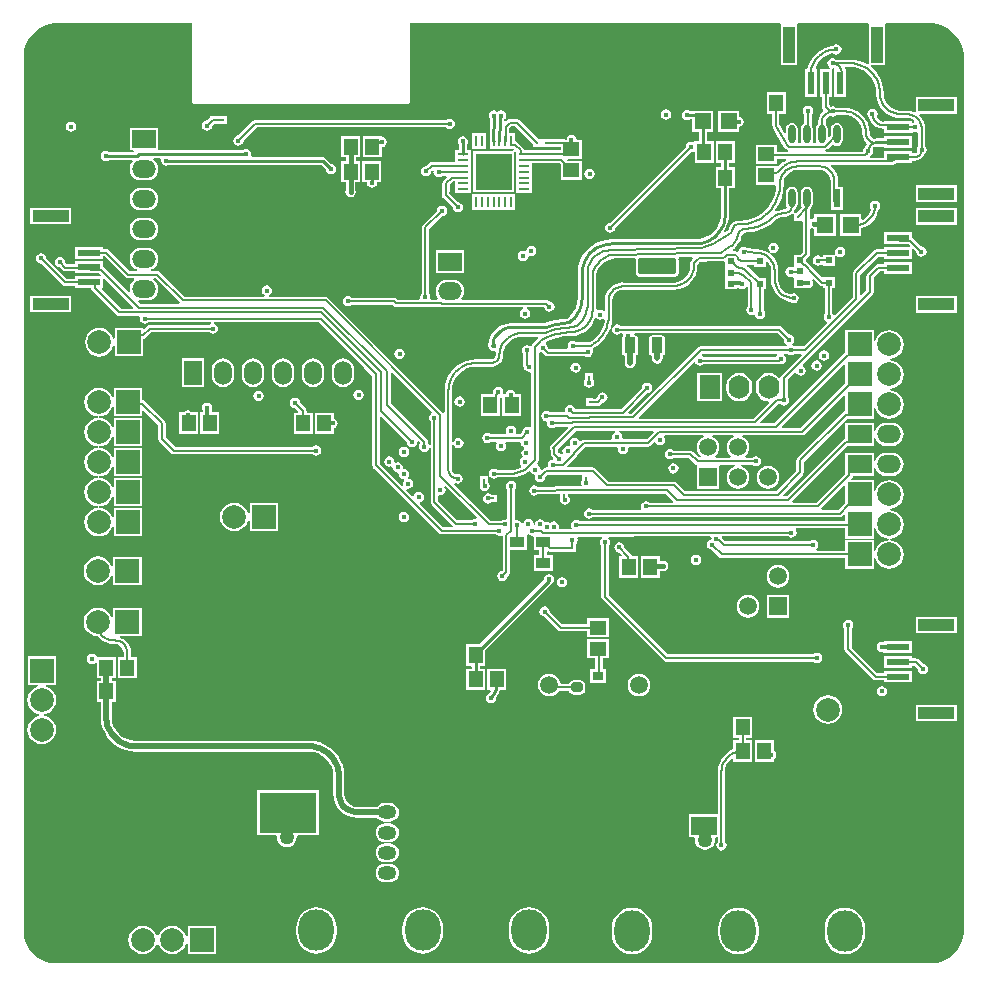
<source format=gbl>
G04*
G04 #@! TF.GenerationSoftware,Altium Limited,Altium Designer,20.1.8 (145)*
G04*
G04 Layer_Physical_Order=4*
G04 Layer_Color=16711680*
%FSLAX25Y25*%
%MOIN*%
G70*
G04*
G04 #@! TF.SameCoordinates,80DC2721-EA0D-41AB-A6B1-568E3CCDEEEF*
G04*
G04*
G04 #@! TF.FilePolarity,Positive*
G04*
G01*
G75*
%ADD18C,0.00800*%
%ADD73C,0.00984*%
%ADD76C,0.03937*%
%ADD80R,0.04724X0.05512*%
%ADD81R,0.00984X0.00984*%
%ADD82R,0.00984X0.00984*%
%ADD85R,0.05512X0.04724*%
%ADD93R,0.03937X0.12205*%
%ADD94R,0.02362X0.07480*%
%ADD109R,0.12205X0.03937*%
%ADD110R,0.07480X0.02362*%
%ADD111C,0.01575*%
%ADD112C,0.01378*%
%ADD115C,0.07874*%
%ADD116R,0.07874X0.07874*%
%ADD117O,0.06890X0.07874*%
%ADD118R,0.06890X0.07874*%
%ADD119C,0.05906*%
%ADD120O,0.07874X0.05906*%
%ADD121R,0.07874X0.05906*%
%ADD122O,0.06142X0.04528*%
%ADD123R,0.06142X0.04528*%
%ADD124R,0.07874X0.07874*%
%ADD125O,0.05906X0.07874*%
%ADD126R,0.05906X0.07874*%
%ADD127C,0.13780*%
%ADD128O,0.11811X0.13780*%
%ADD129O,0.03543X0.07087*%
%ADD130R,0.05906X0.05906*%
%ADD131O,0.07874X0.06000*%
%ADD132R,0.07874X0.06000*%
%ADD133R,0.05906X0.05906*%
%ADD134C,0.01772*%
%ADD135C,0.05000*%
%ADD136C,0.01087*%
%ADD137C,0.01968*%
%ADD139R,0.04724X0.03740*%
%ADD140R,0.05512X0.05512*%
%ADD141R,0.02362X0.06102*%
%ADD142O,0.02362X0.06102*%
%ADD143R,0.02362X0.01968*%
%ADD144R,0.03827X0.03158*%
G04:AMPARAMS|DCode=145|XSize=38.27mil|YSize=31.58mil|CornerRadius=7.89mil|HoleSize=0mil|Usage=FLASHONLY|Rotation=180.000|XOffset=0mil|YOffset=0mil|HoleType=Round|Shape=RoundedRectangle|*
%AMROUNDEDRECTD145*
21,1,0.03827,0.01579,0,0,180.0*
21,1,0.02248,0.03158,0,0,180.0*
1,1,0.01579,-0.01124,0.00789*
1,1,0.01579,0.01124,0.00789*
1,1,0.01579,0.01124,-0.00789*
1,1,0.01579,-0.01124,-0.00789*
%
%ADD145ROUNDEDRECTD145*%
G04:AMPARAMS|DCode=146|XSize=127.56mil|YSize=51.58mil|CornerRadius=3.87mil|HoleSize=0mil|Usage=FLASHONLY|Rotation=180.000|XOffset=0mil|YOffset=0mil|HoleType=Round|Shape=RoundedRectangle|*
%AMROUNDEDRECTD146*
21,1,0.12756,0.04384,0,0,180.0*
21,1,0.11982,0.05158,0,0,180.0*
1,1,0.00774,-0.05991,0.02192*
1,1,0.00774,0.05991,0.02192*
1,1,0.00774,0.05991,-0.02192*
1,1,0.00774,-0.05991,-0.02192*
%
%ADD146ROUNDEDRECTD146*%
G04:AMPARAMS|DCode=147|XSize=36.61mil|YSize=51.58mil|CornerRadius=2.75mil|HoleSize=0mil|Usage=FLASHONLY|Rotation=180.000|XOffset=0mil|YOffset=0mil|HoleType=Round|Shape=RoundedRectangle|*
%AMROUNDEDRECTD147*
21,1,0.03661,0.04608,0,0,180.0*
21,1,0.03112,0.05158,0,0,180.0*
1,1,0.00549,-0.01556,0.02304*
1,1,0.00549,0.01556,0.02304*
1,1,0.00549,0.01556,-0.02304*
1,1,0.00549,-0.01556,-0.02304*
%
%ADD147ROUNDEDRECTD147*%
%ADD148R,0.08583X0.05984*%
%ADD149R,0.12205X0.12205*%
%ADD150R,0.03543X0.01000*%
%ADD151R,0.01000X0.03543*%
%ADD152R,0.05512X0.05472*%
%ADD153R,0.19134X0.13228*%
G36*
X403727Y412395D02*
X405121Y412021D01*
X406454Y411469D01*
X407704Y410747D01*
X408849Y409869D01*
X409869Y408849D01*
X410747Y407704D01*
X411469Y406454D01*
X412021Y405121D01*
X412395Y403727D01*
X412583Y402296D01*
X412583Y401575D01*
X412583Y110236D01*
Y109515D01*
X412395Y108084D01*
X412021Y106690D01*
X411469Y105357D01*
X410747Y104107D01*
X409869Y102962D01*
X408849Y101942D01*
X407704Y101064D01*
X406454Y100342D01*
X405121Y99790D01*
X403727Y99416D01*
X402296Y99228D01*
X109515D01*
X108084Y99416D01*
X106690Y99790D01*
X105357Y100342D01*
X104107Y101064D01*
X102962Y101942D01*
X101942Y102962D01*
X101064Y104107D01*
X100342Y105357D01*
X99790Y106690D01*
X99416Y108084D01*
X99228Y109515D01*
Y110236D01*
X99228Y401575D01*
X99228Y402296D01*
X99416Y403727D01*
X99790Y405121D01*
X100342Y406454D01*
X101064Y407704D01*
X101942Y408849D01*
X102962Y409869D01*
X104107Y410747D01*
X105357Y411469D01*
X106690Y412021D01*
X108084Y412395D01*
X109515Y412583D01*
X155382D01*
Y386539D01*
X155444Y386227D01*
X155621Y385962D01*
X155624Y385960D01*
X155626Y385957D01*
X155656Y385937D01*
X155676Y385907D01*
X155941Y385730D01*
X156253Y385668D01*
X227165D01*
X227478Y385730D01*
X227742Y385907D01*
X227919Y386171D01*
X227981Y386483D01*
Y412583D01*
X351132D01*
X351562Y412414D01*
X351562Y412083D01*
Y398609D01*
X357099D01*
Y412083D01*
X357099Y412414D01*
X357529Y412583D01*
X380532D01*
X380962Y412414D01*
X380962Y412083D01*
Y399148D01*
X380526Y398904D01*
X379844Y399321D01*
X378216Y399996D01*
X376502Y400407D01*
X374744Y400546D01*
Y400534D01*
X370101D01*
X369555Y400899D01*
X368898Y401030D01*
X368240Y400899D01*
X367682Y400526D01*
X367310Y399969D01*
X367179Y399311D01*
X367310Y398653D01*
X367682Y398096D01*
X367806Y398013D01*
X367931Y397334D01*
X367874Y397252D01*
X364607D01*
Y388172D01*
X365365D01*
Y385676D01*
X365357D01*
X365481Y384734D01*
X365845Y383856D01*
X366108Y383513D01*
X365543Y383079D01*
X364767Y382068D01*
X364279Y380890D01*
X364113Y379626D01*
X364131D01*
Y379026D01*
X363926Y378889D01*
X363488Y378234D01*
X363334Y377461D01*
Y373721D01*
X363465Y373063D01*
X363190Y372563D01*
X362519D01*
X362243Y373063D01*
X362374Y373721D01*
Y377461D01*
X362221Y378234D01*
X361952Y378636D01*
Y382261D01*
X362316Y382807D01*
X362447Y383465D01*
X362316Y384122D01*
X361944Y384680D01*
X361386Y385053D01*
X360728Y385183D01*
X360071Y385053D01*
X359513Y384680D01*
X359140Y384122D01*
X359010Y383465D01*
X359140Y382807D01*
X359505Y382261D01*
Y379276D01*
X358926Y378889D01*
X358488Y378234D01*
X358334Y377461D01*
Y373721D01*
X358465Y373063D01*
X358190Y372563D01*
X357519D01*
X357243Y373063D01*
X357374Y373721D01*
Y377461D01*
X357221Y378234D01*
X356783Y378889D01*
X356127Y379327D01*
X355354Y379481D01*
X354581Y379327D01*
X353926Y378889D01*
X353488Y378234D01*
X353334Y377461D01*
Y376032D01*
X352850Y375909D01*
X351284Y378795D01*
X351287Y378799D01*
X351287D01*
X351223Y378953D01*
Y382468D01*
X353261D01*
Y389580D01*
X346936D01*
Y382468D01*
X348777D01*
Y378799D01*
X348761D01*
X348916Y378019D01*
X349006Y377885D01*
X349021Y377834D01*
X352186Y372002D01*
X352194Y371991D01*
X352226Y371915D01*
X352800Y371166D01*
X353548Y370592D01*
X354192Y370326D01*
X354092Y369826D01*
X350406D01*
Y372158D01*
X343295D01*
Y365834D01*
X350406D01*
Y367379D01*
X353328D01*
X353453Y366879D01*
X352424Y366329D01*
X351098Y365241D01*
X350834Y364919D01*
X350406Y365072D01*
Y365072D01*
X343295D01*
Y358747D01*
X349773D01*
X350113Y358380D01*
X350015Y357135D01*
X349565Y355263D01*
X348828Y353484D01*
X347822Y351842D01*
X346571Y350377D01*
X345107Y349127D01*
X343465Y348121D01*
X341686Y347384D01*
X340142Y347013D01*
X339111Y346912D01*
X338796Y346879D01*
X338722Y346848D01*
X338098Y346799D01*
X337598Y346800D01*
Y346800D01*
X336720Y346684D01*
X335901Y346345D01*
X335198Y345806D01*
X334659Y345103D01*
X334320Y344284D01*
X334238Y343666D01*
X333036Y342964D01*
X332675Y343333D01*
X333163Y344129D01*
X333843Y345771D01*
X334259Y347500D01*
X334398Y349272D01*
X334388D01*
Y357566D01*
X336332D01*
Y364678D01*
X334388D01*
Y366129D01*
X336332D01*
Y373241D01*
X330007D01*
Y366129D01*
X331753D01*
Y364678D01*
X330007D01*
Y357566D01*
X331753D01*
Y349272D01*
X331765Y349214D01*
X331604Y347574D01*
X331108Y345942D01*
X330305Y344438D01*
X329222Y343120D01*
X327904Y342038D01*
X326400Y341234D01*
X324768Y340739D01*
X323129Y340578D01*
X323071Y340589D01*
X295236D01*
Y340599D01*
X293464Y340459D01*
X291736Y340044D01*
X290094Y339364D01*
X288578Y338435D01*
X287227Y337281D01*
X286072Y335929D01*
X285144Y334414D01*
X284464Y332772D01*
X284049Y331044D01*
X283909Y329272D01*
X283919D01*
Y321063D01*
X283929Y321009D01*
X283772Y319416D01*
X283292Y317832D01*
X282512Y316372D01*
X281462Y315093D01*
X280703Y314470D01*
X280298Y314181D01*
X279830Y314152D01*
X278964Y314103D01*
X276378Y313664D01*
X273858Y312938D01*
X273131Y312636D01*
X261713D01*
Y312647D01*
X260244Y312503D01*
X258831Y312074D01*
X257530Y311378D01*
X256389Y310442D01*
X255452Y309301D01*
X254757Y307999D01*
X254328Y306587D01*
X254183Y305118D01*
X254183D01*
X254187Y305077D01*
X254317Y304419D01*
X254690Y303861D01*
X255248Y303488D01*
X255906Y303358D01*
X256274Y303431D01*
X256739Y303050D01*
X256632Y301969D01*
X256632D01*
X256646Y301952D01*
X256548Y301458D01*
X256259Y301025D01*
X255826Y300735D01*
X255315Y300634D01*
Y300633D01*
X250098D01*
Y300642D01*
X248458Y300513D01*
X246859Y300129D01*
X245339Y299499D01*
X243936Y298639D01*
X242685Y297571D01*
X241617Y296320D01*
X240757Y294917D01*
X240127Y293397D01*
X239743Y291798D01*
X239614Y290158D01*
X239623D01*
Y282909D01*
X239123Y282757D01*
X239073Y282832D01*
X200764Y321141D01*
X200367Y321406D01*
X199899Y321499D01*
X181151D01*
X181143Y321518D01*
X181068Y321999D01*
X181530Y322308D01*
X181903Y322866D01*
X182034Y323524D01*
X181903Y324181D01*
X181530Y324739D01*
X180973Y325112D01*
X180315Y325242D01*
X179657Y325112D01*
X179100Y324739D01*
X178727Y324181D01*
X178596Y323524D01*
X178727Y322866D01*
X179100Y322308D01*
X179562Y321999D01*
X179487Y321518D01*
X179479Y321499D01*
X152869D01*
X144664Y329704D01*
X144267Y329969D01*
X143799Y330062D01*
X141827D01*
X141728Y330562D01*
X142247Y330777D01*
X143031Y331379D01*
X143632Y332163D01*
X144010Y333075D01*
X144140Y334055D01*
X144010Y335035D01*
X143632Y335948D01*
X143031Y336732D01*
X142247Y337333D01*
X141334Y337711D01*
X140354Y337840D01*
X138386D01*
X137406Y337711D01*
X136493Y337333D01*
X135709Y336732D01*
X135108Y335948D01*
X134730Y335035D01*
X134601Y334055D01*
X134730Y333075D01*
X135108Y332163D01*
X135709Y331379D01*
X136493Y330777D01*
X137012Y330562D01*
X136913Y330062D01*
X134660D01*
X127653Y337069D01*
X127256Y337334D01*
X126788Y337427D01*
X125608D01*
Y338185D01*
X116528D01*
Y334223D01*
X125608D01*
Y334980D01*
X126281D01*
X133288Y327973D01*
X133685Y327708D01*
X134153Y327615D01*
X136039D01*
X136209Y327115D01*
X135709Y326732D01*
X135108Y325948D01*
X134730Y325035D01*
X134601Y324055D01*
X134708Y323241D01*
X134237Y323005D01*
X125875Y331367D01*
X125608Y331545D01*
Y333264D01*
X116528D01*
Y332424D01*
X113696D01*
X113133Y332987D01*
X113005Y333630D01*
X112633Y334188D01*
X112075Y334560D01*
X111417Y334691D01*
X110759Y334560D01*
X110202Y334188D01*
X109829Y333630D01*
X109698Y332972D01*
X109829Y332315D01*
X110202Y331757D01*
X110759Y331384D01*
X111403Y331256D01*
X112324Y330336D01*
X112721Y330070D01*
X113189Y329977D01*
X116528D01*
Y329302D01*
X121731D01*
X121849Y329278D01*
X124503D01*
X124977Y328804D01*
X124786Y328343D01*
X116528D01*
Y327503D01*
X113597D01*
X106834Y334266D01*
X106706Y334910D01*
X106333Y335467D01*
X105776Y335840D01*
X105118Y335971D01*
X104460Y335840D01*
X103903Y335467D01*
X103530Y334910D01*
X103399Y334252D01*
X103530Y333594D01*
X103903Y333037D01*
X104460Y332664D01*
X105104Y332536D01*
X112225Y325414D01*
X112622Y325149D01*
X113091Y325056D01*
X116528D01*
Y324380D01*
X121770D01*
X121850Y323981D01*
X122115Y323584D01*
X130305Y315394D01*
X130702Y315129D01*
X131170Y315036D01*
X137658D01*
X138019Y314535D01*
X137946Y314173D01*
X138077Y313515D01*
X138450Y312958D01*
X139008Y312585D01*
X139665Y312454D01*
X140323Y312585D01*
X140869Y312950D01*
X161780D01*
X161829Y312450D01*
X161653Y312415D01*
X161108Y312050D01*
X141240D01*
X140772Y311957D01*
X140375Y311692D01*
X139534Y310851D01*
X139087Y311036D01*
Y311036D01*
X129613D01*
Y307610D01*
X129123Y307536D01*
X128646Y308688D01*
X127886Y309678D01*
X126897Y310437D01*
X125744Y310914D01*
X124508Y311077D01*
X123271Y310914D01*
X122119Y310437D01*
X121129Y309678D01*
X120370Y308688D01*
X119893Y307536D01*
X119730Y306299D01*
X119893Y305063D01*
X120370Y303910D01*
X121129Y302921D01*
X122119Y302161D01*
X123271Y301684D01*
X124508Y301521D01*
X125744Y301684D01*
X126897Y302161D01*
X127886Y302921D01*
X128646Y303910D01*
X129123Y305063D01*
X129613Y304988D01*
Y301562D01*
X139087D01*
Y307396D01*
X139487Y307475D01*
X139884Y307740D01*
X141747Y309603D01*
X161108D01*
X161653Y309239D01*
X162311Y309108D01*
X162969Y309239D01*
X163526Y309611D01*
X163899Y310169D01*
X164030Y310827D01*
X163899Y311485D01*
X163526Y312042D01*
X162969Y312415D01*
X162793Y312450D01*
X162842Y312950D01*
X197723D01*
X212866Y297807D01*
X212866Y297807D01*
X215509Y295163D01*
Y265354D01*
X215602Y264886D01*
X215867Y264489D01*
X237736Y242620D01*
X238133Y242355D01*
X238602Y242262D01*
X256671D01*
X257216Y241897D01*
X257874Y241766D01*
X258494Y241890D01*
X258550Y241885D01*
X258994Y241604D01*
Y230212D01*
X258844Y230063D01*
X258201Y229935D01*
X257643Y229562D01*
X257270Y229004D01*
X257139Y228346D01*
X257270Y227689D01*
X257643Y227131D01*
X258201Y226758D01*
X258858Y226628D01*
X259516Y226758D01*
X260074Y227131D01*
X260446Y227689D01*
X260574Y228332D01*
X261083Y228840D01*
X261348Y229237D01*
X261441Y229706D01*
Y236897D01*
X266942D01*
Y242055D01*
X267214Y242198D01*
X267433Y242258D01*
X267945Y241916D01*
X268602Y241785D01*
X268779Y241820D01*
X269279Y241410D01*
Y236897D01*
X271217D01*
Y235347D01*
X269279D01*
Y230007D01*
X275603D01*
Y235347D01*
X273664D01*
Y236413D01*
X274165Y236680D01*
X274335Y236566D01*
X274803Y236473D01*
X278039D01*
Y236405D01*
X280393D01*
X280623Y236405D01*
X280623Y236405D01*
X280893D01*
Y236405D01*
X281123Y236405D01*
X283477D01*
Y238989D01*
X283477Y238989D01*
X283477D01*
X283477Y238989D01*
X283600Y239438D01*
X283773Y239697D01*
X283904Y240354D01*
X283779Y240982D01*
X283779Y241069D01*
X284036Y241482D01*
X291895D01*
X292046Y240982D01*
X291895Y240881D01*
X291522Y240323D01*
X291391Y239665D01*
X291522Y239008D01*
X291887Y238462D01*
Y221457D01*
X291980Y220988D01*
X292245Y220591D01*
X312619Y200218D01*
X313016Y199952D01*
X313484Y199859D01*
X362478D01*
X363023Y199495D01*
X363681Y199364D01*
X364339Y199495D01*
X364896Y199867D01*
X365269Y200425D01*
X365400Y201083D01*
X365269Y201741D01*
X364896Y202298D01*
X364339Y202671D01*
X363681Y202801D01*
X363023Y202671D01*
X362478Y202306D01*
X313991D01*
X294334Y221964D01*
Y238462D01*
X294698Y239008D01*
X294829Y239665D01*
X294698Y240323D01*
X294326Y240881D01*
X294174Y240982D01*
X294326Y241482D01*
X302504D01*
X302973Y241575D01*
X302997Y241591D01*
X328210D01*
X328570Y241091D01*
X328498Y240729D01*
X328532Y240555D01*
X328082Y240466D01*
X327525Y240093D01*
X327152Y239536D01*
X327021Y238878D01*
X327152Y238220D01*
X327525Y237663D01*
X328082Y237290D01*
X328726Y237162D01*
X331123Y234765D01*
X331520Y234500D01*
X331988Y234406D01*
X373216D01*
Y230854D01*
X382690D01*
Y234279D01*
X383180Y234354D01*
X383658Y233202D01*
X384417Y232212D01*
X385406Y231453D01*
X386559Y230976D01*
X387795Y230813D01*
X389032Y230976D01*
X390184Y231453D01*
X391174Y232212D01*
X391933Y233202D01*
X392410Y234354D01*
X392573Y235591D01*
X392410Y236827D01*
X391933Y237980D01*
X391174Y238969D01*
X390184Y239728D01*
X389032Y240206D01*
X388023Y240338D01*
Y240843D01*
X389032Y240975D01*
X390184Y241453D01*
X391174Y242212D01*
X391933Y243202D01*
X392410Y244354D01*
X392573Y245590D01*
X392410Y246827D01*
X391933Y247979D01*
X391174Y248969D01*
X390184Y249728D01*
X389032Y250206D01*
X388023Y250338D01*
Y250843D01*
X389032Y250975D01*
X390184Y251453D01*
X391174Y252212D01*
X391933Y253202D01*
X392410Y254354D01*
X392573Y255591D01*
X392410Y256827D01*
X391933Y257979D01*
X391174Y258969D01*
X390184Y259728D01*
X389032Y260206D01*
X387795Y260368D01*
X386559Y260206D01*
X385406Y259728D01*
X384417Y258969D01*
X383658Y257979D01*
X383180Y256827D01*
X382690Y256902D01*
Y260328D01*
X375211D01*
X375020Y260789D01*
X375370Y261139D01*
X375635Y261536D01*
X375686Y261790D01*
X382690D01*
Y264482D01*
X383156Y264598D01*
X383539Y263674D01*
X384148Y262880D01*
X384942Y262271D01*
X385866Y261888D01*
X386858Y261758D01*
X388732D01*
X389724Y261888D01*
X390649Y262271D01*
X391442Y262880D01*
X392052Y263674D01*
X392435Y264598D01*
X392565Y265591D01*
X392435Y266582D01*
X392052Y267507D01*
X391442Y268301D01*
X390649Y268910D01*
X389724Y269293D01*
X388732Y269423D01*
X386858D01*
X385866Y269293D01*
X384942Y268910D01*
X384148Y268301D01*
X383539Y267507D01*
X383156Y266583D01*
X382690Y266699D01*
Y269391D01*
X373216D01*
Y262446D01*
X363568Y252798D01*
X355629D01*
X355422Y253298D01*
X373915Y271791D01*
X382690D01*
Y274482D01*
X383156Y274599D01*
X383539Y273674D01*
X384148Y272880D01*
X384942Y272271D01*
X385866Y271888D01*
X386858Y271758D01*
X388732D01*
X389724Y271888D01*
X390649Y272271D01*
X391442Y272880D01*
X392052Y273674D01*
X392435Y274599D01*
X392565Y275590D01*
X392435Y276583D01*
X392052Y277507D01*
X391442Y278301D01*
X390649Y278910D01*
X389724Y279293D01*
X388732Y279423D01*
X386858D01*
X385866Y279293D01*
X384942Y278910D01*
X384148Y278301D01*
X383539Y277507D01*
X383156Y276583D01*
X382690Y276699D01*
Y279391D01*
X373216D01*
Y274234D01*
X372983Y274188D01*
X372586Y273923D01*
X353700Y255037D01*
X352598D01*
X352406Y255499D01*
X358936Y262029D01*
X359201Y262425D01*
X359294Y262894D01*
Y266422D01*
X373726Y280854D01*
X382690D01*
Y284279D01*
X383180Y284354D01*
X383658Y283202D01*
X384417Y282212D01*
X385406Y281453D01*
X386559Y280976D01*
X387795Y280813D01*
X389032Y280976D01*
X390184Y281453D01*
X391174Y282212D01*
X391933Y283202D01*
X392410Y284354D01*
X392573Y285591D01*
X392410Y286827D01*
X391933Y287980D01*
X391174Y288969D01*
X390184Y289728D01*
X389032Y290206D01*
X388023Y290338D01*
Y290843D01*
X389032Y290975D01*
X390184Y291453D01*
X391174Y292212D01*
X391933Y293202D01*
X392410Y294354D01*
X392573Y295590D01*
X392410Y296827D01*
X391933Y297979D01*
X391174Y298969D01*
X390184Y299728D01*
X389032Y300206D01*
X388023Y300338D01*
Y300843D01*
X389032Y300975D01*
X390184Y301453D01*
X391174Y302212D01*
X391933Y303202D01*
X392410Y304354D01*
X392573Y305591D01*
X392410Y306827D01*
X391933Y307979D01*
X391174Y308969D01*
X390184Y309728D01*
X389032Y310206D01*
X387795Y310368D01*
X386559Y310206D01*
X385406Y309728D01*
X384417Y308969D01*
X383658Y307979D01*
X383180Y306827D01*
X382690Y306902D01*
Y310328D01*
X373216D01*
Y302899D01*
X349596Y279279D01*
X345022D01*
X344831Y279741D01*
X350776Y285686D01*
X351534D01*
X352079Y285321D01*
X352737Y285191D01*
X353395Y285321D01*
X353952Y285694D01*
X354325Y286252D01*
X354456Y286910D01*
X354325Y287567D01*
X353998Y288056D01*
Y294000D01*
X356202Y296204D01*
X356758Y296053D01*
X357052Y295613D01*
X357610Y295241D01*
X358268Y295110D01*
X358926Y295241D01*
X359483Y295613D01*
X359856Y296171D01*
X359987Y296829D01*
X359856Y297486D01*
X359483Y298044D01*
X359043Y298338D01*
X358892Y298894D01*
X382263Y322265D01*
X382528Y322662D01*
X382621Y323130D01*
Y327840D01*
X384700Y329918D01*
X386204D01*
Y329161D01*
X395284D01*
Y333123D01*
X386204D01*
Y332365D01*
X384193D01*
X383725Y332272D01*
X383328Y332007D01*
X380533Y329212D01*
X380267Y328815D01*
X380174Y328346D01*
Y323637D01*
X378507Y321969D01*
X378045Y322161D01*
Y328775D01*
X384109Y334840D01*
X386204D01*
Y334082D01*
X395284D01*
Y337371D01*
X395746Y337563D01*
X396808Y336502D01*
X396936Y335858D01*
X397308Y335300D01*
X397866Y334928D01*
X398524Y334797D01*
X399181Y334928D01*
X399739Y335300D01*
X400112Y335858D01*
X400243Y336516D01*
X400112Y337174D01*
X399739Y337731D01*
X399181Y338104D01*
X398538Y338232D01*
X395701Y341068D01*
X395304Y341334D01*
X395284Y341338D01*
Y342965D01*
X386204D01*
Y339003D01*
X391175D01*
X391293Y338980D01*
X394329D01*
X394803Y338506D01*
X394612Y338044D01*
X386204D01*
Y337286D01*
X383602D01*
X383134Y337193D01*
X382737Y336928D01*
X375956Y330147D01*
X375691Y329750D01*
X375598Y329282D01*
Y321323D01*
X369680Y315406D01*
X369119Y315552D01*
X368842Y315967D01*
Y324397D01*
X369599D01*
Y327965D01*
X365637D01*
X365637Y327965D01*
Y327965D01*
X365211Y328154D01*
X363663Y329701D01*
X363417Y330070D01*
X360516Y332971D01*
X360147Y333217D01*
X359953Y333411D01*
Y333912D01*
X361015Y334974D01*
X361280Y335370D01*
X361373Y335839D01*
Y344187D01*
X361873Y344455D01*
X362138Y344278D01*
X362783Y344150D01*
Y341818D01*
X369895D01*
Y348930D01*
X362783D01*
Y347583D01*
X362138Y347454D01*
X361873Y347278D01*
X361373Y347545D01*
Y350405D01*
X361473Y350554D01*
X361535Y350867D01*
X361783Y351032D01*
X362221Y351688D01*
X362374Y352461D01*
Y356201D01*
X362221Y356974D01*
X361783Y357629D01*
X361127Y358067D01*
X360354Y358221D01*
X359581Y358067D01*
X358926Y357629D01*
X358488Y356974D01*
X358334Y356201D01*
Y352461D01*
X358488Y351688D01*
X358777Y351255D01*
X356845Y349324D01*
X356308D01*
X356062Y349824D01*
X356126Y349908D01*
X356467Y350731D01*
X356480Y350830D01*
X356783Y351032D01*
X357221Y351688D01*
X357374Y352461D01*
Y356201D01*
X357221Y356974D01*
X356783Y357629D01*
X356127Y358067D01*
X355354Y358221D01*
X354581Y358067D01*
X353926Y357629D01*
X353488Y356974D01*
X353334Y356201D01*
Y352461D01*
X353488Y351688D01*
X353790Y351236D01*
X353512Y350762D01*
X353171Y350669D01*
X353171Y350669D01*
X351614Y350516D01*
X350584Y350203D01*
X350195Y350085D01*
X350025Y350223D01*
X349871Y350496D01*
X351018Y352368D01*
X351902Y354503D01*
X352442Y356751D01*
X352623Y359055D01*
X352623D01*
X352652Y359543D01*
X352748Y360270D01*
X353217Y361403D01*
X353963Y362375D01*
X354936Y363122D01*
X356068Y363591D01*
X357242Y363745D01*
X357283Y363737D01*
X364567D01*
X364583Y363740D01*
X365525Y363616D01*
X366418Y363246D01*
X367185Y362658D01*
X367774Y361891D01*
X368144Y360998D01*
X368268Y360055D01*
X368265Y360039D01*
Y353550D01*
X368248Y353465D01*
X368265D01*
X368358Y352996D01*
X368373Y352973D01*
Y350480D01*
X372335D01*
Y358182D01*
X370712D01*
Y360039D01*
X370718D01*
X370600Y361239D01*
X370250Y362393D01*
X369681Y363457D01*
X368916Y364389D01*
X368370Y364837D01*
X368549Y365337D01*
X388458D01*
Y365337D01*
X389176Y365431D01*
X389845Y365708D01*
X390393Y366129D01*
X395284D01*
Y366788D01*
X396260D01*
Y366781D01*
X397190Y366903D01*
X398056Y367262D01*
X398800Y367833D01*
X399371Y368578D01*
X399526Y368950D01*
X399837Y369159D01*
X400210Y369716D01*
X400341Y370374D01*
X400210Y371032D01*
X399846Y371577D01*
Y377559D01*
X399851D01*
X399736Y378720D01*
X399398Y379837D01*
X398847Y380866D01*
X398107Y381768D01*
X397800Y382020D01*
X397979Y382521D01*
X410447D01*
Y388057D01*
X396642D01*
Y383350D01*
X396238Y383064D01*
X396142Y383069D01*
X395059Y383398D01*
X393898Y383512D01*
Y383507D01*
X391535D01*
X391471Y383494D01*
X390089Y383676D01*
X388741Y384234D01*
X387583Y385123D01*
X386695Y386280D01*
X386137Y387628D01*
X385981Y388812D01*
X385979Y389311D01*
X385979D01*
X385840Y391069D01*
X385429Y392783D01*
X384754Y394411D01*
X383833Y395915D01*
X382688Y397255D01*
X381688Y398110D01*
X381872Y398609D01*
X386499D01*
Y412083D01*
X386499Y412414D01*
X386929Y412583D01*
X402296D01*
X403727Y412395D01*
D02*
G37*
G36*
X376459Y397934D02*
X378109Y397434D01*
X379629Y396622D01*
X380961Y395528D01*
X382055Y394196D01*
X382867Y392676D01*
X383367Y391026D01*
X383510Y389575D01*
X383505Y389075D01*
X383505D01*
X383660Y387508D01*
X384117Y386002D01*
X384859Y384614D01*
X385857Y383397D01*
X387074Y382398D01*
X388462Y381656D01*
X389969Y381199D01*
X391535Y381045D01*
Y381060D01*
X393898D01*
X393908Y381062D01*
X394805Y380944D01*
X395650Y380594D01*
X396140Y380218D01*
X396085Y379705D01*
X395758Y379526D01*
X395284Y379780D01*
Y379934D01*
X386204D01*
Y379934D01*
X385704Y379887D01*
X384954Y380036D01*
X384130Y380587D01*
X383579Y381410D01*
X383576Y381429D01*
X383773Y381724D01*
X383904Y382382D01*
X383773Y383040D01*
X383401Y383597D01*
X382843Y383970D01*
X382185Y384101D01*
X381527Y383970D01*
X380970Y383597D01*
X380597Y383040D01*
X380466Y382382D01*
X380597Y381724D01*
X380970Y381167D01*
X381124Y381063D01*
X381610Y379890D01*
X382402Y378858D01*
X383434Y378067D01*
X384636Y377569D01*
X385925Y377399D01*
X386204Y377015D01*
Y375972D01*
X395284D01*
Y376153D01*
X395784Y376420D01*
X395847Y376378D01*
X396505Y376248D01*
X396899Y376326D01*
X397398Y375981D01*
Y371577D01*
X397034Y371032D01*
X396903Y370374D01*
X397034Y369716D01*
X396702Y369332D01*
X396694Y369326D01*
X396260Y369240D01*
Y369235D01*
X395284D01*
Y370091D01*
X386204D01*
Y367784D01*
X381495D01*
X381327Y368284D01*
X381508Y368519D01*
X382023Y368863D01*
X382395Y369421D01*
X382526Y370079D01*
X382395Y370737D01*
X382273Y370919D01*
X382532Y371306D01*
X382815Y371495D01*
X383563Y371397D01*
Y371414D01*
X386204D01*
Y371050D01*
X395284D01*
Y375013D01*
X386204D01*
Y374255D01*
X383760D01*
Y374267D01*
X382676Y374125D01*
X382575Y374083D01*
X381910Y374528D01*
X381403Y375286D01*
X381319Y375706D01*
X381260Y376181D01*
X381260D01*
X381100Y377806D01*
X380626Y379368D01*
X379856Y380807D01*
X378821Y382069D01*
X377559Y383104D01*
X376120Y383874D01*
X374557Y384348D01*
X372933Y384508D01*
Y384491D01*
X370199D01*
X369654Y384856D01*
X368996Y384987D01*
X368338Y384856D01*
X368239Y384789D01*
X368161Y384841D01*
X367905Y385224D01*
X367815Y385676D01*
X367812D01*
Y388172D01*
X368569D01*
Y397148D01*
X368898Y397592D01*
X369369Y397686D01*
X369528Y397208D01*
Y388172D01*
X373491D01*
Y397252D01*
X373117D01*
X372938Y397693D01*
X373203Y398088D01*
X374744D01*
X374797Y398098D01*
X376459Y397934D01*
D02*
G37*
G36*
X374077Y381933D02*
X375177Y381599D01*
X376191Y381058D01*
X377080Y380328D01*
X377810Y379439D01*
X378351Y378426D01*
X378685Y377325D01*
X378750Y376669D01*
X378779Y376181D01*
X378779D01*
X378942Y374943D01*
X379420Y373789D01*
X380180Y372798D01*
X380243Y372318D01*
X380132Y372173D01*
X379836Y371457D01*
X379592Y371294D01*
X379219Y370737D01*
X379088Y370079D01*
X378881Y369826D01*
X366616D01*
X366517Y370326D01*
X367160Y370592D01*
X367908Y371166D01*
X367971Y371248D01*
X367990Y371262D01*
X368942Y372282D01*
X369581Y371854D01*
X370354Y371701D01*
X371127Y371854D01*
X371783Y372292D01*
X372220Y372948D01*
X372374Y373721D01*
Y377461D01*
X372220Y378234D01*
X371783Y378889D01*
X371127Y379327D01*
X370354Y379481D01*
X369581Y379327D01*
X368926Y378889D01*
X368488Y378234D01*
X368334Y377461D01*
Y375219D01*
X367839Y374688D01*
X367374Y374871D01*
Y377461D01*
X367220Y378234D01*
X366783Y378889D01*
X366578Y379026D01*
Y379626D01*
X366568Y379677D01*
X366743Y380559D01*
X367272Y381350D01*
X368052Y381871D01*
X368338Y381680D01*
X368996Y381549D01*
X369654Y381680D01*
X370199Y382044D01*
X372933D01*
X372939Y382045D01*
X374077Y381933D01*
D02*
G37*
G36*
X322313Y334241D02*
X321926Y333737D01*
X321537Y332798D01*
X321405Y331791D01*
X321405D01*
X321372Y331305D01*
X321245Y330345D01*
X320687Y328997D01*
X319799Y327839D01*
X318641Y326951D01*
X317293Y326393D01*
X315911Y326211D01*
X315846Y326223D01*
X299016D01*
Y326229D01*
X297854Y326114D01*
X296738Y325776D01*
X295708Y325225D01*
X294806Y324485D01*
X294066Y323583D01*
X293516Y322554D01*
X293177Y321437D01*
X293063Y320276D01*
X293068D01*
Y317000D01*
X292568Y316807D01*
X292143Y317091D01*
X291485Y317222D01*
X290827Y317091D01*
X290627Y316958D01*
X290127Y317225D01*
Y327461D01*
X290127Y328651D01*
X290138Y328767D01*
X290530Y330060D01*
X291167Y331252D01*
X292024Y332296D01*
X293069Y333153D01*
X294260Y333790D01*
X295553Y334182D01*
X296409Y334266D01*
X296898Y334292D01*
X296933Y334299D01*
X296932Y334308D01*
X297393Y334316D01*
X302889Y334410D01*
X303262Y333916D01*
X303232Y333767D01*
Y329383D01*
X303324Y328920D01*
X303586Y328527D01*
X303979Y328265D01*
X304442Y328173D01*
X316424D01*
X316887Y328265D01*
X317280Y328527D01*
X317542Y328920D01*
X317634Y329383D01*
Y333767D01*
X317556Y334160D01*
X317618Y334336D01*
X317853Y334665D01*
X322063Y334737D01*
X322313Y334241D01*
D02*
G37*
G36*
X151325Y319583D02*
X151118Y319083D01*
X138160D01*
X137336Y319906D01*
X137572Y320377D01*
X138386Y320270D01*
X140354D01*
X141334Y320399D01*
X142247Y320777D01*
X143031Y321379D01*
X143632Y322163D01*
X144010Y323076D01*
X144140Y324055D01*
X144010Y325035D01*
X143632Y325948D01*
X143031Y326732D01*
X142531Y327115D01*
X142701Y327615D01*
X143292D01*
X151325Y319583D01*
D02*
G37*
G36*
X355819Y349033D02*
X355991Y348910D01*
Y346739D01*
X358576D01*
X358926Y346385D01*
Y336346D01*
X358026Y335446D01*
X355991D01*
Y332206D01*
X355991Y331877D01*
X355991D01*
Y331705D01*
X355619Y331397D01*
X355491Y331330D01*
X354921Y331443D01*
X354263Y331312D01*
X353706Y330940D01*
X353333Y330382D01*
X353202Y329724D01*
X353333Y329067D01*
X353706Y328509D01*
X354263Y328136D01*
X354921Y328006D01*
X355498Y328120D01*
X355576Y328123D01*
X355683Y328054D01*
X355991Y327811D01*
X355991Y327637D01*
Y324397D01*
X359953D01*
X359953Y324397D01*
X360432Y324344D01*
X360827Y324265D01*
X361485Y324396D01*
X362042Y324769D01*
X362415Y325326D01*
X362546Y325984D01*
X362415Y326642D01*
X362134Y327063D01*
X362522Y327382D01*
X364588Y325316D01*
X364984Y325051D01*
X365453Y324958D01*
X365637D01*
Y324397D01*
X366395D01*
Y315967D01*
X366030Y315422D01*
X365899Y314764D01*
X366030Y314106D01*
X366403Y313548D01*
X366830Y313263D01*
X366976Y312702D01*
X359238Y304964D01*
X356124D01*
X355579Y305328D01*
X355478Y305858D01*
X355644Y305970D01*
X356017Y306527D01*
X356148Y307185D01*
X356017Y307843D01*
X355644Y308401D01*
X355087Y308773D01*
X354443Y308901D01*
X351948Y311397D01*
X351551Y311662D01*
X351083Y311755D01*
X298349D01*
X297803Y312120D01*
X297146Y312250D01*
X296488Y312120D01*
X295930Y311747D01*
X295558Y311189D01*
X295427Y310531D01*
X295558Y309874D01*
X295930Y309316D01*
X296488Y308944D01*
X297146Y308813D01*
X297803Y308944D01*
X298349Y309308D01*
X298780D01*
X299141Y308808D01*
X299069Y308446D01*
X299094Y308320D01*
X299086Y308315D01*
X298849Y307960D01*
X298766Y307540D01*
Y302932D01*
X298849Y302513D01*
X299086Y302157D01*
X299442Y301920D01*
X299598Y301889D01*
Y299607D01*
X299559Y299410D01*
X299697Y298713D01*
X300092Y298123D01*
X300682Y297729D01*
X301378Y297590D01*
X302074Y297729D01*
X302664Y298123D01*
X302704Y298162D01*
X302704Y298162D01*
X303098Y298753D01*
X303237Y299449D01*
X303237Y299449D01*
Y301889D01*
X303393Y301920D01*
X303748Y302157D01*
X303986Y302513D01*
X304069Y302932D01*
Y307540D01*
X303986Y307960D01*
X303748Y308315D01*
X303393Y308553D01*
X302973Y308636D01*
X302926D01*
X302838Y308808D01*
X303144Y309308D01*
X350576D01*
X352713Y307171D01*
X352841Y306527D01*
X353214Y305970D01*
X353486Y305788D01*
X353569Y305166D01*
X353388Y304964D01*
X324902D01*
X324433Y304871D01*
X324036Y304605D01*
X301910Y282479D01*
X300905D01*
X300714Y282941D01*
X307101Y289327D01*
X307744Y289455D01*
X308302Y289828D01*
X308675Y290386D01*
X308805Y291043D01*
X308675Y291701D01*
X308302Y292259D01*
X307744Y292631D01*
X307087Y292762D01*
X306429Y292631D01*
X305871Y292259D01*
X305499Y291701D01*
X305371Y291058D01*
X298392Y284079D01*
X283033D01*
X282986Y284319D01*
X282613Y284877D01*
X282055Y285249D01*
X281398Y285380D01*
X280740Y285249D01*
X280182Y284877D01*
X279810Y284319D01*
X279679Y283661D01*
X279724Y283435D01*
X279313Y282935D01*
X274727D01*
X274181Y283300D01*
X273524Y283431D01*
X272866Y283300D01*
X272308Y282927D01*
X271936Y282370D01*
X271805Y281712D01*
X271936Y281054D01*
X272308Y280496D01*
X272866Y280124D01*
X273271Y280043D01*
X273628Y279543D01*
X273606Y279436D01*
X273737Y278778D01*
X274110Y278220D01*
X274668Y277848D01*
X275325Y277717D01*
X275983Y277848D01*
X276529Y278212D01*
X280651D01*
X280843Y277750D01*
X275021Y271928D01*
X274756Y271531D01*
X274662Y271063D01*
X274756Y270595D01*
X274985Y270252D01*
Y269102D01*
X275078Y268634D01*
X275343Y268237D01*
X275863Y267718D01*
X275716Y267243D01*
X275616Y267173D01*
X275047Y267060D01*
X274489Y266687D01*
X274117Y266129D01*
X273986Y265472D01*
X274058Y265109D01*
X273698Y264609D01*
X273524D01*
X273055Y264516D01*
X272658Y264251D01*
X272067Y263660D01*
X271678Y263842D01*
X271597Y263897D01*
X271470Y264536D01*
X271097Y265093D01*
X270610Y265419D01*
X270434Y265951D01*
X270609Y266126D01*
X270875Y266523D01*
X270968Y266991D01*
Y302752D01*
X271468Y303019D01*
X271586Y302940D01*
X272230Y302812D01*
X273052Y301989D01*
X273449Y301724D01*
X273917Y301631D01*
X286406D01*
X286645Y301471D01*
X287303Y301340D01*
X287961Y301471D01*
X288519Y301844D01*
X288891Y302401D01*
X289022Y303059D01*
X288916Y303592D01*
X288895Y303725D01*
X289146Y304235D01*
X290437Y305026D01*
X291911Y306285D01*
X293170Y307759D01*
X294183Y309412D01*
X294925Y311202D01*
X295377Y313087D01*
X295529Y315020D01*
X295515D01*
Y320276D01*
X295513Y320286D01*
X295631Y321183D01*
X295981Y322028D01*
X296538Y322754D01*
X297264Y323310D01*
X298109Y323661D01*
X299005Y323779D01*
X299016Y323777D01*
X315846D01*
Y323761D01*
X317413Y323916D01*
X318919Y324373D01*
X320308Y325115D01*
X321525Y326113D01*
X322523Y327330D01*
X323265Y328718D01*
X323722Y330225D01*
X323877Y331791D01*
X323877D01*
X323953Y332259D01*
X323970Y332341D01*
X324281Y332806D01*
X324511Y332960D01*
X324941Y333129D01*
X325020Y333162D01*
X325499Y333201D01*
X326270Y333216D01*
X326747Y333162D01*
X326759Y333166D01*
X326815Y333224D01*
X327180Y333225D01*
X332459D01*
X332657Y333264D01*
X333069Y333005D01*
X333157Y332884D01*
Y331812D01*
X333157Y331484D01*
X333157D01*
Y331312D01*
X333157D01*
Y327743D01*
X333157D01*
Y327572D01*
X333157D01*
Y324003D01*
X337119D01*
Y324466D01*
X337741D01*
X338141Y324199D01*
X338798Y324068D01*
X339456Y324199D01*
X340014Y324571D01*
X340107Y324711D01*
X340607Y324559D01*
Y318329D01*
X340243Y317784D01*
X340112Y317126D01*
X340243Y316468D01*
X340615Y315911D01*
X341173Y315538D01*
X341831Y315407D01*
X342489Y315538D01*
X342584Y315602D01*
X343140Y315372D01*
X343195Y315090D01*
X343568Y314533D01*
X344126Y314160D01*
X344783Y314029D01*
X345441Y314160D01*
X345999Y314533D01*
X346372Y315090D01*
X346502Y315748D01*
X346372Y316406D01*
X346007Y316951D01*
Y324003D01*
X346765D01*
Y327572D01*
X344643D01*
X340566Y331290D01*
X340498Y331351D01*
X340498Y331352D01*
X340419Y331424D01*
X340480Y331972D01*
X340531Y332044D01*
X342802D01*
Y331484D01*
X346765D01*
Y332985D01*
X347265Y333155D01*
X347755Y332516D01*
X348234Y331359D01*
X348392Y330162D01*
X348383Y330118D01*
Y327264D01*
X348370D01*
X348515Y325794D01*
X348944Y324380D01*
X349640Y323077D01*
X350577Y321935D01*
X351719Y320998D01*
X353022Y320302D01*
X354435Y319873D01*
X354619Y319855D01*
X354690Y319749D01*
X355248Y319377D01*
X355906Y319246D01*
X356563Y319377D01*
X357121Y319749D01*
X357493Y320307D01*
X357624Y320965D01*
X357493Y321622D01*
X357121Y322180D01*
X356563Y322553D01*
X355906Y322683D01*
X355248Y322553D01*
X354879Y322306D01*
X354587Y322344D01*
X353359Y322853D01*
X352304Y323663D01*
X351495Y324717D01*
X350986Y325946D01*
X350819Y327212D01*
X350830Y327264D01*
Y330118D01*
X350841D01*
X350702Y331530D01*
X350290Y332888D01*
X349621Y334140D01*
X348721Y335237D01*
X347624Y336137D01*
X346373Y336806D01*
X345015Y337218D01*
X344143Y337304D01*
X343927Y337340D01*
X343602Y337409D01*
X343602Y337409D01*
X343103Y337412D01*
X340302Y337764D01*
X339937Y338007D01*
X339280Y338138D01*
X338622Y338007D01*
X338064Y337635D01*
X337691Y337077D01*
X337647Y336853D01*
X337555Y336773D01*
X337076Y336548D01*
X336319Y336699D01*
Y336676D01*
X335782D01*
X335645Y337156D01*
X335798Y337251D01*
X335899Y337346D01*
X336172Y337528D01*
X336273Y337680D01*
X336323Y337723D01*
X336326Y337726D01*
X336328Y337731D01*
X336333Y337735D01*
X338010Y339918D01*
X338074Y340049D01*
X338289Y340370D01*
X338442Y341140D01*
X338513Y341612D01*
X338559Y341846D01*
X338958Y342443D01*
X339555Y342842D01*
X339799Y342890D01*
X340271Y342958D01*
Y342958D01*
X342296Y343117D01*
X344302Y343599D01*
X346209Y344389D01*
X347968Y345467D01*
X348972Y346324D01*
X349300Y346605D01*
X349317Y346615D01*
X349318Y346616D01*
X349323Y346621D01*
X349342Y346640D01*
X349714Y346949D01*
X350429Y347497D01*
X351069Y347762D01*
X351737Y348039D01*
X352686Y348164D01*
X353171Y348201D01*
Y348201D01*
X354054Y348318D01*
X354877Y348659D01*
X355491Y349130D01*
X355819Y349033D01*
D02*
G37*
G36*
X135837Y317945D02*
X135646Y317483D01*
X131677D01*
X125241Y323918D01*
X125432Y324380D01*
X125608D01*
Y327520D01*
X126070Y327712D01*
X135837Y317945D01*
D02*
G37*
G36*
X290269Y314288D02*
X290827Y313915D01*
X291485Y313785D01*
X292143Y313915D01*
X292501Y314155D01*
X292976Y313871D01*
X292899Y313086D01*
X292335Y311226D01*
X291419Y309512D01*
X290186Y308010D01*
X288684Y306778D01*
X287918Y306368D01*
X286439D01*
X285971Y306275D01*
X285923Y306243D01*
X283487D01*
X282941Y306608D01*
X282283Y306738D01*
X281626Y306608D01*
X281068Y306235D01*
X280695Y305678D01*
X280565Y305020D01*
X280652Y304578D01*
X280330Y304078D01*
X274424D01*
X273960Y304542D01*
X273832Y305185D01*
X273460Y305743D01*
X273320Y305836D01*
X273353Y306335D01*
X274865Y307081D01*
X277039Y307819D01*
X279291Y308266D01*
X281089Y308384D01*
X281588Y308389D01*
Y308389D01*
X283249Y308552D01*
X284856Y309040D01*
X286337Y309832D01*
X287635Y310897D01*
X288701Y312195D01*
X289492Y313676D01*
X289675Y314278D01*
X290222Y314359D01*
X290269Y314288D01*
D02*
G37*
G36*
X265256Y308127D02*
X270621D01*
X270766Y307648D01*
X270727Y307622D01*
X270728Y307621D01*
X270515Y307479D01*
X270455Y307418D01*
X270455Y307418D01*
X270455Y307418D01*
X269361Y306325D01*
X269361Y306325D01*
X269361Y306325D01*
X269293Y306257D01*
X269141Y306029D01*
X269123Y306041D01*
X269012Y305896D01*
X268891Y305603D01*
X268653Y305029D01*
X268546Y304972D01*
X268056Y304895D01*
X267651Y305166D01*
X266993Y305297D01*
X266335Y305166D01*
X265777Y304794D01*
X265405Y304236D01*
X265274Y303578D01*
X265405Y302920D01*
X265706Y302470D01*
Y298727D01*
X265799Y298258D01*
X265975Y297995D01*
X266070Y297515D01*
X266443Y296958D01*
X267001Y296585D01*
X267658Y296454D01*
X268021Y296526D01*
X268521Y296166D01*
Y278183D01*
X268021Y277916D01*
X267882Y278009D01*
X267224Y278139D01*
X266567Y278009D01*
X266009Y277636D01*
X265636Y277078D01*
X265506Y276420D01*
X265511Y276395D01*
X264749Y275633D01*
X263560D01*
X263295Y276044D01*
X263304Y276133D01*
X263431Y276772D01*
X263301Y277429D01*
X262928Y277987D01*
X262370Y278360D01*
X261713Y278490D01*
X261055Y278360D01*
X260497Y277987D01*
X260125Y277429D01*
X259994Y276772D01*
X260121Y276133D01*
X260130Y276044D01*
X259865Y275633D01*
X255042D01*
X254496Y275997D01*
X253839Y276128D01*
X253181Y275997D01*
X252623Y275625D01*
X252251Y275067D01*
X252120Y274410D01*
X252251Y273752D01*
X252623Y273194D01*
X253181Y272821D01*
X253839Y272691D01*
X254496Y272821D01*
X255042Y273186D01*
X256794D01*
X257028Y272686D01*
X256778Y272311D01*
X256647Y271654D01*
X256778Y270996D01*
X257151Y270438D01*
X257708Y270065D01*
X258366Y269935D01*
X259024Y270065D01*
X259582Y270438D01*
X259954Y270996D01*
X260085Y271654D01*
X259954Y272311D01*
X259704Y272686D01*
X259939Y273186D01*
X264744D01*
X265053Y272809D01*
X265184Y272151D01*
X265556Y271594D01*
X266024Y271282D01*
X266044Y271221D01*
X266062Y270925D01*
X266028Y270729D01*
X265615Y270453D01*
X265243Y269895D01*
X265112Y269238D01*
X265243Y268580D01*
X265589Y268062D01*
X265123Y267751D01*
X264751Y267193D01*
X264620Y266535D01*
X264751Y265878D01*
X265123Y265320D01*
X265219Y265256D01*
X265190Y264674D01*
X264635Y264377D01*
X262986Y263877D01*
X261325Y263713D01*
X261273Y263723D01*
X261267Y263723D01*
X261266Y263723D01*
X261265Y263723D01*
X257306D01*
X256760Y264088D01*
X256102Y264219D01*
X255445Y264088D01*
X254887Y263715D01*
X254514Y263158D01*
X254383Y262500D01*
X254514Y261842D01*
X254887Y261285D01*
X255445Y260912D01*
X256102Y260781D01*
X256760Y260912D01*
X257306Y261277D01*
X261262D01*
X261268Y261277D01*
X261270Y261265D01*
X263028Y261404D01*
X264742Y261815D01*
X266371Y262490D01*
X267512Y263189D01*
X267760Y263341D01*
X268224Y263236D01*
X268258Y263219D01*
X268334Y263161D01*
X268667Y262663D01*
X269224Y262290D01*
X269451Y262245D01*
X269856Y261985D01*
X269814Y261702D01*
X269738Y261319D01*
X269869Y260661D01*
X270241Y260104D01*
X270799Y259731D01*
X271457Y259600D01*
X272114Y259731D01*
X272672Y260104D01*
X273045Y260661D01*
X273173Y261305D01*
X274030Y262162D01*
X285322D01*
Y260501D01*
X285125Y260205D01*
X284994Y259547D01*
X285125Y258890D01*
X285231Y258731D01*
X284963Y258231D01*
X276570D01*
X276102Y258137D01*
X276065Y258113D01*
X270691D01*
X270146Y258478D01*
X269488Y258609D01*
X268830Y258478D01*
X268273Y258105D01*
X267900Y257547D01*
X267769Y256890D01*
X267900Y256232D01*
X268273Y255674D01*
X268830Y255302D01*
X269488Y255171D01*
X270146Y255302D01*
X270691Y255666D01*
X276453D01*
X276921Y255759D01*
X276957Y255784D01*
X278039D01*
Y254477D01*
X277921Y253888D01*
X278052Y253230D01*
X278425Y252672D01*
X278982Y252300D01*
X279640Y252169D01*
X280298Y252300D01*
X280856Y252672D01*
X281228Y253230D01*
X281359Y253888D01*
X281228Y254545D01*
X280856Y255103D01*
X280642Y255246D01*
X280634Y255284D01*
X280766Y255784D01*
X313285D01*
X315770Y253298D01*
X315563Y252798D01*
X307995D01*
X307449Y253163D01*
X306791Y253294D01*
X306134Y253163D01*
X305576Y252790D01*
X305203Y252233D01*
X305072Y251575D01*
X305200Y250936D01*
X305209Y250847D01*
X304944Y250436D01*
X289018D01*
X288461Y250808D01*
X287803Y250939D01*
X287145Y250808D01*
X286588Y250436D01*
X286215Y249878D01*
X286084Y249220D01*
X286215Y248563D01*
X286588Y248005D01*
X287145Y247632D01*
X287803Y247501D01*
X288461Y247632D01*
X288995Y247989D01*
X371358D01*
X371827Y248082D01*
X372223Y248347D01*
X372754Y248878D01*
X373216Y248687D01*
Y246696D01*
X284668D01*
X284122Y247060D01*
X283465Y247191D01*
X282807Y247060D01*
X282249Y246688D01*
X281877Y246130D01*
X281746Y245472D01*
X281877Y244815D01*
X282134Y244429D01*
X281909Y243929D01*
X277943D01*
X277612Y244429D01*
X277697Y244854D01*
X277566Y245512D01*
X277193Y246070D01*
X276636Y246443D01*
X275978Y246573D01*
X275320Y246443D01*
X274795Y246092D01*
X274365Y246379D01*
X273707Y246510D01*
X273049Y246379D01*
X272985Y246337D01*
X272672Y246805D01*
X272114Y247178D01*
X271457Y247309D01*
X270799Y247178D01*
X270241Y246805D01*
X269869Y246248D01*
X269776Y245780D01*
X269338Y245538D01*
X269254Y245527D01*
X269210Y245557D01*
X269241Y245714D01*
X269110Y246372D01*
X268738Y246930D01*
X268180Y247302D01*
X267522Y247433D01*
X266865Y247302D01*
X266307Y246930D01*
X265934Y246372D01*
X265873Y246065D01*
X265674Y246009D01*
X265353Y246012D01*
X265033Y246491D01*
X264475Y246864D01*
X263817Y246994D01*
X263436Y246919D01*
X262936Y247270D01*
Y257189D01*
X263026Y257249D01*
X263399Y257807D01*
X263530Y258465D01*
X263399Y259122D01*
X263026Y259680D01*
X262469Y260053D01*
X261811Y260183D01*
X261153Y260053D01*
X260596Y259680D01*
X260223Y259122D01*
X260092Y258465D01*
X260223Y257807D01*
X260489Y257409D01*
Y247590D01*
X259989Y247221D01*
X259646Y247290D01*
X258988Y247159D01*
X258442Y246794D01*
X254936D01*
X242740Y258990D01*
X243059Y259379D01*
X243240Y259258D01*
X243898Y259127D01*
X244555Y259258D01*
X245113Y259630D01*
X245486Y260188D01*
X245617Y260846D01*
X245486Y261504D01*
X245113Y262061D01*
X244555Y262434D01*
X243898Y262564D01*
X243240Y262434D01*
X243028Y262292D01*
X242599Y262579D01*
X242201Y263175D01*
X242066Y263856D01*
X242070Y263878D01*
Y272106D01*
X242570Y272156D01*
X242605Y271980D01*
X242977Y271422D01*
X243535Y271050D01*
X244193Y270919D01*
X244851Y271050D01*
X245408Y271422D01*
X245781Y271980D01*
X245912Y272638D01*
X245781Y273296D01*
X245408Y273853D01*
X244851Y274226D01*
X244193Y274357D01*
X243535Y274226D01*
X242977Y273853D01*
X242605Y273296D01*
X242570Y273120D01*
X242070Y273169D01*
Y290158D01*
X242062Y290199D01*
X242212Y291726D01*
X242670Y293234D01*
X243413Y294625D01*
X244413Y295843D01*
X245631Y296843D01*
X247021Y297586D01*
X248530Y298044D01*
X250057Y298194D01*
X250098Y298186D01*
X255315D01*
Y298177D01*
X256296Y298306D01*
X257211Y298685D01*
X257996Y299288D01*
X258598Y300073D01*
X258977Y300987D01*
X259106Y301969D01*
X259106D01*
X259142Y302454D01*
X259213Y303171D01*
X259563Y304326D01*
X260133Y305392D01*
X260899Y306325D01*
X261833Y307092D01*
X262898Y307661D01*
X264054Y308012D01*
X265245Y308129D01*
X265256Y308127D01*
D02*
G37*
G36*
X358592Y302055D02*
X351910Y295372D01*
X351644Y294975D01*
X351554Y294521D01*
X351515Y294496D01*
X351051Y294355D01*
X350665Y294858D01*
X349779Y295539D01*
X348746Y295966D01*
X347638Y296112D01*
X346530Y295966D01*
X345497Y295539D01*
X344610Y294858D01*
X343930Y293971D01*
X343502Y292939D01*
X343356Y291831D01*
Y290846D01*
X343502Y289738D01*
X343930Y288706D01*
X344610Y287819D01*
X345497Y287139D01*
X346530Y286711D01*
X347505Y286582D01*
X347745Y286116D01*
X342509Y280879D01*
X304424D01*
X304232Y281341D01*
X322584Y299693D01*
X323071Y299599D01*
X323125Y299526D01*
X323489Y298981D01*
X324047Y298609D01*
X324705Y298478D01*
X325362Y298609D01*
X325908Y298973D01*
X350918D01*
X351288Y299047D01*
X351673Y298970D01*
X352331Y299101D01*
X352889Y299474D01*
X353261Y300031D01*
X353392Y300689D01*
X353261Y301347D01*
X352889Y301904D01*
X352721Y302017D01*
X352872Y302517D01*
X353718D01*
X354263Y302152D01*
X354921Y302021D01*
X355579Y302152D01*
X356124Y302517D01*
X358401D01*
X358592Y302055D01*
D02*
G37*
G36*
X350626Y302017D02*
X350458Y301904D01*
X350134Y301420D01*
X325908D01*
X325462Y301718D01*
X325377Y302120D01*
X325377Y302288D01*
X325564Y302517D01*
X350474D01*
X350626Y302017D01*
D02*
G37*
G36*
X373216Y298785D02*
Y292584D01*
X358311Y277679D01*
X352110D01*
X351918Y278141D01*
X372754Y298976D01*
X373216Y298785D01*
D02*
G37*
G36*
X309288Y276370D02*
X306897Y273979D01*
X299226D01*
X298816Y274479D01*
X298865Y274724D01*
X298734Y275381D01*
X298361Y275939D01*
X297803Y276312D01*
X297703Y276332D01*
X297752Y276832D01*
X309097D01*
X309288Y276370D01*
D02*
G37*
G36*
X296588Y276332D02*
X296488Y276312D01*
X295930Y275939D01*
X295558Y275381D01*
X295427Y274724D01*
X295499Y274361D01*
X295139Y273861D01*
X286024D01*
X285555Y273768D01*
X285158Y273503D01*
X285035Y273380D01*
X284474Y273526D01*
X284188Y273955D01*
X283630Y274327D01*
X282973Y274458D01*
X282315Y274327D01*
X281757Y273955D01*
X281385Y273397D01*
X281254Y272739D01*
X281385Y272082D01*
X281428Y272017D01*
X281104Y271601D01*
X280610Y271699D01*
X279953Y271568D01*
X279395Y271196D01*
X279022Y270638D01*
X278891Y269980D01*
X279020Y269333D01*
X278994Y269297D01*
X278650Y268979D01*
X278430Y269127D01*
X277786Y269255D01*
X277432Y269609D01*
Y270741D01*
X277409Y270855D01*
X283305Y276752D01*
X289099D01*
X289498Y276832D01*
X296539D01*
X296588Y276332D01*
D02*
G37*
G36*
X235313Y283131D02*
X235214Y282523D01*
X234907Y282318D01*
X234534Y281760D01*
X234403Y281102D01*
X234534Y280445D01*
X234898Y279899D01*
Y271988D01*
X234399Y271939D01*
X234364Y272114D01*
X233999Y272660D01*
Y273130D01*
X233906Y273598D01*
X233641Y273995D01*
X221598Y286038D01*
Y296139D01*
X222097Y296346D01*
X235313Y283131D01*
D02*
G37*
G36*
X373216Y288470D02*
Y283411D01*
X372889Y283346D01*
X372492Y283080D01*
X357206Y267794D01*
X356941Y267397D01*
X356847Y266929D01*
Y263401D01*
X350084Y256637D01*
X319798D01*
X316909Y259527D01*
X316512Y259792D01*
X316043Y259885D01*
X294153D01*
X289787Y264251D01*
X289390Y264516D01*
X288922Y264609D01*
X280573D01*
X280381Y265071D01*
X283561Y268251D01*
X283826Y268648D01*
X283842Y268726D01*
X286530Y271414D01*
X296935D01*
X297346Y270914D01*
X297297Y270669D01*
X297428Y270011D01*
X297800Y269454D01*
X298358Y269081D01*
X299016Y268950D01*
X299674Y269081D01*
X300231Y269454D01*
X300604Y270011D01*
X300735Y270669D01*
X300662Y271032D01*
X301023Y271532D01*
X307404D01*
X307872Y271625D01*
X308269Y271890D01*
X309290Y272911D01*
X309898Y272812D01*
X310104Y272505D01*
X310661Y272132D01*
X311319Y272002D01*
X311977Y272132D01*
X312534Y272505D01*
X312907Y273063D01*
X313038Y273721D01*
X312907Y274378D01*
X312671Y274732D01*
X312923Y275232D01*
X325877D01*
X325977Y274732D01*
X325509Y274538D01*
X324725Y273936D01*
X324124Y273152D01*
X323745Y272239D01*
X323616Y271260D01*
X323745Y270280D01*
X324124Y269367D01*
X324725Y268583D01*
X324937Y268421D01*
X324779Y267944D01*
X324384Y267897D01*
X322420Y269861D01*
X322023Y270126D01*
X321555Y270220D01*
X315967D01*
X315422Y270584D01*
X314764Y270715D01*
X314106Y270584D01*
X313548Y270212D01*
X313176Y269654D01*
X313045Y268996D01*
X313176Y268338D01*
X313548Y267781D01*
X314106Y267408D01*
X314764Y267277D01*
X315422Y267408D01*
X315967Y267773D01*
X321048D01*
X323052Y265769D01*
X323449Y265504D01*
X323569Y265480D01*
X323649Y265013D01*
X323649Y264954D01*
Y257507D01*
X331154D01*
Y264910D01*
X331154Y265013D01*
X331401Y265410D01*
X336354D01*
X336422Y264916D01*
X335509Y264538D01*
X334725Y263936D01*
X334123Y263152D01*
X333745Y262240D01*
X333616Y261260D01*
X333745Y260280D01*
X334123Y259367D01*
X334725Y258583D01*
X335509Y257982D01*
X336422Y257604D01*
X337402Y257475D01*
X338381Y257604D01*
X339294Y257982D01*
X340078Y258583D01*
X340680Y259367D01*
X341058Y260280D01*
X341187Y261260D01*
X341058Y262240D01*
X340680Y263152D01*
X340078Y263936D01*
X339294Y264538D01*
X338381Y264916D01*
X338449Y265410D01*
X342104D01*
X342649Y265046D01*
X343307Y264915D01*
X343965Y265046D01*
X344523Y265418D01*
X344895Y265976D01*
X345026Y266634D01*
X344895Y267292D01*
X344523Y267849D01*
X343965Y268222D01*
X343307Y268353D01*
X342649Y268222D01*
X342104Y267857D01*
X339953D01*
X339784Y268357D01*
X340078Y268583D01*
X340680Y269367D01*
X341058Y270280D01*
X341187Y271260D01*
X341058Y272239D01*
X340680Y273152D01*
X340078Y273936D01*
X339294Y274538D01*
X338826Y274732D01*
X338926Y275232D01*
X358817D01*
X359286Y275325D01*
X359682Y275590D01*
X372754Y288661D01*
X373216Y288470D01*
D02*
G37*
G36*
X335977Y274732D02*
X335509Y274538D01*
X334725Y273936D01*
X334123Y273152D01*
X333745Y272239D01*
X333616Y271260D01*
X333745Y270280D01*
X334123Y269367D01*
X334725Y268583D01*
X335020Y268357D01*
X334850Y267857D01*
X329953D01*
X329784Y268357D01*
X330078Y268583D01*
X330680Y269367D01*
X331058Y270280D01*
X331187Y271260D01*
X331058Y272239D01*
X330680Y273152D01*
X330078Y273936D01*
X329294Y274538D01*
X328826Y274732D01*
X328926Y275232D01*
X335877D01*
X335977Y274732D01*
D02*
G37*
G36*
X227024Y273017D02*
X227152Y272374D01*
X227525Y271816D01*
X228082Y271444D01*
X228740Y271313D01*
X229398Y271444D01*
X229956Y271816D01*
X230328Y272374D01*
X230455Y273013D01*
X230536Y273068D01*
X230925Y273250D01*
X231537Y272638D01*
X231188Y272114D01*
X231057Y271457D01*
X231188Y270799D01*
X231560Y270241D01*
X232118Y269869D01*
X232776Y269738D01*
X233433Y269869D01*
X233991Y270241D01*
X234364Y270799D01*
X234399Y270975D01*
X234898Y270925D01*
Y253051D01*
X234992Y252583D01*
X235257Y252186D01*
X242234Y245209D01*
X242027Y244709D01*
X239108D01*
X231275Y252542D01*
X231440Y253084D01*
X231662Y253129D01*
X232219Y253501D01*
X232592Y254059D01*
X232723Y254716D01*
X232592Y255374D01*
X232219Y255932D01*
X231662Y256305D01*
X231004Y256435D01*
X230346Y256305D01*
X229788Y255932D01*
X229416Y255374D01*
X229372Y255152D01*
X228829Y254988D01*
X226751Y257066D01*
X226997Y257527D01*
X227461Y257435D01*
X228118Y257565D01*
X228676Y257938D01*
X229049Y258496D01*
X229180Y259154D01*
X229049Y259811D01*
X228676Y260369D01*
X228118Y260742D01*
X227538Y260857D01*
X227378Y261138D01*
X227311Y261352D01*
X227572Y261744D01*
X227703Y262402D01*
X227572Y263059D01*
X227200Y263617D01*
X226642Y263990D01*
X225984Y264120D01*
X225971Y264118D01*
X225617Y264471D01*
X225636Y264567D01*
X225505Y265225D01*
X225133Y265782D01*
X224575Y266155D01*
X223917Y266286D01*
X223317Y266166D01*
X223090Y266306D01*
X222873Y266498D01*
X222880Y266535D01*
X222749Y267193D01*
X222377Y267751D01*
X221819Y268123D01*
X221161Y268254D01*
X220504Y268123D01*
X219946Y267751D01*
X219573Y267193D01*
X219443Y266535D01*
X219573Y265878D01*
X219946Y265320D01*
X220504Y264947D01*
X221161Y264817D01*
X221762Y264936D01*
X221989Y264797D01*
X222206Y264604D01*
X222199Y264567D01*
X222329Y263909D01*
X222702Y263351D01*
X223259Y262979D01*
X223917Y262848D01*
X223931Y262851D01*
X224284Y262497D01*
X224265Y262402D01*
X224396Y261744D01*
X224769Y261186D01*
X225326Y260814D01*
X225906Y260698D01*
X226067Y260417D01*
X226134Y260203D01*
X225873Y259811D01*
X225742Y259154D01*
X225834Y258690D01*
X225373Y258444D01*
X217956Y265861D01*
Y281432D01*
X218418Y281624D01*
X227024Y273017D01*
D02*
G37*
G36*
X250267Y248003D02*
X250021Y247542D01*
X249803Y247585D01*
X249145Y247454D01*
X248600Y247090D01*
X243814D01*
X237346Y253558D01*
Y254981D01*
X237846Y255341D01*
X238208Y255269D01*
X238866Y255400D01*
X239423Y255773D01*
X239796Y256330D01*
X239927Y256988D01*
X239796Y257646D01*
X239553Y258010D01*
X239941Y258329D01*
X250267Y248003D01*
D02*
G37*
G36*
X373216Y258332D02*
Y252800D01*
X370851Y250436D01*
X365373D01*
X365166Y250936D01*
X372754Y258524D01*
X373216Y258332D01*
D02*
G37*
G36*
X383658Y243202D02*
X384417Y242212D01*
X385406Y241453D01*
X386559Y240975D01*
X387567Y240843D01*
Y240338D01*
X386559Y240206D01*
X385406Y239728D01*
X384417Y238969D01*
X383658Y237980D01*
X383180Y236827D01*
X382690Y236902D01*
Y240328D01*
X373216D01*
Y236853D01*
X363699D01*
X363547Y237353D01*
X363715Y237466D01*
X364088Y238023D01*
X364219Y238681D01*
X364088Y239339D01*
X363715Y239896D01*
X363158Y240269D01*
X362500Y240400D01*
X361842Y240269D01*
X361297Y239905D01*
X333086D01*
X331899Y241091D01*
X331903Y241184D01*
X332224Y241591D01*
X354013D01*
X354559Y241227D01*
X355217Y241096D01*
X355874Y241227D01*
X356432Y241599D01*
X356805Y242157D01*
X356935Y242815D01*
X356805Y243473D01*
X356620Y243749D01*
X356887Y244249D01*
X373216D01*
Y240854D01*
X382690D01*
Y244280D01*
X383180Y244354D01*
X383658Y243202D01*
D02*
G37*
%LPC*%
G36*
X370177Y405656D02*
X369519Y405525D01*
X368962Y405152D01*
X368899Y405058D01*
X368263Y404996D01*
X366423Y404437D01*
X364727Y403531D01*
X363240Y402311D01*
X362020Y400824D01*
X361114Y399128D01*
X360555Y397288D01*
X360552Y397252D01*
X359686D01*
Y388172D01*
X363648D01*
Y397252D01*
X363525D01*
X363227Y397654D01*
X363388Y398186D01*
X364067Y399457D01*
X364981Y400570D01*
X366095Y401484D01*
X367365Y402163D01*
X368744Y402581D01*
X369117Y402618D01*
X369519Y402349D01*
X370177Y402218D01*
X370835Y402349D01*
X371393Y402722D01*
X371765Y403279D01*
X371896Y403937D01*
X371765Y404595D01*
X371393Y405152D01*
X370835Y405525D01*
X370177Y405656D01*
D02*
G37*
G36*
X313386Y383904D02*
X312728Y383773D01*
X312170Y383401D01*
X311798Y382843D01*
X311667Y382185D01*
X311798Y381527D01*
X312170Y380970D01*
X312728Y380597D01*
X313386Y380466D01*
X314044Y380597D01*
X314601Y380970D01*
X314974Y381527D01*
X315105Y382185D01*
X314974Y382843D01*
X314601Y383401D01*
X314044Y383773D01*
X313386Y383904D01*
D02*
G37*
G36*
X164357Y381804D02*
X163891D01*
X163857Y381804D01*
X161306D01*
Y381147D01*
X160419Y380259D01*
X159775Y380131D01*
X159218Y379759D01*
X158845Y379201D01*
X158714Y378543D01*
X158845Y377886D01*
X159218Y377328D01*
X159775Y376955D01*
X160433Y376824D01*
X161091Y376955D01*
X161648Y377328D01*
X162021Y377886D01*
X162149Y378529D01*
X162840Y379220D01*
X163857D01*
X163891Y379220D01*
Y379220D01*
X164357D01*
Y379220D01*
X164391Y379220D01*
X166942D01*
Y381804D01*
X164391D01*
X164357Y381804D01*
D02*
G37*
G36*
X241339Y380853D02*
X240681Y380722D01*
X240135Y380357D01*
X176476D01*
X176008Y380264D01*
X175611Y379999D01*
X170852Y375240D01*
X170208Y375112D01*
X169651Y374739D01*
X169278Y374181D01*
X169147Y373524D01*
X169278Y372866D01*
X169651Y372308D01*
X170208Y371936D01*
X170866Y371805D01*
X171524Y371936D01*
X172081Y372308D01*
X172454Y372866D01*
X172582Y373509D01*
X176983Y377910D01*
X240135D01*
X240681Y377546D01*
X241339Y377415D01*
X241996Y377546D01*
X242554Y377918D01*
X242927Y378476D01*
X243057Y379134D01*
X242927Y379792D01*
X242554Y380349D01*
X241996Y380722D01*
X241339Y380853D01*
D02*
G37*
G36*
X115059Y379869D02*
X114401Y379738D01*
X113844Y379365D01*
X113471Y378807D01*
X113340Y378150D01*
X113471Y377492D01*
X113844Y376934D01*
X114401Y376562D01*
X115059Y376431D01*
X115717Y376562D01*
X116274Y376934D01*
X116647Y377492D01*
X116778Y378150D01*
X116647Y378807D01*
X116274Y379365D01*
X115717Y379738D01*
X115059Y379869D01*
D02*
G37*
G36*
X337808Y383477D02*
X330696D01*
Y376365D01*
X337808D01*
Y378146D01*
X338256Y378235D01*
X338814Y378607D01*
X339186Y379165D01*
X339317Y379823D01*
X339186Y380481D01*
X338814Y381038D01*
X338256Y381411D01*
X337808Y381500D01*
Y383477D01*
D02*
G37*
G36*
X320472Y383805D02*
X319815Y383675D01*
X319257Y383302D01*
X318884Y382744D01*
X318754Y382087D01*
X318884Y381429D01*
X319257Y380871D01*
X319815Y380499D01*
X320472Y380368D01*
X321130Y380499D01*
X321535Y380769D01*
X322035D01*
Y376365D01*
X324273D01*
Y373241D01*
X322920D01*
Y373234D01*
X322480Y372998D01*
X322410Y373045D01*
X321752Y373176D01*
X321094Y373045D01*
X320537Y372672D01*
X320164Y372114D01*
X320036Y371471D01*
X294769Y346204D01*
X294126Y346076D01*
X293568Y345704D01*
X293195Y345146D01*
X293065Y344488D01*
X293195Y343830D01*
X293568Y343273D01*
X294126Y342900D01*
X294783Y342769D01*
X295441Y342900D01*
X295999Y343273D01*
X296372Y343830D01*
X296499Y344474D01*
X321766Y369741D01*
X322410Y369869D01*
X322480Y369915D01*
X322920Y369680D01*
Y366129D01*
X329245D01*
Y373241D01*
X326908D01*
Y376365D01*
X329147D01*
Y383477D01*
X322035D01*
Y383404D01*
X321535D01*
X321130Y383675D01*
X320472Y383805D01*
D02*
G37*
G36*
X253269Y375957D02*
X248700D01*
Y370814D01*
X253269D01*
Y375957D01*
D02*
G37*
G36*
X144107Y377808D02*
X134633D01*
Y370302D01*
X135886D01*
X136149Y369802D01*
X136095Y369723D01*
X127834D01*
X127429Y369993D01*
X126772Y370124D01*
X126114Y369993D01*
X125556Y369621D01*
X125184Y369063D01*
X125053Y368406D01*
X125184Y367748D01*
X125556Y367190D01*
X126114Y366817D01*
X126772Y366687D01*
X127429Y366817D01*
X127834Y367088D01*
X135403D01*
X135599Y366588D01*
X135108Y365948D01*
X134730Y365035D01*
X134601Y364055D01*
X134730Y363075D01*
X135108Y362163D01*
X135709Y361379D01*
X136493Y360777D01*
X137406Y360399D01*
X138386Y360270D01*
X140354D01*
X141334Y360399D01*
X142247Y360777D01*
X143031Y361379D01*
X143632Y362163D01*
X144010Y363075D01*
X144140Y364055D01*
X144010Y365035D01*
X143632Y365948D01*
X143031Y366732D01*
X142432Y367191D01*
X142602Y367691D01*
X144842D01*
X145203Y367191D01*
X145132Y366831D01*
X145262Y366173D01*
X145635Y365615D01*
X146193Y365243D01*
X146850Y365112D01*
X147508Y365243D01*
X147913Y365513D01*
X198372D01*
X199990Y363895D01*
X200085Y363417D01*
X200458Y362859D01*
X201015Y362487D01*
X201673Y362356D01*
X202331Y362487D01*
X202889Y362859D01*
X203261Y363417D01*
X203392Y364075D01*
X203261Y364733D01*
X202889Y365290D01*
X202331Y365663D01*
X201853Y365758D01*
X199849Y367762D01*
X199422Y368048D01*
X198917Y368148D01*
X175335D01*
X174974Y368648D01*
X175046Y369009D01*
X174915Y369666D01*
X174542Y370224D01*
X173985Y370597D01*
X173327Y370727D01*
X172669Y370597D01*
X172264Y370326D01*
X144107D01*
Y377808D01*
D02*
G37*
G36*
X218615Y375111D02*
X212291D01*
Y367999D01*
X218615D01*
Y371315D01*
X219260Y371444D01*
X219818Y371816D01*
X220190Y372374D01*
X220321Y373031D01*
X220190Y373689D01*
X219818Y374247D01*
X219260Y374620D01*
X218615Y374748D01*
Y375111D01*
D02*
G37*
G36*
X245669Y374947D02*
X245011Y374816D01*
X244454Y374444D01*
X244081Y373886D01*
X243950Y373228D01*
X244081Y372571D01*
X244391Y372107D01*
Y370394D01*
X243137D01*
Y366381D01*
X240621D01*
X240526Y366400D01*
X235255D01*
X234787Y366307D01*
X234390Y366041D01*
X233352Y365003D01*
X232708Y364875D01*
X232151Y364503D01*
X231778Y363945D01*
X231647Y363287D01*
X231778Y362630D01*
X232151Y362072D01*
X232708Y361699D01*
X233366Y361569D01*
X234024Y361699D01*
X234582Y362072D01*
X234954Y362630D01*
X235082Y363273D01*
X235487Y363678D01*
X235947Y363431D01*
X235880Y363090D01*
X236010Y362433D01*
X236383Y361875D01*
X236941Y361503D01*
X237598Y361372D01*
X238256Y361503D01*
X238802Y361867D01*
X240192D01*
X240384Y361405D01*
X239194Y360215D01*
X238929Y359819D01*
X238836Y359350D01*
Y357071D01*
X238830Y357063D01*
X238737Y356594D01*
Y355315D01*
X238830Y354847D01*
X239095Y354450D01*
X242280Y351265D01*
X242408Y350622D01*
X242781Y350064D01*
X243338Y349692D01*
X243996Y349561D01*
X244654Y349692D01*
X245212Y350064D01*
X245584Y350622D01*
X245715Y351279D01*
X245584Y351937D01*
X245212Y352495D01*
X244654Y352868D01*
X244010Y352995D01*
X241184Y355822D01*
Y356217D01*
X241189Y356225D01*
X241283Y356693D01*
Y358844D01*
X242436Y359997D01*
X243137D01*
Y355983D01*
X248280D01*
Y357952D01*
Y361889D01*
Y365826D01*
Y370394D01*
X247026D01*
Y372224D01*
X247257Y372571D01*
X247388Y373228D01*
X247257Y373886D01*
X246885Y374444D01*
X246327Y374816D01*
X245669Y374947D01*
D02*
G37*
G36*
X287894Y364120D02*
X287236Y363990D01*
X286678Y363617D01*
X286306Y363059D01*
X286175Y362402D01*
X286306Y361744D01*
X286678Y361186D01*
X287236Y360814D01*
X287894Y360683D01*
X288551Y360814D01*
X289109Y361186D01*
X289482Y361744D01*
X289613Y362402D01*
X289482Y363059D01*
X289109Y363617D01*
X288551Y363990D01*
X287894Y364120D01*
D02*
G37*
G36*
X255999Y383609D02*
X255341Y383478D01*
X254784Y383105D01*
X254411Y382547D01*
X254280Y381890D01*
X254411Y381232D01*
X254784Y380674D01*
X254851Y380630D01*
Y378226D01*
X254673Y377960D01*
X254572Y377456D01*
Y373402D01*
X254606Y373235D01*
Y370814D01*
X262519D01*
X262694Y370581D01*
X262436Y370091D01*
X262366Y370091D01*
X249003D01*
Y356287D01*
X262808D01*
Y369614D01*
X262808Y369719D01*
X263297Y369978D01*
X263531Y369803D01*
Y367794D01*
Y363858D01*
Y359921D01*
Y355983D01*
X268674D01*
Y357952D01*
Y361889D01*
Y365902D01*
X277938D01*
X278314Y365527D01*
X278334Y365427D01*
Y360420D01*
X285446D01*
Y366745D01*
X280609D01*
X280405Y367025D01*
X280626Y367507D01*
X285446D01*
Y373832D01*
X283606D01*
X283478Y374477D01*
X283105Y375034D01*
X282547Y375407D01*
X281890Y375538D01*
X281232Y375407D01*
X280674Y375034D01*
X280302Y374477D01*
X280250Y374214D01*
X279897Y373867D01*
X279429Y373960D01*
X274619D01*
Y374028D01*
X272035D01*
Y374028D01*
X271764D01*
Y374028D01*
X270911D01*
X264546Y380393D01*
X264149Y380658D01*
X263681Y380751D01*
X261311D01*
X260843Y380658D01*
X260446Y380393D01*
X259932Y379878D01*
X259470Y380070D01*
Y380430D01*
X259500Y380584D01*
X259586Y380641D01*
X259959Y381199D01*
X260089Y381857D01*
X259959Y382514D01*
X259586Y383072D01*
X259028Y383445D01*
X258371Y383576D01*
X257713Y383445D01*
X257210Y383108D01*
X256657Y383478D01*
X255999Y383609D01*
D02*
G37*
G36*
X218516Y366745D02*
X212192D01*
Y359633D01*
X213565D01*
X213635Y359547D01*
X213766Y358890D01*
X214139Y358332D01*
X214697Y357959D01*
X215354Y357828D01*
X216012Y357959D01*
X216570Y358332D01*
X216942Y358890D01*
X217073Y359547D01*
X217144Y359633D01*
X218516D01*
Y366745D01*
D02*
G37*
G36*
X211528Y375111D02*
X205204D01*
Y367999D01*
X206748D01*
Y366745D01*
X205105D01*
Y359633D01*
X206649D01*
Y356902D01*
X206549Y356398D01*
X206680Y355740D01*
X207052Y355182D01*
X207610Y354810D01*
X208268Y354679D01*
X208926Y354810D01*
X209483Y355182D01*
X209856Y355740D01*
X209987Y356398D01*
X209886Y356902D01*
Y359633D01*
X211430D01*
Y366745D01*
X209985D01*
Y367999D01*
X211528D01*
Y375111D01*
D02*
G37*
G36*
X410447Y358658D02*
X396642D01*
Y353120D01*
X410447D01*
Y358658D01*
D02*
G37*
G36*
X263111Y355564D02*
X248700D01*
Y350420D01*
X263111D01*
Y355564D01*
D02*
G37*
G36*
X140354Y357840D02*
X138386D01*
X137406Y357711D01*
X136493Y357333D01*
X135709Y356732D01*
X135108Y355948D01*
X134730Y355035D01*
X134601Y354055D01*
X134730Y353076D01*
X135108Y352163D01*
X135709Y351379D01*
X136493Y350777D01*
X137406Y350399D01*
X138386Y350270D01*
X140354D01*
X141334Y350399D01*
X142247Y350777D01*
X143031Y351379D01*
X143632Y352163D01*
X144010Y353076D01*
X144140Y354055D01*
X144010Y355035D01*
X143632Y355948D01*
X143031Y356732D01*
X142247Y357333D01*
X141334Y357711D01*
X140354Y357840D01*
D02*
G37*
G36*
X383071Y353490D02*
X382413Y353360D01*
X381856Y352987D01*
X381483Y352429D01*
X381352Y351772D01*
X381483Y351114D01*
X381730Y350744D01*
X381688Y350428D01*
X381170Y349176D01*
X380345Y348100D01*
X379269Y347275D01*
X378972Y347152D01*
X378556Y347430D01*
Y348930D01*
X371444D01*
Y341818D01*
X378556D01*
Y344403D01*
X379595Y344718D01*
X380915Y345424D01*
X382072Y346373D01*
X383021Y347530D01*
X383727Y348850D01*
X384161Y350282D01*
X384181Y350486D01*
X384286Y350556D01*
X384659Y351114D01*
X384790Y351772D01*
X384659Y352429D01*
X384286Y352987D01*
X383729Y353360D01*
X383071Y353490D01*
D02*
G37*
G36*
X115170Y351194D02*
X101365D01*
Y345657D01*
X115170D01*
Y351194D01*
D02*
G37*
G36*
X410447Y351089D02*
X396642D01*
Y345552D01*
X410447D01*
Y351089D01*
D02*
G37*
G36*
X140354Y347840D02*
X138386D01*
X137406Y347711D01*
X136493Y347333D01*
X135709Y346732D01*
X135108Y345948D01*
X134730Y345035D01*
X134601Y344055D01*
X134730Y343075D01*
X135108Y342163D01*
X135709Y341379D01*
X136493Y340777D01*
X137406Y340399D01*
X138386Y340270D01*
X140354D01*
X141334Y340399D01*
X142247Y340777D01*
X143031Y341379D01*
X143632Y342163D01*
X144010Y343075D01*
X144140Y344055D01*
X144010Y345035D01*
X143632Y345948D01*
X143031Y346732D01*
X142247Y347333D01*
X141334Y347711D01*
X140354Y347840D01*
D02*
G37*
G36*
X268504Y338431D02*
X267846Y338301D01*
X267288Y337928D01*
X266916Y337370D01*
X266831Y336945D01*
X266462Y336670D01*
X266301Y336648D01*
X265748Y336758D01*
X265090Y336627D01*
X264533Y336255D01*
X264160Y335697D01*
X264029Y335039D01*
X264160Y334382D01*
X264533Y333824D01*
X265090Y333451D01*
X265748Y333320D01*
X266406Y333451D01*
X266963Y333824D01*
X267336Y334382D01*
X267421Y334807D01*
X267790Y335082D01*
X267951Y335104D01*
X268504Y334994D01*
X269162Y335125D01*
X269719Y335497D01*
X270092Y336055D01*
X270223Y336713D01*
X270092Y337370D01*
X269719Y337928D01*
X269162Y338301D01*
X268504Y338431D01*
D02*
G37*
G36*
X371457Y338136D02*
X370799Y338005D01*
X370241Y337633D01*
X369869Y337075D01*
X369738Y336417D01*
X369848Y335861D01*
X369852Y335841D01*
X369615Y335557D01*
X369477Y335446D01*
X369180Y335446D01*
X365637D01*
Y334885D01*
X364990D01*
X364620Y335132D01*
X363963Y335263D01*
X363305Y335132D01*
X362747Y334759D01*
X362375Y334202D01*
X362244Y333544D01*
X362375Y332886D01*
X362747Y332329D01*
X363305Y331956D01*
X363963Y331825D01*
X364620Y331956D01*
X365137Y332301D01*
X365339Y332254D01*
X365637Y332116D01*
Y331877D01*
X369599D01*
X369599Y334996D01*
Y335078D01*
X369609Y335266D01*
X370099Y335415D01*
X370241Y335202D01*
X370799Y334829D01*
X371457Y334699D01*
X372114Y334829D01*
X372672Y335202D01*
X373045Y335759D01*
X373176Y336417D01*
X373045Y337075D01*
X372672Y337633D01*
X372114Y338005D01*
X371457Y338136D01*
D02*
G37*
G36*
X246076Y336922D02*
X236602D01*
Y329416D01*
X246076D01*
Y336922D01*
D02*
G37*
G36*
X238681Y351817D02*
X238023Y351686D01*
X237466Y351314D01*
X237093Y350756D01*
X236965Y350113D01*
X232304Y345452D01*
X232039Y345055D01*
X231946Y344587D01*
Y322562D01*
X231581Y322016D01*
X231450Y321358D01*
X231522Y320996D01*
X231162Y320496D01*
X223951D01*
X223602Y320846D01*
X223205Y321111D01*
X222736Y321204D01*
X208585D01*
X208040Y321568D01*
X207382Y321699D01*
X206724Y321568D01*
X206167Y321196D01*
X205794Y320638D01*
X205663Y319980D01*
X205794Y319322D01*
X206167Y318765D01*
X206724Y318392D01*
X207382Y318262D01*
X208040Y318392D01*
X208585Y318757D01*
X222230D01*
X222579Y318407D01*
X222976Y318142D01*
X223444Y318049D01*
X238158D01*
X238166Y318044D01*
X238634Y317951D01*
X265811D01*
X265860Y317450D01*
X265779Y317435D01*
X265222Y317062D01*
X264849Y316504D01*
X264718Y315846D01*
X264849Y315189D01*
X265222Y314631D01*
X265779Y314258D01*
X266437Y314128D01*
X267095Y314258D01*
X267652Y314631D01*
X268025Y315189D01*
X268156Y315846D01*
X268025Y316504D01*
X267652Y317062D01*
X267095Y317435D01*
X267014Y317450D01*
X267063Y317951D01*
X272840D01*
X272920Y317551D01*
X273292Y316993D01*
X273850Y316621D01*
X274508Y316490D01*
X275166Y316621D01*
X275723Y316993D01*
X276096Y317551D01*
X276227Y318209D01*
X276096Y318866D01*
X275723Y319424D01*
X275166Y319797D01*
X274522Y319925D01*
X274408Y320039D01*
X274011Y320304D01*
X273542Y320397D01*
X245436D01*
X245189Y320898D01*
X245601Y321434D01*
X245979Y322347D01*
X246108Y323327D01*
X245979Y324306D01*
X245601Y325219D01*
X244999Y326003D01*
X244215Y326605D01*
X243302Y326983D01*
X242323Y327112D01*
X240354D01*
X239375Y326983D01*
X238462Y326605D01*
X237678Y326003D01*
X237076Y325219D01*
X236698Y324306D01*
X236569Y323327D01*
X236698Y322347D01*
X237076Y321434D01*
X237413Y320996D01*
X237166Y320496D01*
X235176D01*
X234816Y320996D01*
X234888Y321358D01*
X234757Y322016D01*
X234393Y322562D01*
Y344080D01*
X238695Y348382D01*
X239339Y348510D01*
X239896Y348883D01*
X240269Y349441D01*
X240400Y350098D01*
X240269Y350756D01*
X239896Y351314D01*
X239339Y351686D01*
X238681Y351817D01*
D02*
G37*
G36*
X115170Y321794D02*
X101365D01*
Y316257D01*
X115170D01*
Y321794D01*
D02*
G37*
G36*
X410447Y321689D02*
X396642D01*
Y316152D01*
X410447D01*
Y321689D01*
D02*
G37*
G36*
X224606Y304180D02*
X223949Y304049D01*
X223391Y303676D01*
X223018Y303118D01*
X222887Y302461D01*
X223018Y301803D01*
X223391Y301245D01*
X223949Y300873D01*
X224606Y300742D01*
X225264Y300873D01*
X225822Y301245D01*
X226194Y301803D01*
X226325Y302461D01*
X226194Y303118D01*
X225822Y303676D01*
X225264Y304049D01*
X224606Y304180D01*
D02*
G37*
G36*
X366043Y303589D02*
X365386Y303458D01*
X364828Y303085D01*
X364455Y302528D01*
X364324Y301870D01*
X364455Y301212D01*
X364828Y300655D01*
X365386Y300282D01*
X366043Y300151D01*
X366701Y300282D01*
X367259Y300655D01*
X367631Y301212D01*
X367762Y301870D01*
X367631Y302528D01*
X367259Y303085D01*
X366701Y303458D01*
X366043Y303589D01*
D02*
G37*
G36*
X363583Y300242D02*
X362925Y300112D01*
X362367Y299739D01*
X361995Y299181D01*
X361864Y298524D01*
X361995Y297866D01*
X362367Y297308D01*
X362925Y296936D01*
X363583Y296805D01*
X364241Y296936D01*
X364798Y297308D01*
X365171Y297866D01*
X365301Y298524D01*
X365171Y299181D01*
X364798Y299739D01*
X364241Y300112D01*
X363583Y300242D01*
D02*
G37*
G36*
X159461Y300898D02*
X151956D01*
Y291424D01*
X159461D01*
Y300898D01*
D02*
G37*
G36*
X205709Y300931D02*
X204729Y300802D01*
X203816Y300424D01*
X203032Y299822D01*
X202431Y299038D01*
X202052Y298125D01*
X201923Y297146D01*
Y295177D01*
X202052Y294198D01*
X202431Y293285D01*
X203032Y292501D01*
X203816Y291899D01*
X204729Y291521D01*
X205709Y291392D01*
X206688Y291521D01*
X207601Y291899D01*
X208385Y292501D01*
X208987Y293285D01*
X209365Y294198D01*
X209494Y295177D01*
Y297146D01*
X209365Y298125D01*
X208987Y299038D01*
X208385Y299822D01*
X207601Y300424D01*
X206688Y300802D01*
X205709Y300931D01*
D02*
G37*
G36*
X195709D02*
X194729Y300802D01*
X193816Y300424D01*
X193032Y299822D01*
X192431Y299038D01*
X192052Y298125D01*
X191923Y297146D01*
Y295177D01*
X192052Y294198D01*
X192431Y293285D01*
X193032Y292501D01*
X193816Y291899D01*
X194729Y291521D01*
X195709Y291392D01*
X196688Y291521D01*
X197601Y291899D01*
X198385Y292501D01*
X198987Y293285D01*
X199365Y294198D01*
X199494Y295177D01*
Y297146D01*
X199365Y298125D01*
X198987Y299038D01*
X198385Y299822D01*
X197601Y300424D01*
X196688Y300802D01*
X195709Y300931D01*
D02*
G37*
G36*
X185709D02*
X184729Y300802D01*
X183816Y300424D01*
X183032Y299822D01*
X182431Y299038D01*
X182053Y298125D01*
X181923Y297146D01*
Y295177D01*
X182053Y294198D01*
X182431Y293285D01*
X183032Y292501D01*
X183816Y291899D01*
X184729Y291521D01*
X185709Y291392D01*
X186688Y291521D01*
X187601Y291899D01*
X188385Y292501D01*
X188987Y293285D01*
X189365Y294198D01*
X189494Y295177D01*
Y297146D01*
X189365Y298125D01*
X188987Y299038D01*
X188385Y299822D01*
X187601Y300424D01*
X186688Y300802D01*
X185709Y300931D01*
D02*
G37*
G36*
X175709D02*
X174729Y300802D01*
X173816Y300424D01*
X173032Y299822D01*
X172431Y299038D01*
X172053Y298125D01*
X171923Y297146D01*
Y295177D01*
X172053Y294198D01*
X172431Y293285D01*
X173032Y292501D01*
X173816Y291899D01*
X174729Y291521D01*
X175709Y291392D01*
X176688Y291521D01*
X177601Y291899D01*
X178385Y292501D01*
X178987Y293285D01*
X179365Y294198D01*
X179494Y295177D01*
Y297146D01*
X179365Y298125D01*
X178987Y299038D01*
X178385Y299822D01*
X177601Y300424D01*
X176688Y300802D01*
X175709Y300931D01*
D02*
G37*
G36*
X165709D02*
X164729Y300802D01*
X163816Y300424D01*
X163032Y299822D01*
X162431Y299038D01*
X162053Y298125D01*
X161924Y297146D01*
Y295177D01*
X162053Y294198D01*
X162431Y293285D01*
X163032Y292501D01*
X163816Y291899D01*
X164729Y291521D01*
X165709Y291392D01*
X166688Y291521D01*
X167601Y291899D01*
X168385Y292501D01*
X168987Y293285D01*
X169365Y294198D01*
X169494Y295177D01*
Y297146D01*
X169365Y298125D01*
X168987Y299038D01*
X168385Y299822D01*
X167601Y300424D01*
X166688Y300802D01*
X165709Y300931D01*
D02*
G37*
G36*
X210925Y290498D02*
X210267Y290368D01*
X209710Y289995D01*
X209337Y289437D01*
X209206Y288779D01*
X209337Y288122D01*
X209710Y287564D01*
X210267Y287192D01*
X210925Y287061D01*
X211583Y287192D01*
X212141Y287564D01*
X212513Y288122D01*
X212644Y288779D01*
X212513Y289437D01*
X212141Y289995D01*
X211583Y290368D01*
X210925Y290498D01*
D02*
G37*
G36*
X177559Y290105D02*
X176901Y289974D01*
X176344Y289601D01*
X175971Y289044D01*
X175840Y288386D01*
X175971Y287728D01*
X176344Y287170D01*
X176901Y286798D01*
X177559Y286667D01*
X178217Y286798D01*
X178774Y287170D01*
X179147Y287728D01*
X179278Y288386D01*
X179147Y289044D01*
X178774Y289601D01*
X178217Y289974D01*
X177559Y290105D01*
D02*
G37*
G36*
X160433Y286069D02*
X159775Y285938D01*
X159218Y285566D01*
X158845Y285008D01*
X158714Y284350D01*
X158845Y283693D01*
X158915Y283588D01*
Y282985D01*
X158157D01*
Y275873D01*
X164481D01*
Y282985D01*
X161951D01*
Y283588D01*
X162021Y283693D01*
X162152Y284350D01*
X162021Y285008D01*
X161648Y285566D01*
X161091Y285938D01*
X160433Y286069D01*
D02*
G37*
G36*
X153937Y283688D02*
X153279Y283557D01*
X152722Y283185D01*
X152588Y282985D01*
X151070D01*
Y275873D01*
X157395D01*
Y282985D01*
X155286D01*
X155152Y283185D01*
X154595Y283557D01*
X153937Y283688D01*
D02*
G37*
G36*
X202670Y282788D02*
X196346D01*
Y275676D01*
X202670D01*
Y277594D01*
X202922Y277644D01*
X203479Y278017D01*
X203852Y278574D01*
X203983Y279232D01*
X203852Y279890D01*
X203479Y280448D01*
X202922Y280820D01*
X202670Y280870D01*
Y282788D01*
D02*
G37*
G36*
X189764Y287742D02*
X189106Y287612D01*
X188548Y287239D01*
X188176Y286681D01*
X188045Y286024D01*
X188176Y285366D01*
X188548Y284808D01*
X189106Y284436D01*
X189750Y284308D01*
X190769Y283288D01*
X190562Y282788D01*
X189259D01*
Y275676D01*
X195583D01*
Y282788D01*
X193645D01*
Y283366D01*
X193552Y283834D01*
X193286Y284231D01*
X191480Y286038D01*
X191352Y286681D01*
X190979Y287239D01*
X190422Y287612D01*
X189764Y287742D01*
D02*
G37*
G36*
X124311Y291116D02*
X123074Y290954D01*
X121922Y290476D01*
X120932Y289717D01*
X120173Y288727D01*
X119696Y287575D01*
X119533Y286339D01*
X119696Y285102D01*
X120173Y283950D01*
X120932Y282960D01*
X121922Y282201D01*
X123074Y281723D01*
X124041Y281596D01*
X124083Y281591D01*
Y281086D01*
X124041Y281081D01*
X123074Y280954D01*
X121922Y280476D01*
X120932Y279717D01*
X120173Y278728D01*
X119696Y277575D01*
X119533Y276339D01*
X119696Y275102D01*
X120173Y273950D01*
X120932Y272960D01*
X121922Y272201D01*
X123074Y271724D01*
X124041Y271596D01*
X124083Y271591D01*
Y271087D01*
X124041Y271081D01*
X123074Y270954D01*
X121922Y270476D01*
X120932Y269717D01*
X120173Y268727D01*
X119696Y267575D01*
X119533Y266339D01*
X119696Y265102D01*
X120173Y263950D01*
X120932Y262960D01*
X121922Y262201D01*
X123074Y261723D01*
X124041Y261596D01*
X124083Y261591D01*
Y261087D01*
X124041Y261081D01*
X123074Y260954D01*
X121922Y260476D01*
X120932Y259717D01*
X120173Y258728D01*
X119696Y257575D01*
X119533Y256339D01*
X119696Y255102D01*
X120173Y253950D01*
X120932Y252960D01*
X121922Y252201D01*
X123074Y251724D01*
X124041Y251596D01*
X124083Y251591D01*
Y251086D01*
X124041Y251081D01*
X123074Y250954D01*
X121922Y250476D01*
X120932Y249717D01*
X120173Y248727D01*
X119696Y247575D01*
X119533Y246339D01*
X119696Y245102D01*
X120173Y243950D01*
X120932Y242960D01*
X121922Y242201D01*
X123074Y241723D01*
X124311Y241561D01*
X125548Y241723D01*
X126700Y242201D01*
X127690Y242960D01*
X128449Y243950D01*
X128926Y245102D01*
X129417Y245027D01*
Y241602D01*
X138891D01*
Y251076D01*
X129417D01*
Y247650D01*
X128926Y247575D01*
X128449Y248727D01*
X127690Y249717D01*
X126700Y250476D01*
X125548Y250954D01*
X124581Y251081D01*
X124539Y251086D01*
Y251591D01*
X124581Y251596D01*
X125548Y251724D01*
X126700Y252201D01*
X127690Y252960D01*
X128449Y253950D01*
X128926Y255102D01*
X129417Y255028D01*
Y251602D01*
X138891D01*
Y261076D01*
X129417D01*
Y257650D01*
X128926Y257575D01*
X128449Y258728D01*
X127690Y259717D01*
X126700Y260476D01*
X125548Y260954D01*
X124581Y261081D01*
X124539Y261087D01*
Y261591D01*
X124581Y261596D01*
X125548Y261723D01*
X126700Y262201D01*
X127690Y262960D01*
X128449Y263950D01*
X128926Y265102D01*
X129417Y265027D01*
Y261602D01*
X138891D01*
Y271076D01*
X129417D01*
Y267650D01*
X128926Y267575D01*
X128449Y268727D01*
X127690Y269717D01*
X126700Y270476D01*
X125548Y270954D01*
X124581Y271081D01*
X124539Y271087D01*
Y271591D01*
X124581Y271596D01*
X125548Y271724D01*
X126700Y272201D01*
X127690Y272960D01*
X128449Y273950D01*
X128926Y275102D01*
X129417Y275027D01*
Y271602D01*
X138891D01*
Y281076D01*
X129417D01*
Y277650D01*
X128926Y277575D01*
X128449Y278728D01*
X127690Y279717D01*
X126700Y280476D01*
X125548Y280954D01*
X124581Y281081D01*
X124539Y281086D01*
Y281591D01*
X124581Y281596D01*
X125548Y281723D01*
X126700Y282201D01*
X127690Y282960D01*
X128449Y283950D01*
X128926Y285102D01*
X129417Y285028D01*
Y281602D01*
X138891D01*
Y283332D01*
X139353Y283524D01*
X144150Y278726D01*
Y274114D01*
X144244Y273646D01*
X144509Y273249D01*
X148446Y269312D01*
X148843Y269047D01*
X149311Y268954D01*
X195549D01*
X196094Y268589D01*
X196752Y268458D01*
X197410Y268589D01*
X197967Y268962D01*
X198340Y269519D01*
X198471Y270177D01*
X198340Y270835D01*
X197967Y271393D01*
X197410Y271765D01*
X196752Y271896D01*
X196094Y271765D01*
X195549Y271401D01*
X149818D01*
X146598Y274621D01*
Y279232D01*
X146504Y279700D01*
X146239Y280097D01*
X139687Y286649D01*
X139290Y286915D01*
X138891Y286994D01*
Y291076D01*
X129417D01*
Y287650D01*
X128926Y287575D01*
X128449Y288727D01*
X127690Y289717D01*
X126700Y290476D01*
X125548Y290954D01*
X124311Y291116D01*
D02*
G37*
G36*
X225984Y249750D02*
X225326Y249620D01*
X224769Y249247D01*
X224396Y248689D01*
X224265Y248031D01*
X224396Y247374D01*
X224769Y246816D01*
X225326Y246444D01*
X225984Y246313D01*
X226642Y246444D01*
X227200Y246816D01*
X227572Y247374D01*
X227703Y248031D01*
X227572Y248689D01*
X227200Y249247D01*
X226642Y249620D01*
X225984Y249750D01*
D02*
G37*
G36*
X169488Y252809D02*
X168252Y252647D01*
X167099Y252169D01*
X166110Y251410D01*
X165350Y250420D01*
X164873Y249268D01*
X164710Y248031D01*
X164873Y246795D01*
X165350Y245642D01*
X166110Y244653D01*
X167099Y243894D01*
X168252Y243416D01*
X169488Y243254D01*
X170725Y243416D01*
X171877Y243894D01*
X172867Y244653D01*
X173626Y245642D01*
X174103Y246795D01*
X174594Y246720D01*
Y243295D01*
X184068D01*
Y252768D01*
X174594D01*
Y249343D01*
X174103Y249268D01*
X173626Y250420D01*
X172867Y251410D01*
X171877Y252169D01*
X170725Y252647D01*
X169488Y252809D01*
D02*
G37*
G36*
X323425Y235479D02*
X322767Y235348D01*
X322210Y234975D01*
X321837Y234418D01*
X321706Y233760D01*
X321837Y233102D01*
X322210Y232544D01*
X322767Y232172D01*
X323425Y232041D01*
X324083Y232172D01*
X324641Y232544D01*
X325013Y233102D01*
X325144Y233760D01*
X325013Y234418D01*
X324641Y234975D01*
X324083Y235348D01*
X323425Y235479D01*
D02*
G37*
G36*
X311233Y234953D02*
X304909D01*
Y227842D01*
X311233D01*
Y230173D01*
X311897D01*
X312402Y230072D01*
X313059Y230203D01*
X313617Y230576D01*
X313990Y231134D01*
X314120Y231791D01*
X313990Y232449D01*
X313617Y233007D01*
X313059Y233379D01*
X312402Y233510D01*
X311897Y233410D01*
X311233D01*
Y234953D01*
D02*
G37*
G36*
X297835Y239613D02*
X297177Y239482D01*
X296619Y239109D01*
X296247Y238551D01*
X296116Y237894D01*
X296247Y237236D01*
X296619Y236678D01*
X297177Y236306D01*
X297820Y236178D01*
X298583Y235416D01*
X298391Y234953D01*
X297822D01*
Y227842D01*
X304147D01*
Y234953D01*
X302053D01*
X301974Y235353D01*
X301709Y235750D01*
X299551Y237908D01*
X299423Y238551D01*
X299050Y239109D01*
X298492Y239482D01*
X297835Y239613D01*
D02*
G37*
G36*
X124016Y234896D02*
X122779Y234733D01*
X121627Y234256D01*
X120637Y233497D01*
X119878Y232507D01*
X119401Y231355D01*
X119238Y230118D01*
X119401Y228882D01*
X119878Y227729D01*
X120637Y226740D01*
X121627Y225980D01*
X122779Y225503D01*
X124016Y225340D01*
X125252Y225503D01*
X126405Y225980D01*
X127394Y226740D01*
X128154Y227729D01*
X128631Y228882D01*
X129121Y228807D01*
Y225381D01*
X138595D01*
Y234855D01*
X129121D01*
Y231429D01*
X128631Y231355D01*
X128154Y232507D01*
X127394Y233497D01*
X126405Y234256D01*
X125252Y234733D01*
X124016Y234896D01*
D02*
G37*
G36*
X278740Y227998D02*
X278082Y227868D01*
X277525Y227495D01*
X277152Y226937D01*
X277021Y226279D01*
X277152Y225622D01*
X277525Y225064D01*
X278082Y224692D01*
X278740Y224561D01*
X279398Y224692D01*
X279956Y225064D01*
X280328Y225622D01*
X280459Y226279D01*
X280328Y226937D01*
X279956Y227495D01*
X279398Y227868D01*
X278740Y227998D01*
D02*
G37*
G36*
X350689Y232092D02*
X349709Y231963D01*
X348796Y231585D01*
X348012Y230984D01*
X347411Y230200D01*
X347033Y229287D01*
X346904Y228307D01*
X347033Y227327D01*
X347411Y226414D01*
X348012Y225631D01*
X348796Y225029D01*
X349709Y224651D01*
X350689Y224522D01*
X351669Y224651D01*
X352582Y225029D01*
X353365Y225631D01*
X353967Y226414D01*
X354345Y227327D01*
X354474Y228307D01*
X354345Y229287D01*
X353967Y230200D01*
X353365Y230984D01*
X352582Y231585D01*
X351669Y231963D01*
X350689Y232092D01*
D02*
G37*
G36*
X354442Y222060D02*
X346936D01*
Y214554D01*
X354442D01*
Y222060D01*
D02*
G37*
G36*
X340689Y222092D02*
X339709Y221963D01*
X338796Y221585D01*
X338013Y220984D01*
X337411Y220200D01*
X337033Y219287D01*
X336904Y218307D01*
X337033Y217327D01*
X337411Y216414D01*
X338013Y215631D01*
X338796Y215029D01*
X339709Y214651D01*
X340689Y214522D01*
X341669Y214651D01*
X342582Y215029D01*
X343366Y215631D01*
X343967Y216414D01*
X344345Y217327D01*
X344474Y218307D01*
X344345Y219287D01*
X343967Y220200D01*
X343366Y220984D01*
X342582Y221585D01*
X341669Y221963D01*
X340689Y222092D01*
D02*
G37*
G36*
X410447Y214829D02*
X396642D01*
Y209292D01*
X410447D01*
Y214829D01*
D02*
G37*
G36*
X272933Y218254D02*
X272275Y218123D01*
X271718Y217751D01*
X271345Y217193D01*
X271214Y216535D01*
X271345Y215878D01*
X271718Y215320D01*
X272275Y214947D01*
X272919Y214819D01*
X277481Y210257D01*
X277878Y209992D01*
X278346Y209898D01*
X287192D01*
Y208058D01*
X294304D01*
Y214383D01*
X287192D01*
Y212346D01*
X278853D01*
X274649Y216550D01*
X274521Y217193D01*
X274149Y217751D01*
X273591Y218123D01*
X272933Y218254D01*
D02*
G37*
G36*
X386204Y206705D02*
X385704Y206366D01*
X385318Y206443D01*
X384660Y206312D01*
X384103Y205940D01*
X383730Y205382D01*
X383599Y204724D01*
X383730Y204067D01*
X384103Y203509D01*
X384660Y203136D01*
X385318Y203006D01*
X385704Y203082D01*
X386204Y202743D01*
Y202743D01*
X395284D01*
Y206705D01*
X386204D01*
Y206705D01*
D02*
G37*
G36*
X395284Y201784D02*
X386204D01*
Y197822D01*
X395284D01*
Y198481D01*
X396245D01*
X397398Y197328D01*
X397526Y196685D01*
X397899Y196127D01*
X398456Y195755D01*
X399114Y195624D01*
X399772Y195755D01*
X400330Y196127D01*
X400702Y196685D01*
X400833Y197343D01*
X400702Y198000D01*
X400330Y198558D01*
X399772Y198931D01*
X399129Y199058D01*
X397617Y200570D01*
X397220Y200835D01*
X396752Y200928D01*
X395284D01*
Y201784D01*
D02*
G37*
G36*
X124016Y217868D02*
X122779Y217706D01*
X121627Y217228D01*
X120637Y216469D01*
X119878Y215479D01*
X119401Y214327D01*
X119238Y213090D01*
X119401Y211854D01*
X119878Y210702D01*
X120637Y209712D01*
X121627Y208953D01*
X122779Y208475D01*
X124016Y208313D01*
X124068Y208320D01*
X124645Y207617D01*
X125607Y206828D01*
X126704Y206241D01*
X127895Y205880D01*
X129134Y205758D01*
Y205758D01*
X129631Y205751D01*
X130332Y205659D01*
X131081Y205348D01*
X131725Y204855D01*
X132219Y204211D01*
X132529Y203462D01*
X132635Y202658D01*
X132635Y202658D01*
Y201391D01*
X130696D01*
Y194279D01*
X137021D01*
Y201391D01*
X135082D01*
Y202658D01*
X135106D01*
X134916Y204101D01*
X134359Y205447D01*
X133472Y206602D01*
X132317Y207488D01*
X131436Y207854D01*
X131535Y208353D01*
X138595D01*
Y217828D01*
X129121D01*
Y214402D01*
X128631Y214327D01*
X128154Y215479D01*
X127394Y216469D01*
X126405Y217228D01*
X125252Y217706D01*
X124016Y217868D01*
D02*
G37*
G36*
X374114Y213825D02*
X373456Y213694D01*
X372899Y213322D01*
X372526Y212764D01*
X372395Y212106D01*
X372526Y211449D01*
X372891Y210903D01*
Y203937D01*
X372984Y203469D01*
X373249Y203072D01*
X382403Y193918D01*
X382800Y193653D01*
X383268Y193560D01*
X386204D01*
Y192901D01*
X395284D01*
Y196863D01*
X386204D01*
Y196007D01*
X383774D01*
X375338Y204444D01*
Y210903D01*
X375702Y211449D01*
X375833Y212106D01*
X375702Y212764D01*
X375330Y213322D01*
X374772Y213694D01*
X374114Y213825D01*
D02*
G37*
G36*
X294304Y207296D02*
X287192D01*
Y200972D01*
X289820D01*
Y197419D01*
X288047D01*
Y192661D01*
X293473D01*
Y197419D01*
X292267D01*
Y200972D01*
X294304D01*
Y207296D01*
D02*
G37*
G36*
X274410Y228983D02*
X273752Y228852D01*
X273194Y228479D01*
X272821Y227922D01*
X272691Y227264D01*
X272716Y227138D01*
X251201Y205623D01*
X246739D01*
Y198511D01*
X248500D01*
X248670Y198011D01*
X248598Y197652D01*
Y197552D01*
X246739D01*
Y190440D01*
X253064D01*
Y197552D01*
X251469D01*
X251317Y197736D01*
Y198511D01*
X253064D01*
Y203760D01*
X274958Y225654D01*
X275067Y225676D01*
X275625Y226048D01*
X275997Y226606D01*
X276128Y227264D01*
X275997Y227922D01*
X275625Y228479D01*
X275067Y228852D01*
X274410Y228983D01*
D02*
G37*
G36*
X274508Y195813D02*
X273528Y195684D01*
X272615Y195306D01*
X271831Y194704D01*
X271230Y193920D01*
X270852Y193007D01*
X270723Y192028D01*
X270852Y191048D01*
X271230Y190135D01*
X271831Y189351D01*
X272615Y188750D01*
X273528Y188371D01*
X274508Y188242D01*
X275487Y188371D01*
X276400Y188750D01*
X277184Y189351D01*
X277695Y190017D01*
X281102D01*
X281139Y189831D01*
X281490Y189305D01*
X282016Y188954D01*
X282636Y188830D01*
X284884D01*
X285504Y188954D01*
X286030Y189305D01*
X286381Y189831D01*
X286504Y190451D01*
Y192030D01*
X286381Y192650D01*
X286030Y193175D01*
X285504Y193527D01*
X284884Y193650D01*
X282636D01*
X282016Y193527D01*
X281490Y193175D01*
X281139Y192650D01*
X281102Y192464D01*
X278236D01*
X278164Y193007D01*
X277786Y193920D01*
X277184Y194704D01*
X276400Y195306D01*
X275487Y195684D01*
X274508Y195813D01*
D02*
G37*
G36*
X304429D02*
X303450Y195684D01*
X302537Y195306D01*
X301753Y194704D01*
X301151Y193920D01*
X300773Y193007D01*
X300644Y192028D01*
X300773Y191048D01*
X301151Y190135D01*
X301753Y189351D01*
X302537Y188750D01*
X303450Y188371D01*
X304429Y188242D01*
X305409Y188371D01*
X306322Y188750D01*
X307106Y189351D01*
X307707Y190135D01*
X308085Y191048D01*
X308214Y192028D01*
X308085Y193007D01*
X307707Y193920D01*
X307106Y194704D01*
X306322Y195306D01*
X305409Y195684D01*
X304429Y195813D01*
D02*
G37*
G36*
X385318Y191680D02*
X384660Y191549D01*
X384103Y191176D01*
X383730Y190618D01*
X383599Y189961D01*
X383730Y189303D01*
X384103Y188745D01*
X384660Y188373D01*
X385318Y188242D01*
X385976Y188373D01*
X386533Y188745D01*
X386906Y189303D01*
X387037Y189961D01*
X386906Y190618D01*
X386533Y191176D01*
X385976Y191549D01*
X385318Y191680D01*
D02*
G37*
G36*
X260150Y197552D02*
X253826D01*
Y190440D01*
X254667D01*
X254909Y190003D01*
X254440Y189254D01*
X254327Y189232D01*
X253769Y188859D01*
X253397Y188302D01*
X253266Y187644D01*
X253397Y186986D01*
X253769Y186428D01*
X254327Y186056D01*
X254984Y185925D01*
X255642Y186056D01*
X256200Y186428D01*
X256573Y186986D01*
X256703Y187644D01*
X256664Y187842D01*
X257658Y189425D01*
X257697Y189528D01*
X257853Y189761D01*
X257988Y190440D01*
X260150D01*
Y197552D01*
D02*
G37*
G36*
X410447Y185429D02*
X396642D01*
Y179892D01*
X410447D01*
Y185429D01*
D02*
G37*
G36*
X367323Y188636D02*
X366086Y188473D01*
X364934Y187996D01*
X363944Y187237D01*
X363185Y186247D01*
X362708Y185095D01*
X362545Y183858D01*
X362708Y182622D01*
X363185Y181469D01*
X363944Y180480D01*
X364934Y179720D01*
X366086Y179243D01*
X367323Y179080D01*
X368559Y179243D01*
X369712Y179720D01*
X370701Y180480D01*
X371461Y181469D01*
X371938Y182622D01*
X372101Y183858D01*
X371938Y185095D01*
X371461Y186247D01*
X370701Y187237D01*
X369712Y187996D01*
X368559Y188473D01*
X367323Y188636D01*
D02*
G37*
G36*
X110052Y201587D02*
X100578D01*
Y192113D01*
X104004D01*
X104078Y191623D01*
X102926Y191146D01*
X101936Y190386D01*
X101177Y189397D01*
X100700Y188244D01*
X100537Y187008D01*
X100700Y185771D01*
X101177Y184619D01*
X101936Y183629D01*
X102926Y182870D01*
X104078Y182393D01*
X104489Y182339D01*
Y181834D01*
X104078Y181780D01*
X102926Y181303D01*
X101936Y180544D01*
X101177Y179554D01*
X100700Y178402D01*
X100537Y177165D01*
X100700Y175929D01*
X101177Y174776D01*
X101936Y173787D01*
X102926Y173028D01*
X104078Y172550D01*
X105315Y172388D01*
X106552Y172550D01*
X107704Y173028D01*
X108693Y173787D01*
X109453Y174776D01*
X109930Y175929D01*
X110093Y177165D01*
X109930Y178402D01*
X109453Y179554D01*
X108693Y180544D01*
X107704Y181303D01*
X106552Y181780D01*
X106141Y181834D01*
Y182339D01*
X106552Y182393D01*
X107704Y182870D01*
X108693Y183629D01*
X109453Y184619D01*
X109930Y185771D01*
X110093Y187008D01*
X109930Y188244D01*
X109453Y189397D01*
X108693Y190386D01*
X107704Y191146D01*
X106552Y191623D01*
X106626Y192113D01*
X110052D01*
Y201587D01*
D02*
G37*
G36*
X349225Y173635D02*
X342901D01*
Y166523D01*
X349225D01*
Y167389D01*
X349593Y167634D01*
X349966Y168192D01*
X350096Y168850D01*
X349966Y169508D01*
X349593Y170065D01*
X349225Y170311D01*
Y173635D01*
D02*
G37*
G36*
X342139Y181509D02*
X335814D01*
Y174397D01*
X337753D01*
Y173635D01*
X335814D01*
Y170692D01*
X335790Y170685D01*
X334350Y169915D01*
X333088Y168880D01*
X332053Y167618D01*
X331283Y166179D01*
X330810Y164617D01*
X330650Y162992D01*
X330666D01*
Y148953D01*
X320893D01*
Y141369D01*
X322778D01*
X323108Y140993D01*
X323049Y140551D01*
X323163Y139690D01*
X323495Y138887D01*
X324024Y138198D01*
X324714Y137669D01*
X325517Y137336D01*
X326378Y137223D01*
X327239Y137336D01*
X328042Y137669D01*
X328731Y138198D01*
X329260Y138887D01*
X329593Y139690D01*
X329706Y140551D01*
X329648Y140993D01*
X329978Y141369D01*
X330666D01*
Y139786D01*
X330302Y139241D01*
X330171Y138583D01*
X330302Y137925D01*
X330674Y137367D01*
X331232Y136995D01*
X331890Y136864D01*
X332547Y136995D01*
X333105Y137367D01*
X333478Y137925D01*
X333609Y138583D01*
X333478Y139241D01*
X333113Y139786D01*
Y162992D01*
X333112Y162998D01*
X333224Y164136D01*
X333558Y165236D01*
X334100Y166251D01*
X334829Y167139D01*
X335314Y167537D01*
X335814Y167301D01*
Y166523D01*
X342139D01*
Y173635D01*
X340200D01*
Y174397D01*
X342139D01*
Y181509D01*
D02*
G37*
G36*
X122047Y202506D02*
X121389Y202375D01*
X120832Y202003D01*
X120459Y201445D01*
X120328Y200787D01*
X120459Y200130D01*
X120832Y199572D01*
X121389Y199199D01*
X122047Y199069D01*
X122705Y199199D01*
X123109Y199470D01*
X123609Y199260D01*
Y194279D01*
X124952D01*
Y193517D01*
X123609D01*
Y186405D01*
X124952D01*
Y181653D01*
X124951D01*
X125096Y179804D01*
X125530Y178001D01*
X126239Y176287D01*
X127208Y174706D01*
X128413Y173295D01*
X129824Y172090D01*
X131405Y171121D01*
X133119Y170411D01*
X134923Y169978D01*
X136772Y169833D01*
Y169834D01*
X194331D01*
X194413Y169851D01*
X195931Y169701D01*
X197471Y169234D01*
X198889Y168476D01*
X200133Y167455D01*
X201153Y166212D01*
X201911Y164794D01*
X202378Y163254D01*
X202528Y161736D01*
X202512Y161653D01*
Y155905D01*
X202507D01*
X202663Y154321D01*
X203126Y152797D01*
X203876Y151393D01*
X204886Y150162D01*
X206117Y149152D01*
X207522Y148401D01*
X209045Y147939D01*
X210630Y147783D01*
Y147787D01*
X217199D01*
X217480Y147421D01*
X218120Y146930D01*
X218865Y146621D01*
X219665Y146516D01*
X221280D01*
X222079Y146621D01*
X222825Y146930D01*
X223465Y147421D01*
X223956Y148061D01*
X224264Y148807D01*
X224370Y149606D01*
X224264Y150406D01*
X223956Y151151D01*
X223465Y151791D01*
X222825Y152283D01*
X222079Y152591D01*
X221280Y152697D01*
X219665D01*
X218865Y152591D01*
X218120Y152283D01*
X217480Y151791D01*
X217199Y151426D01*
X210630D01*
X210559Y151411D01*
X209464Y151556D01*
X208378Y152005D01*
X207446Y152721D01*
X206730Y153654D01*
X206280Y154740D01*
X206136Y155834D01*
X206150Y155905D01*
Y161653D01*
X206151D01*
X206006Y163503D01*
X205573Y165306D01*
X204863Y167020D01*
X203894Y168602D01*
X202689Y170012D01*
X201279Y171217D01*
X199697Y172186D01*
X197984Y172896D01*
X196180Y173329D01*
X194331Y173474D01*
Y173473D01*
X136772D01*
X136689Y173456D01*
X135171Y173606D01*
X133632Y174073D01*
X132213Y174831D01*
X130970Y175852D01*
X129949Y177095D01*
X129191Y178514D01*
X128724Y180053D01*
X128575Y181571D01*
X128591Y181653D01*
Y186405D01*
X129934D01*
Y193517D01*
X128591D01*
Y194279D01*
X129934D01*
Y201391D01*
X123646D01*
X123635Y201445D01*
X123263Y202003D01*
X122705Y202375D01*
X122047Y202506D01*
D02*
G37*
G36*
X221280Y145964D02*
X219665D01*
X218865Y145859D01*
X218120Y145550D01*
X217480Y145059D01*
X216989Y144419D01*
X216680Y143674D01*
X216575Y142874D01*
X216680Y142074D01*
X216989Y141329D01*
X217480Y140689D01*
X218120Y140198D01*
X218865Y139889D01*
X219665Y139784D01*
X221280D01*
X222079Y139889D01*
X222825Y140198D01*
X223465Y140689D01*
X223956Y141329D01*
X224264Y142074D01*
X224370Y142874D01*
X224264Y143674D01*
X223956Y144419D01*
X223465Y145059D01*
X222825Y145550D01*
X222079Y145859D01*
X221280Y145964D01*
D02*
G37*
G36*
X197698Y156942D02*
X176964D01*
Y142113D01*
X183402D01*
X183732Y141737D01*
X183679Y141339D01*
X183793Y140477D01*
X184125Y139674D01*
X184654Y138985D01*
X185344Y138456D01*
X186146Y138124D01*
X187008Y138010D01*
X187869Y138124D01*
X188672Y138456D01*
X189362Y138985D01*
X189890Y139674D01*
X190223Y140477D01*
X190336Y141339D01*
X190284Y141737D01*
X190613Y142113D01*
X197698D01*
Y156942D01*
D02*
G37*
G36*
X221280Y139232D02*
X219665D01*
X218865Y139127D01*
X218120Y138818D01*
X217480Y138327D01*
X216989Y137687D01*
X216680Y136942D01*
X216575Y136142D01*
X216680Y135342D01*
X216989Y134597D01*
X217480Y133957D01*
X218120Y133466D01*
X218865Y133157D01*
X219665Y133052D01*
X221280D01*
X222079Y133157D01*
X222825Y133466D01*
X223465Y133957D01*
X223956Y134597D01*
X224264Y135342D01*
X224370Y136142D01*
X224264Y136942D01*
X223956Y137687D01*
X223465Y138327D01*
X222825Y138818D01*
X222079Y139127D01*
X221280Y139232D01*
D02*
G37*
G36*
Y132500D02*
X219665D01*
X218865Y132394D01*
X218120Y132086D01*
X217480Y131595D01*
X216989Y130955D01*
X216680Y130209D01*
X216575Y129410D01*
X216680Y128610D01*
X216989Y127864D01*
X217480Y127224D01*
X218120Y126733D01*
X218865Y126425D01*
X219665Y126319D01*
X221280D01*
X222079Y126425D01*
X222825Y126733D01*
X223465Y127224D01*
X223956Y127864D01*
X224264Y128610D01*
X224370Y129410D01*
X224264Y130209D01*
X223956Y130955D01*
X223465Y131595D01*
X222825Y132086D01*
X222079Y132394D01*
X221280Y132500D01*
D02*
G37*
G36*
X148819Y111864D02*
X147582Y111702D01*
X146430Y111224D01*
X145440Y110465D01*
X144681Y109476D01*
X144204Y108323D01*
X144150Y107913D01*
X143646D01*
X143591Y108323D01*
X143114Y109476D01*
X142355Y110465D01*
X141365Y111224D01*
X140213Y111702D01*
X138976Y111864D01*
X137740Y111702D01*
X136587Y111224D01*
X135598Y110465D01*
X134839Y109476D01*
X134361Y108323D01*
X134198Y107087D01*
X134361Y105850D01*
X134839Y104698D01*
X135598Y103708D01*
X136587Y102949D01*
X137740Y102471D01*
X138976Y102309D01*
X140213Y102471D01*
X141365Y102949D01*
X142355Y103708D01*
X143114Y104698D01*
X143591Y105850D01*
X143646Y106260D01*
X144150D01*
X144204Y105850D01*
X144681Y104698D01*
X145440Y103708D01*
X146430Y102949D01*
X147582Y102471D01*
X148819Y102309D01*
X150056Y102471D01*
X151208Y102949D01*
X152197Y103708D01*
X152957Y104698D01*
X153434Y105850D01*
X153924Y105775D01*
Y102350D01*
X163398D01*
Y111824D01*
X153924D01*
Y108398D01*
X153434Y108323D01*
X152957Y109476D01*
X152197Y110465D01*
X151208Y111224D01*
X150056Y111702D01*
X148819Y111864D01*
D02*
G37*
G36*
X267717Y117958D02*
X266402Y117829D01*
X265138Y117446D01*
X263973Y116823D01*
X262952Y115985D01*
X262114Y114964D01*
X261491Y113799D01*
X261108Y112535D01*
X260979Y111221D01*
Y109252D01*
X261108Y107938D01*
X261491Y106674D01*
X262114Y105509D01*
X262952Y104488D01*
X263973Y103650D01*
X265138Y103027D01*
X266402Y102644D01*
X267717Y102514D01*
X269031Y102644D01*
X270295Y103027D01*
X271460Y103650D01*
X272481Y104488D01*
X273319Y105509D01*
X273942Y106674D01*
X274325Y107938D01*
X274454Y109252D01*
Y111221D01*
X274325Y112535D01*
X273942Y113799D01*
X273319Y114964D01*
X272481Y115985D01*
X271460Y116823D01*
X270295Y117446D01*
X269031Y117829D01*
X267717Y117958D01*
D02*
G37*
G36*
X232283D02*
X230969Y117829D01*
X229705Y117446D01*
X228540Y116823D01*
X227519Y115985D01*
X226681Y114964D01*
X226058Y113799D01*
X225675Y112535D01*
X225546Y111221D01*
Y109252D01*
X225675Y107938D01*
X226058Y106674D01*
X226681Y105509D01*
X227519Y104488D01*
X228540Y103650D01*
X229705Y103027D01*
X230969Y102644D01*
X232283Y102514D01*
X233598Y102644D01*
X234862Y103027D01*
X236027Y103650D01*
X237048Y104488D01*
X237886Y105509D01*
X238509Y106674D01*
X238892Y107938D01*
X239021Y109252D01*
Y111221D01*
X238892Y112535D01*
X238509Y113799D01*
X237886Y114964D01*
X237048Y115985D01*
X236027Y116823D01*
X234862Y117446D01*
X233598Y117829D01*
X232283Y117958D01*
D02*
G37*
G36*
X196850D02*
X195536Y117829D01*
X194272Y117446D01*
X193107Y116823D01*
X192086Y115985D01*
X191248Y114964D01*
X190625Y113799D01*
X190242Y112535D01*
X190112Y111221D01*
Y109252D01*
X190242Y107938D01*
X190625Y106674D01*
X191248Y105509D01*
X192086Y104488D01*
X193107Y103650D01*
X194272Y103027D01*
X195536Y102644D01*
X196850Y102514D01*
X198165Y102644D01*
X199429Y103027D01*
X200594Y103650D01*
X201615Y104488D01*
X202453Y105509D01*
X203076Y106674D01*
X203459Y107938D01*
X203588Y109252D01*
Y111221D01*
X203459Y112535D01*
X203076Y113799D01*
X202453Y114964D01*
X201615Y115985D01*
X200594Y116823D01*
X199429Y117446D01*
X198165Y117829D01*
X196850Y117958D01*
D02*
G37*
G36*
X372968Y117758D02*
X371653Y117629D01*
X370389Y117245D01*
X369224Y116623D01*
X368203Y115785D01*
X367365Y114764D01*
X366743Y113599D01*
X366359Y112335D01*
X366230Y111021D01*
Y109052D01*
X366359Y107738D01*
X366743Y106474D01*
X367365Y105309D01*
X368203Y104288D01*
X369224Y103450D01*
X370389Y102827D01*
X371653Y102444D01*
X372968Y102314D01*
X374282Y102444D01*
X375546Y102827D01*
X376711Y103450D01*
X377732Y104288D01*
X378570Y105309D01*
X379193Y106474D01*
X379576Y107738D01*
X379706Y109052D01*
Y111021D01*
X379576Y112335D01*
X379193Y113599D01*
X378570Y114764D01*
X377732Y115785D01*
X376711Y116623D01*
X375546Y117245D01*
X374282Y117629D01*
X372968Y117758D01*
D02*
G37*
G36*
X337535D02*
X336220Y117629D01*
X334956Y117245D01*
X333791Y116623D01*
X332770Y115785D01*
X331932Y114764D01*
X331310Y113599D01*
X330926Y112335D01*
X330797Y111021D01*
Y109052D01*
X330926Y107738D01*
X331310Y106474D01*
X331932Y105309D01*
X332770Y104288D01*
X333791Y103450D01*
X334956Y102827D01*
X336220Y102444D01*
X337535Y102314D01*
X338849Y102444D01*
X340113Y102827D01*
X341278Y103450D01*
X342299Y104288D01*
X343137Y105309D01*
X343760Y106474D01*
X344143Y107738D01*
X344273Y109052D01*
Y111021D01*
X344143Y112335D01*
X343760Y113599D01*
X343137Y114764D01*
X342299Y115785D01*
X341278Y116623D01*
X340113Y117245D01*
X338849Y117629D01*
X337535Y117758D01*
D02*
G37*
G36*
X302102D02*
X300787Y117629D01*
X299523Y117245D01*
X298358Y116623D01*
X297337Y115785D01*
X296499Y114764D01*
X295877Y113599D01*
X295493Y112335D01*
X295364Y111021D01*
Y109052D01*
X295493Y107738D01*
X295877Y106474D01*
X296499Y105309D01*
X297337Y104288D01*
X298358Y103450D01*
X299523Y102827D01*
X300787Y102444D01*
X302102Y102314D01*
X303416Y102444D01*
X304680Y102827D01*
X305845Y103450D01*
X306866Y104288D01*
X307704Y105309D01*
X308327Y106474D01*
X308710Y107738D01*
X308840Y109052D01*
Y111021D01*
X308710Y112335D01*
X308327Y113599D01*
X307704Y114764D01*
X306866Y115785D01*
X305845Y116623D01*
X304680Y117245D01*
X303416Y117629D01*
X302102Y117758D01*
D02*
G37*
%LPD*%
G36*
X269180Y372298D02*
Y371444D01*
X271764D01*
Y371444D01*
X272035D01*
Y371444D01*
X274619D01*
Y371513D01*
X278334D01*
Y370318D01*
X268674D01*
Y370394D01*
X266119D01*
X266048Y370747D01*
X265783Y371144D01*
X263861Y373067D01*
X263464Y373332D01*
X263111Y373402D01*
Y375957D01*
X261166D01*
Y377652D01*
X261818Y378304D01*
X263174D01*
X269180Y372298D01*
D02*
G37*
%LPC*%
G36*
X349213Y339435D02*
X348555Y339304D01*
X347997Y338931D01*
X347625Y338373D01*
X347494Y337716D01*
X347625Y337058D01*
X347997Y336500D01*
X348555Y336128D01*
X349213Y335997D01*
X349870Y336128D01*
X350428Y336500D01*
X350801Y337058D01*
X350931Y337716D01*
X350801Y338373D01*
X350428Y338931D01*
X349870Y339304D01*
X349213Y339435D01*
D02*
G37*
G36*
X311989Y308636D02*
X308877D01*
X308458Y308553D01*
X308102Y308315D01*
X307865Y307960D01*
X307781Y307540D01*
Y302932D01*
X307865Y302513D01*
X308102Y302157D01*
X308458Y301920D01*
X308712Y301869D01*
Y300930D01*
X308851Y300234D01*
X309245Y299643D01*
X309835Y299249D01*
X310531Y299111D01*
X311228Y299249D01*
X311818Y299643D01*
X312212Y300234D01*
X312351Y300930D01*
Y301908D01*
X312408Y301920D01*
X312764Y302157D01*
X313001Y302513D01*
X313085Y302932D01*
Y307540D01*
X313001Y307960D01*
X312764Y308315D01*
X312408Y308553D01*
X311989Y308636D01*
D02*
G37*
G36*
X283268Y299553D02*
X282610Y299423D01*
X282052Y299050D01*
X281680Y298492D01*
X281549Y297835D01*
X281680Y297177D01*
X282052Y296619D01*
X282610Y296247D01*
X283268Y296116D01*
X283926Y296247D01*
X284483Y296619D01*
X284856Y297177D01*
X284987Y297835D01*
X284856Y298492D01*
X284483Y299050D01*
X283926Y299423D01*
X283268Y299553D01*
D02*
G37*
G36*
X288989Y296076D02*
X286405D01*
Y293916D01*
X286109Y293473D01*
X285978Y292815D01*
X286109Y292157D01*
X286481Y291599D01*
X287039Y291227D01*
X287697Y291096D01*
X288355Y291227D01*
X288912Y291599D01*
X289285Y292157D01*
X289416Y292815D01*
X289285Y293473D01*
X288989Y293916D01*
Y296076D01*
D02*
G37*
G36*
X292224Y289613D02*
X291567Y289482D01*
X291009Y289109D01*
X290636Y288551D01*
X290508Y287908D01*
X290143Y287542D01*
X289186D01*
Y287611D01*
X286602D01*
Y285027D01*
X289186D01*
Y285095D01*
X290650D01*
X291118Y285189D01*
X291515Y285454D01*
X292239Y286178D01*
X292882Y286306D01*
X293440Y286678D01*
X293812Y287236D01*
X293943Y287894D01*
X293812Y288551D01*
X293440Y289109D01*
X292882Y289482D01*
X292224Y289613D01*
D02*
G37*
G36*
X244587Y288235D02*
X243929Y288104D01*
X243371Y287731D01*
X242999Y287174D01*
X242868Y286516D01*
X242999Y285858D01*
X243371Y285300D01*
X243929Y284928D01*
X244587Y284797D01*
X245244Y284928D01*
X245802Y285300D01*
X246175Y285858D01*
X246305Y286516D01*
X246175Y287174D01*
X245802Y287731D01*
X245244Y288104D01*
X244587Y288235D01*
D02*
G37*
G36*
X257461Y291429D02*
X256804Y291298D01*
X256246Y290926D01*
X255873Y290368D01*
X255743Y289710D01*
X255795Y289449D01*
X255655Y289239D01*
X255605Y288989D01*
X251661D01*
Y281877D01*
X257985D01*
Y287277D01*
X258009Y287395D01*
Y287771D01*
X258247Y287913D01*
X258747Y287628D01*
Y281877D01*
X265072D01*
Y288989D01*
X263291D01*
X263221Y289339D01*
X262848Y289896D01*
X262291Y290269D01*
X261633Y290400D01*
X260975Y290269D01*
X260418Y289896D01*
X260045Y289339D01*
X259997Y289096D01*
X259491Y289057D01*
X259136Y289489D01*
X259180Y289710D01*
X259049Y290368D01*
X258677Y290926D01*
X258119Y291298D01*
X257461Y291429D01*
D02*
G37*
G36*
X254048Y261725D02*
X251464D01*
Y259262D01*
X251370Y259122D01*
X251239Y258465D01*
X251370Y257807D01*
X251743Y257249D01*
X252301Y256877D01*
X252958Y256746D01*
X253616Y256877D01*
X254174Y257249D01*
X254546Y257807D01*
X254677Y258465D01*
X254546Y259122D01*
X254174Y259680D01*
X254048Y259764D01*
Y261725D01*
D02*
G37*
G36*
X254134Y255951D02*
X253476Y255820D01*
X252918Y255448D01*
X252546Y254890D01*
X252415Y254232D01*
X252546Y253574D01*
X252918Y253017D01*
X253476Y252644D01*
X254134Y252513D01*
X254792Y252644D01*
X255235Y252940D01*
X257099D01*
Y255524D01*
X255235D01*
X254792Y255820D01*
X254134Y255951D01*
D02*
G37*
G36*
X332198Y296076D02*
X323708D01*
Y286602D01*
X332198D01*
Y296076D01*
D02*
G37*
G36*
X337795Y296112D02*
X336687Y295966D01*
X335654Y295539D01*
X334768Y294858D01*
X334087Y293971D01*
X333660Y292939D01*
X333514Y291831D01*
Y290846D01*
X333660Y289738D01*
X334087Y288706D01*
X334768Y287819D01*
X335654Y287139D01*
X336687Y286711D01*
X337795Y286565D01*
X338903Y286711D01*
X339936Y287139D01*
X340823Y287819D01*
X341503Y288706D01*
X341931Y289738D01*
X342077Y290846D01*
Y291831D01*
X341931Y292939D01*
X341503Y293971D01*
X340823Y294858D01*
X339936Y295539D01*
X338903Y295966D01*
X337795Y296112D01*
D02*
G37*
G36*
X315846Y265990D02*
X315189Y265860D01*
X314631Y265487D01*
X314258Y264929D01*
X314128Y264272D01*
X314258Y263614D01*
X314631Y263056D01*
X315189Y262684D01*
X315846Y262553D01*
X316504Y262684D01*
X317062Y263056D01*
X317435Y263614D01*
X317565Y264272D01*
X317435Y264929D01*
X317062Y265487D01*
X316504Y265860D01*
X315846Y265990D01*
D02*
G37*
G36*
X347402Y265045D02*
X346422Y264916D01*
X345509Y264538D01*
X344725Y263936D01*
X344124Y263152D01*
X343745Y262240D01*
X343616Y261260D01*
X343745Y260280D01*
X344124Y259367D01*
X344725Y258583D01*
X345509Y257982D01*
X346422Y257604D01*
X347402Y257475D01*
X348381Y257604D01*
X349294Y257982D01*
X350078Y258583D01*
X350680Y259367D01*
X351058Y260280D01*
X351187Y261260D01*
X351058Y262240D01*
X350680Y263152D01*
X350078Y263936D01*
X349294Y264538D01*
X348381Y264916D01*
X347402Y265045D01*
D02*
G37*
G36*
X226083Y271502D02*
X225425Y271372D01*
X224867Y270999D01*
X224495Y270441D01*
X224364Y269783D01*
X224495Y269126D01*
X224867Y268568D01*
X225425Y268195D01*
X226083Y268065D01*
X226741Y268195D01*
X227298Y268568D01*
X227671Y269126D01*
X227801Y269783D01*
X227671Y270441D01*
X227298Y270999D01*
X226741Y271372D01*
X226083Y271502D01*
D02*
G37*
%LPD*%
D18*
X343505Y336128D02*
X343602Y336122D01*
X288279Y305145D02*
X289156Y305650D01*
X289984Y306234D01*
X290756Y306890D01*
X291464Y307613D01*
X292104Y308399D01*
X292670Y309239D01*
X293157Y310127D01*
X293561Y311056D01*
X293878Y312018D01*
X294107Y313004D01*
X294245Y314008D01*
X294291Y315020D01*
X261270Y262500D02*
X262327Y262556D01*
X263371Y262723D01*
X264392Y263000D01*
X265379Y263383D01*
X266319Y263868D01*
X267203Y264450D01*
X270158Y305392D02*
X269732Y304438D01*
X269587Y303404D01*
X281586Y309629D02*
X280606Y309604D01*
X279628Y309527D01*
X278655Y309399D01*
X277691Y309221D01*
X276737Y308993D01*
X275796Y308715D01*
X274872Y308388D01*
X273965Y308014D01*
X273079Y307592D01*
X272217Y307125D01*
X271380Y306613D01*
X283743Y311700D02*
X284452Y312358D01*
X285094Y313082D01*
X285664Y313864D01*
X286155Y314698D01*
X286563Y315575D01*
X286885Y316487D01*
X287116Y317427D01*
X287256Y318384D01*
X287303Y319350D01*
X281586Y311229D02*
X280606Y311206D01*
X279629Y311135D01*
X278656Y311018D01*
X277690Y310854D01*
X276733Y310643D01*
X275787Y310387D01*
X274855Y310086D01*
X273938Y309740D01*
X273039Y309350D01*
X281586Y309629D02*
X282628Y309705D01*
X283648Y309928D01*
X284626Y310294D01*
X285543Y310795D01*
X286378Y311421D01*
X287116Y312160D01*
X287742Y312997D01*
X288242Y313913D01*
X288607Y314892D01*
X288829Y315913D01*
X288903Y316954D01*
X281586Y311229D02*
X282556Y311313D01*
X283498Y311561D01*
Y311561D02*
X283743Y311700D01*
X240846Y263878D02*
X240996Y262935D01*
X241429Y262085D01*
X242104Y261409D01*
X242955Y260976D01*
X243898Y260827D01*
X388458Y366561D02*
X389554Y367015D01*
X390008Y368110D01*
X357283Y366561D02*
X356329Y366500D01*
X355389Y366318D01*
X354481Y366018D01*
X353618Y365605D01*
X352814Y365085D01*
X352084Y364468D01*
X351437Y363762D01*
X350886Y362980D01*
X350204Y362598D02*
X350886Y362980D01*
X357283Y364961D02*
X356258Y364871D01*
X355264Y364604D01*
X354331Y364169D01*
X353487Y363579D01*
X352760Y362851D01*
X352169Y362008D01*
X351734Y361075D01*
X351468Y360081D01*
X351378Y359055D01*
X346850Y361910D02*
X347146Y362205D01*
X382568Y372780D02*
X381641Y372135D01*
X381023Y371188D01*
X380807Y370079D01*
X379331Y368602D02*
X380375Y369035D01*
X380807Y370079D01*
X365354Y371339D02*
X366304Y371537D01*
X367096Y372096D01*
X353261Y372585D02*
X353792Y371924D01*
X354520Y371490D01*
X355354Y371339D01*
X350000Y378799D02*
X350097Y378418D01*
X332459Y334449D02*
X332902Y334824D01*
X333957Y335452D02*
X333159Y335149D01*
X326747Y334449D02*
X326729Y334449D01*
X337519Y334252D02*
X337167Y335101D01*
X336319Y335452D01*
X337519Y334068D02*
X338319Y333268D01*
X315846Y325000D02*
X316813Y325069D01*
X317760Y325275D01*
X318668Y325614D01*
X319518Y326078D01*
X320294Y326659D01*
X320979Y327344D01*
X321560Y328120D01*
X322024Y328970D01*
X322363Y329878D01*
X322569Y330825D01*
X322638Y331791D01*
X299016Y325000D02*
X297965Y324882D01*
X296966Y324532D01*
X296070Y323969D01*
X295322Y323221D01*
X294759Y322325D01*
X294410Y321327D01*
X294291Y320276D01*
X324920Y334413D02*
X324781Y334399D01*
X323932Y334072D01*
X323242Y333479D01*
X322794Y332688D01*
X322638Y331791D01*
X333159Y335149D02*
X332902Y334824D01*
X296056Y337095D02*
X294914Y336927D01*
X331583Y336144D02*
X332096Y336344D01*
X323270Y337581D02*
X324264Y337641D01*
X325249Y337784D01*
X326218Y338011D01*
X327164Y338319D01*
X328081Y338707D01*
X328961Y339172D01*
X335036Y342714D02*
X335433Y343406D01*
X296898Y335531D02*
X296912Y335532D01*
X323314Y335982D02*
X323324Y335982D01*
X332481Y336631D02*
X332096Y336344D01*
X296745Y337130D02*
X296056Y337095D01*
X340265Y345796D02*
X339045Y345635D01*
X335152Y338291D02*
X335360Y338477D01*
X338885Y345607D02*
X339045Y345635D01*
X340239Y344196D02*
X339301Y344042D01*
X338456Y343607D01*
X337785Y342933D01*
X337354Y342085D01*
X337205Y341146D01*
X337039Y340663D02*
X337205Y341146D01*
X340268Y344196D02*
X341273Y344241D01*
X342271Y344371D01*
X343255Y344584D01*
X344216Y344880D01*
X345150Y345256D01*
X346048Y345709D01*
X346905Y346237D01*
X347714Y346835D01*
X348470Y347499D01*
X339595Y330520D02*
X338702Y330900D01*
X337751Y331091D01*
X339498Y328442D02*
X338477Y328912D01*
X337407Y329252D01*
X336302Y329458D01*
X335181Y329528D01*
X339670Y330451D02*
X339665Y330456D01*
X336500Y331906D02*
X336634Y331799D01*
X349606Y330118D02*
X349515Y331161D01*
X349244Y332172D01*
X348802Y333120D01*
X348202Y333977D01*
X347462Y334717D01*
X346604Y335318D01*
X345656Y335760D01*
X344645Y336031D01*
X343602Y336122D01*
X349606Y327264D02*
X349684Y326278D01*
X349915Y325317D01*
X350293Y324404D01*
X350809Y323561D01*
X351451Y322810D01*
X352203Y322168D01*
X353046Y321651D01*
X353959Y321273D01*
X354920Y321042D01*
X355906Y320965D01*
X350590Y348917D02*
X349826Y348540D01*
X349118Y348067D01*
X348477Y347505D01*
X340352Y345797D02*
X341312Y346011D01*
X342255Y346296D01*
X343174Y346648D01*
X344065Y347066D01*
X344924Y347549D01*
X345745Y348092D01*
X346523Y348694D01*
X347256Y349351D01*
X347939Y350060D01*
X348569Y350817D01*
X349142Y351618D01*
X349654Y352459D01*
X350104Y353334D01*
X350489Y354240D01*
X350807Y355172D01*
X351056Y356125D01*
X351234Y357093D01*
X351342Y358071D01*
X351378Y359055D01*
X337894Y345571D02*
X338881Y345607D01*
X353171Y349430D02*
X354262Y349723D01*
X355062Y350522D01*
X355354Y351614D01*
X353171Y349430D02*
X352291Y349373D01*
X351426Y349201D01*
X350590Y348917D01*
X294757Y336908D02*
X294908Y336925D01*
X294750Y336908D02*
X293773Y336828D01*
X292814Y336622D01*
X291890Y336294D01*
X291017Y335850D01*
X290207Y335296D01*
X289476Y334643D01*
X288836Y333901D01*
X288297Y333082D01*
X287867Y332200D01*
X287556Y331271D01*
X287367Y330309D01*
X287303Y329331D01*
X296898Y335531D02*
X295867Y335466D01*
X294852Y335269D01*
X293871Y334945D01*
X292939Y334499D01*
X292071Y333938D01*
X291282Y333272D01*
X290583Y332510D01*
X289987Y331665D01*
X289504Y330752D01*
X289141Y329785D01*
X288903Y328779D01*
X357776Y329724D02*
X357972Y329921D01*
X364380Y333661D02*
X363963Y333544D01*
X376673Y345374D02*
X377674Y345453D01*
X378650Y345687D01*
X379578Y346071D01*
X380434Y346596D01*
X381197Y347248D01*
X381849Y348011D01*
X382374Y348867D01*
X382758Y349795D01*
X382992Y350771D01*
X383071Y351772D01*
X360150Y350898D02*
X360354Y351102D01*
X370354Y354331D02*
X369488Y353465D01*
Y360039D02*
X369394Y360999D01*
X369114Y361923D01*
X368659Y362773D01*
X368047Y363519D01*
X367301Y364131D01*
X366450Y364586D01*
X365527Y364866D01*
X364567Y364961D01*
X337598Y345571D02*
X336516Y345281D01*
X335723Y344488D01*
X335433Y343406D01*
X265256Y309350D02*
X264292Y309287D01*
X263345Y309099D01*
X262431Y308788D01*
X261565Y308361D01*
X260762Y307825D01*
X260036Y307188D01*
X259400Y306462D01*
X258863Y305659D01*
X258436Y304793D01*
X258126Y303879D01*
X257937Y302932D01*
X257874Y301969D01*
X255315Y299410D02*
X256294Y299604D01*
X257124Y300159D01*
X257679Y300989D01*
X257874Y301969D01*
X250098Y299410D02*
X249131Y299359D01*
X248175Y299207D01*
X247239Y298957D01*
X246335Y298610D01*
X245472Y298170D01*
X244660Y297642D01*
X243908Y297033D01*
X243223Y296348D01*
X242613Y295596D01*
X242086Y294783D01*
X241646Y293921D01*
X241299Y293017D01*
X241049Y292081D01*
X240897Y291125D01*
X240846Y290158D01*
X389370Y378642D02*
X390059Y377953D01*
X398622Y377559D02*
X398504Y378610D01*
X398154Y379609D01*
X397591Y380505D01*
X396843Y381253D01*
X395948Y381816D01*
X394949Y382165D01*
X393898Y382283D01*
X370177Y403937D02*
X369145Y403875D01*
X368128Y403688D01*
X367141Y403380D01*
X366198Y402956D01*
X365313Y402421D01*
X364499Y401784D01*
X363768Y401052D01*
X363130Y400238D01*
X362595Y399353D01*
X362171Y398411D01*
X361863Y397423D01*
X361677Y396406D01*
X361614Y395374D01*
X382185Y382382D02*
X382312Y381414D01*
X382686Y380512D01*
X383280Y379737D01*
X384055Y379143D01*
X384957Y378769D01*
X385925Y378642D01*
X380020Y376181D02*
X379948Y377190D01*
X379733Y378178D01*
X379379Y379125D01*
X378895Y380012D01*
X378289Y380822D01*
X377574Y381537D01*
X376764Y382143D01*
X375877Y382627D01*
X374930Y382981D01*
X373942Y383196D01*
X372933Y383268D01*
X382568Y372780D02*
X383563Y372638D01*
X389173Y373031D02*
X388779Y372638D01*
X396260Y368012D02*
X397164Y368192D01*
X397930Y368704D01*
X398442Y369470D01*
X398622Y370374D01*
X392815Y368012D02*
X392717Y368110D01*
X380020Y376181D02*
X380136Y375280D01*
X380478Y374437D01*
X381024Y373710D01*
X381736Y373145D01*
X382568Y372780D01*
X383760Y373031D02*
X382568Y372780D01*
X384744Y389075D02*
X384813Y388108D01*
X385019Y387161D01*
X385358Y386254D01*
X385822Y385403D01*
X386403Y384627D01*
X387088Y383942D01*
X387864Y383362D01*
X388714Y382897D01*
X389622Y382559D01*
X390569Y382353D01*
X391535Y382283D01*
X384744Y389311D02*
X384696Y390291D01*
X384552Y391262D01*
X384314Y392214D01*
X383983Y393138D01*
X383563Y394025D01*
X383059Y394867D01*
X382474Y395655D01*
X381815Y396382D01*
X381088Y397041D01*
X380300Y397626D01*
X379458Y398130D01*
X378571Y398550D01*
X377647Y398880D01*
X376695Y399119D01*
X375724Y399263D01*
X374744Y399311D01*
X371949Y396260D02*
X371799Y397203D01*
X371366Y398053D01*
X370691Y398728D01*
X369841Y399162D01*
X368898Y399311D01*
X366588Y385676D02*
X366772Y384754D01*
X367293Y383973D01*
X368075Y383451D01*
X368996Y383268D01*
X368054Y383144D01*
X367175Y382780D01*
X366421Y382201D01*
X365842Y381447D01*
X365478Y380569D01*
X365354Y379626D01*
X360354Y375590D02*
X360728Y375965D01*
X371510Y392712D02*
X371949Y393151D01*
X350000Y386122D02*
X350098Y386024D01*
X124016Y212106D02*
X124114Y211108D01*
X124405Y210148D01*
X124878Y209263D01*
X125515Y208487D01*
X126290Y207851D01*
X127175Y207378D01*
X128135Y207086D01*
X129134Y206988D01*
X133858Y202658D02*
X133750Y203621D01*
X133429Y204537D01*
X132913Y205358D01*
X132228Y206043D01*
X131407Y206559D01*
X130491Y206880D01*
X129528Y206988D01*
X291043Y203839D02*
X290748Y204134D01*
X290760Y195040D02*
X291043Y195324D01*
X274508Y192028D02*
X275295Y191240D01*
X338976Y170079D02*
X337968Y170007D01*
X336980Y169792D01*
X336033Y169438D01*
X335145Y168954D01*
X334336Y168348D01*
X333621Y167633D01*
X333015Y166823D01*
X332530Y165936D01*
X332177Y164989D01*
X331962Y164001D01*
X331890Y162992D01*
X272465Y242705D02*
X302504D01*
X271666Y243504D02*
X272465Y242705D01*
X268602Y243504D02*
X271666D01*
X282185Y237697D02*
Y240354D01*
X376988Y245590D02*
X377953D01*
X376870Y245472D02*
X376988Y245590D01*
X283465Y245472D02*
X376870D01*
X272933Y239567D02*
X274803Y237697D01*
X272441Y239567D02*
X272933D01*
X256102Y262500D02*
X261265D01*
X339309Y336655D02*
X343505Y336128D01*
X339280Y336419D02*
X339309Y336449D01*
Y336655D01*
X141240Y310827D02*
X162311D01*
X302504Y242705D02*
X302614Y242815D01*
X279331Y255315D02*
X279423Y255223D01*
X279640Y253888D02*
Y254151D01*
X279423Y254368D02*
Y255223D01*
Y254368D02*
X279640Y254151D01*
X267224Y276378D02*
Y276420D01*
X232776Y271457D02*
Y273130D01*
X287303Y302854D02*
Y303059D01*
X282283Y305020D02*
X286314D01*
X286439Y305145D01*
X288279D01*
X273917Y302854D02*
X287303D01*
X390650Y340846D02*
X391293Y340203D01*
X394836D01*
X398524Y336516D01*
X390744Y340941D02*
Y340984D01*
X390650Y340846D02*
X390744Y340941D01*
X374114Y203937D02*
Y212106D01*
Y203937D02*
X383268Y194783D01*
X390650D01*
X390744Y194878D02*
Y194882D01*
X390650Y194783D02*
X390744Y194878D01*
X243307Y245866D02*
X249803D01*
X236122Y253051D02*
Y281102D01*
Y253051D02*
X243307Y245866D01*
X152362Y320276D02*
X199899D01*
X238208Y261792D02*
X254429Y245571D01*
X238208Y261792D02*
Y281966D01*
X199899Y320276D02*
X238208Y281966D01*
X134153Y286339D02*
X134708Y285784D01*
X138822D01*
X145374Y279232D01*
Y274114D02*
X149311Y270177D01*
X145374Y274114D02*
Y279232D01*
X149311Y270177D02*
X196752D01*
X286024Y272638D02*
X298010D01*
X298127Y272755D02*
X307404D01*
X298010Y272638D02*
X298127Y272755D01*
X282696Y269310D02*
X286024Y272638D01*
X307404Y272755D02*
X311104Y276455D01*
X358817D01*
X275724Y265453D02*
X279032D01*
X282696Y269116D01*
Y269310D01*
X267203Y264450D02*
X269744Y266991D01*
Y303246D01*
X261265Y262500D02*
X261270Y262500D01*
X275705Y265472D02*
X275724Y265453D01*
X276208Y269102D02*
X277772Y267539D01*
X288922Y263386D02*
X293647Y258661D01*
X273524Y263386D02*
X288922D01*
X271457Y261319D02*
X273524Y263386D01*
X276208Y269102D02*
Y270741D01*
X275886Y271063D02*
X276208Y270741D01*
X281398Y283661D02*
X281546D01*
X330217Y240729D02*
X330480D01*
X330965Y240243D02*
X331017D01*
X332579Y238681D01*
X330480Y240729D02*
X330965Y240243D01*
X302614Y242815D02*
X355217D01*
X321555Y268996D02*
X323917Y266634D01*
X343307D01*
X331988Y235630D02*
X377658D01*
X328740Y238878D02*
X331988Y235630D01*
X332579Y238681D02*
X362500D01*
X314764Y268996D02*
X321555D01*
X266929Y298727D02*
X267483Y298173D01*
X267658D01*
X266993Y303508D02*
Y303578D01*
X269587Y303404D02*
X269744Y303246D01*
X266929Y303445D02*
X266993Y303508D01*
X266929Y298727D02*
Y303445D01*
X297146Y310531D02*
X351083D01*
X354429Y307185D01*
X390748Y199705D02*
X396752D01*
X399114Y197343D01*
X390744Y199709D02*
Y199803D01*
Y199709D02*
X390748Y199705D01*
X270226Y305459D02*
X271320Y306553D01*
X270158Y305392D02*
X270226Y305459D01*
X265256Y309350D02*
X273039D01*
X271320Y306553D02*
X271380Y306613D01*
X283498Y311561D02*
Y311561D01*
X272244Y304528D02*
X273917Y302854D01*
X324902Y303740D02*
X354921D01*
X302416Y281255D02*
X324902Y303740D01*
X354921D02*
X359745D01*
X287853Y281255D02*
X302416D01*
X298898Y282855D02*
X307087Y291043D01*
X324705Y300197D02*
X350918D01*
X351410Y300689D02*
X351673D01*
X350918Y300197D02*
X351410Y300689D01*
X265256Y274410D02*
X267224Y276378D01*
X253839Y274410D02*
X265256D01*
X281546Y283661D02*
X282352Y282855D01*
X298898D01*
X273524Y281712D02*
X280512D01*
X281048Y281176D01*
X287773D01*
X287853Y281255D01*
X288515Y279655D02*
X343015D01*
X281996Y279436D02*
X282136Y279576D01*
X275886Y271063D02*
X282798Y277976D01*
X289178Y278055D02*
X350102D01*
X282136Y279576D02*
X288436D01*
X288515Y279655D01*
X282798Y277976D02*
X289099D01*
X289178Y278055D01*
X275325Y279436D02*
X281996D01*
X358817Y276455D02*
X377953Y295590D01*
X343015Y279655D02*
X350270Y286910D01*
X350102Y278055D02*
X374101Y302053D01*
X290650Y286319D02*
X292224Y287894D01*
X287894Y286319D02*
X290650D01*
X256785Y288771D02*
X257461Y289447D01*
X254823Y285433D02*
X256785Y287395D01*
Y288771D01*
X257461Y289447D02*
Y289710D01*
X350270Y286910D02*
X352737D01*
X367618Y314764D02*
Y326181D01*
X327402Y261260D02*
X327500D01*
X327756Y261516D01*
X337303Y271063D02*
X337402Y271161D01*
Y271260D01*
X383602Y336063D02*
X390744D01*
X376821Y329282D02*
X383602Y336063D01*
X376821Y320816D02*
Y329282D01*
X381398Y323130D02*
Y328346D01*
X384193Y331142D01*
X390744D01*
X359745Y303740D02*
X376821Y320816D01*
X352737Y286910D02*
X352775Y286947D01*
Y294507D01*
X381398Y323130D01*
X347402Y261161D02*
Y261260D01*
Y261161D02*
X347441Y261122D01*
X377697Y235591D02*
X377953D01*
X377658Y235630D02*
X377697Y235591D01*
X287803Y249220D02*
X287811Y249213D01*
X371358D01*
X377559Y255197D02*
Y255413D01*
X374416Y252053D02*
X377559Y255197D01*
X374199Y252053D02*
X374416D01*
X371358Y249213D02*
X374199Y252053D01*
X306791Y251575D02*
X364075D01*
X377736Y255591D02*
X377953D01*
X377559Y255413D02*
X377736Y255591D01*
X377065Y265551D02*
X378051D01*
X374505Y262990D02*
X377065Y265551D01*
X374505Y262005D02*
Y262990D01*
X364075Y251575D02*
X374505Y262005D01*
X377953Y265591D02*
X378012D01*
X378051Y265551D01*
X374416Y302053D02*
X377953Y305591D01*
X374101Y302053D02*
X374416D01*
X300843Y231539D02*
X300984Y231398D01*
X300843Y231539D02*
Y234885D01*
X297835Y237894D02*
X300843Y234885D01*
X293647Y258661D02*
X316043D01*
X286614Y259646D02*
Y261122D01*
Y259646D02*
X286713Y259547D01*
X276570Y257007D02*
X313792D01*
X316043Y258661D02*
X319291Y255413D01*
X313792Y257007D02*
X316985Y253813D01*
X354207D01*
X373451Y273058D01*
X350591Y255413D02*
X358071Y262894D01*
X319291Y255413D02*
X350591D01*
X375590Y283390D02*
Y284449D01*
X374416Y282215D02*
X375590Y283390D01*
X373357Y282215D02*
X374416D01*
X358071Y266929D02*
X373357Y282215D01*
X358071Y262894D02*
Y266929D01*
X376732Y285591D02*
X377953D01*
X375590Y284449D02*
X376732Y285591D01*
X375420Y273058D02*
X377953Y275590D01*
X373451Y273058D02*
X375420D01*
X269488Y256890D02*
X276453D01*
X276570Y257007D01*
X261713Y246454D02*
Y258366D01*
X261811Y258465D01*
X260217Y241934D02*
X261732Y243448D01*
Y246435D01*
X260217Y229706D02*
Y241934D01*
X258858Y228346D02*
X260217Y229706D01*
X261713Y246454D02*
X261732Y246435D01*
X263817Y239605D02*
Y245276D01*
X263779Y239567D02*
X263817Y239605D01*
X278346Y211122D02*
X290354D01*
X272933Y216535D02*
X278346Y211122D01*
X290453Y211221D02*
X290748D01*
X290354Y211122D02*
X290453Y211221D01*
X293110Y221457D02*
Y239665D01*
X313484Y201083D02*
X363681D01*
X293110Y221457D02*
X313484Y201083D01*
X216732Y265354D02*
X238602Y243485D01*
X257874D01*
X216732Y265354D02*
Y295670D01*
X233169Y321358D02*
Y344587D01*
X238681Y350098D01*
X238536Y319272D02*
X238634Y319174D01*
X207382Y319980D02*
X222736D01*
X223444Y319272D01*
X238536D01*
X294291Y315020D02*
Y320276D01*
X135925Y305512D02*
Y306643D01*
X238634Y319174D02*
X273542D01*
X274508Y318209D01*
X135925Y306643D02*
X137887Y308605D01*
X139019D01*
X141240Y310827D01*
X134350Y306299D02*
X135138D01*
X135925Y305512D01*
X254429Y245571D02*
X259646D01*
X243898Y260827D02*
Y260846D01*
X143799Y328839D02*
X152362Y320276D01*
X134153Y328839D02*
X143799D01*
X126788Y336204D02*
X134153Y328839D01*
X121068Y336204D02*
X126788D01*
X113091Y326279D02*
X120571D01*
X137653Y317859D02*
X199169D01*
X125010Y330502D02*
X137653Y317859D01*
X105118Y334252D02*
X113091Y326279D01*
X121849Y330502D02*
X125010D01*
X198229Y314173D02*
X213731Y298672D01*
Y298672D02*
X216732Y295670D01*
X139665Y314173D02*
X198229D01*
X122980Y324449D02*
X131170Y316259D01*
X198406D01*
X218406Y296260D01*
X199169Y317859D02*
X220374Y296654D01*
X192421Y279232D02*
Y283366D01*
X189764Y286024D02*
X192421Y283366D01*
X220374Y285531D02*
X232776Y273130D01*
X220374Y285531D02*
Y296654D01*
X218406Y283366D02*
Y296260D01*
Y283366D02*
X228740Y273031D01*
X121068Y331283D02*
X121849Y330502D01*
X121068Y326361D02*
X122199D01*
X122980Y325580D01*
Y324449D02*
Y325580D01*
X120653Y326361D02*
X121068D01*
X120571Y326279D02*
X120653Y326361D01*
X113189Y331201D02*
X121063D01*
X111417Y332972D02*
X113189Y331201D01*
X121068Y331206D02*
Y331283D01*
X121063Y331201D02*
X121068Y331206D01*
X245610Y363090D02*
X245709Y363189D01*
X237598Y363090D02*
X245610D01*
X240545Y365158D02*
X245709D01*
X240526Y365176D02*
X240545Y365158D01*
X235255Y365176D02*
X240526D01*
X233366Y363287D02*
X235255Y365176D01*
X240059Y359350D02*
X241929Y361221D01*
X245709D01*
X240059Y356693D02*
Y359350D01*
X239961Y355315D02*
Y356594D01*
X240059Y356693D01*
X239961Y355315D02*
X243996Y351279D01*
X176476Y379134D02*
X241339D01*
X170866Y373524D02*
X176476Y379134D01*
X281890Y370669D02*
Y373819D01*
X266102Y369094D02*
X279921D01*
X281496Y370669D01*
X261811Y372302D02*
Y373386D01*
Y372302D02*
X261911Y372201D01*
X262995D01*
X264918Y370279D01*
Y369195D02*
Y370279D01*
Y369195D02*
X265018Y369094D01*
X266102D01*
X281890Y373819D02*
X281890Y373819D01*
X273327Y372736D02*
X279429D01*
X281496Y370669D01*
X281890D01*
X259943Y378159D02*
X261311Y379528D01*
X263681D02*
X270472Y372736D01*
X261311Y379528D02*
X263681D01*
X259943Y373486D02*
Y378159D01*
X259842Y373386D02*
X259943Y373486D01*
X281890Y363681D02*
X281890Y363681D01*
X278445Y367126D02*
X279534Y366037D01*
Y365545D02*
Y366037D01*
X281890Y363583D02*
Y363681D01*
X281398Y363681D02*
X281890D01*
X266102Y367126D02*
X278445D01*
X279534Y365545D02*
X281398Y363681D01*
X294783Y344488D02*
X321752Y371457D01*
X294783Y344488D02*
X294783D01*
X390744Y368110D02*
X392717D01*
X390008D02*
X390744D01*
X357283Y366561D02*
X388458D01*
X347146Y362598D02*
X350204Y362598D01*
X357283Y364961D02*
X364567D01*
X351378Y359055D02*
Y359055D01*
X347146Y362205D02*
Y362598D01*
X346850Y368602D02*
X379331D01*
X350000Y386024D02*
Y386122D01*
Y378799D02*
Y386024D01*
X367096Y372096D02*
X370354Y375590D01*
X355354Y371339D02*
X365354D01*
X350097Y378418D02*
X353261Y372585D01*
X346850Y368602D02*
Y368996D01*
X346850D01*
X333957Y335452D02*
X336319D01*
X332459Y334449D02*
X332459D01*
X326747D02*
X332459D01*
X338319Y333268D02*
X344783D01*
X337519Y334068D02*
Y334252D01*
X299016Y325000D02*
X315846D01*
X324920Y334413D02*
X326729Y334449D01*
X296912Y335532D02*
X323314Y335982D01*
X296745Y337130D02*
X323270Y337581D01*
X323324Y335982D02*
X331583Y336144D01*
X328961Y339172D02*
X335036Y342714D01*
X332481Y336631D02*
X335152Y338291D01*
X335360Y338477D02*
X335362Y338480D01*
X339045Y345635D02*
X339045Y345635D01*
X338881Y345607D02*
X338885Y345607D01*
X335362Y338480D02*
X337039Y340663D01*
X340239Y344196D02*
X340268Y344196D01*
X341831Y317126D02*
Y326293D01*
X339498Y328442D02*
X341583Y326540D01*
X337596Y331189D02*
X337751Y331091D01*
X339670Y330451D02*
X344783Y325787D01*
X341583Y326540D02*
X341831Y326293D01*
X339595Y330520D02*
X339665Y330456D01*
X336634Y331799D02*
X337596Y331189D01*
X335175Y329528D02*
X335181Y329528D01*
X335138Y329528D02*
X335175D01*
X336499Y331906D02*
X336500Y331906D01*
X335919Y332487D02*
X336499Y331906D01*
X349606Y327264D02*
Y330118D01*
X348470Y347499D02*
X348477Y347505D01*
X340281Y345796D02*
X340352Y345797D01*
X340265Y345796D02*
X340281Y345796D01*
X294750Y336908D02*
X294757Y336908D01*
X294908Y336925D02*
X294914Y336927D01*
X337598Y345571D02*
X337894D01*
X354921Y329724D02*
X357776D01*
X364380Y333661D02*
X367618D01*
X364380Y333661D02*
X364380Y333661D01*
X362552Y329082D02*
Y329204D01*
X365453Y326181D02*
X367618D01*
X362552Y329082D02*
X365453Y326181D01*
X375000Y345374D02*
X376673D01*
X360150Y335839D02*
Y350898D01*
X357283Y348031D02*
X360150Y350898D01*
X360354Y351102D02*
Y354331D01*
X288903Y328779D02*
X288903Y327461D01*
Y316954D02*
Y327461D01*
X355354Y351614D02*
Y354331D01*
X369488Y353465D02*
Y360039D01*
X287303Y319350D02*
Y329331D01*
X250098Y299410D02*
X255315D01*
X240846Y263878D02*
Y290158D01*
X390059Y377953D02*
X390744D01*
Y377966D02*
X396505D01*
X390744Y377953D02*
Y377966D01*
X398622Y370374D02*
Y377559D01*
X361614Y392712D02*
Y395374D01*
Y392712D02*
X361667D01*
X385925Y378642D02*
X389370D01*
X383563Y372638D02*
X388779D01*
X392815Y368012D02*
X396260D01*
X389173Y373031D02*
X390744D01*
X383760D02*
X389173D01*
X384744Y389075D02*
Y389311D01*
X391535Y382283D02*
X393898D01*
X368898Y399311D02*
X374744D01*
X368996Y383268D02*
X372933D01*
X371949Y393151D02*
Y396260D01*
X360728Y375965D02*
Y383465D01*
X366588Y385676D02*
Y392712D01*
X365354Y375590D02*
Y379626D01*
X279331Y237697D02*
X282185D01*
X274803D02*
X279331D01*
X272441Y232677D02*
Y239567D01*
X252756Y260433D02*
X252757Y260432D01*
Y258929D02*
Y260432D01*
Y258929D02*
X252958Y258728D01*
Y258465D02*
Y258728D01*
X254134Y254232D02*
X255807D01*
X287697Y292815D02*
Y294783D01*
X344783Y315748D02*
Y325787D01*
X344783Y315748D02*
X344783Y315748D01*
X335138Y333268D02*
X335335D01*
X335919Y332487D02*
Y332683D01*
X335335Y333268D02*
X335919Y332683D01*
X357972Y333661D02*
X358169D01*
X358753Y332880D02*
Y333077D01*
Y332880D02*
X359528Y332105D01*
X359651D02*
X362552Y329204D01*
X359528Y332105D02*
X359651D01*
X358169Y333661D02*
X358753Y333077D01*
X358169Y333661D02*
X358753Y334246D01*
Y334442D01*
X360150Y335839D01*
X310433Y303051D02*
Y305236D01*
X162598Y380512D02*
X165650D01*
X162506Y380420D02*
X162598Y380512D01*
X162309Y380420D02*
X162506D01*
X160433Y378543D02*
X162309Y380420D01*
X124016Y212106D02*
Y213090D01*
X337402Y261260D02*
Y261417D01*
X346063Y170079D02*
X348377Y168850D01*
X153937Y281969D02*
X154232Y279429D01*
X133858Y197835D02*
Y202658D01*
X129134Y206988D02*
X129528D01*
X291043Y195324D02*
Y203839D01*
X275295Y191240D02*
X283760D01*
X338976Y170079D02*
Y177953D01*
X331890Y138583D02*
Y162992D01*
D73*
X281066Y313071D02*
X281887Y313711D01*
X282634Y314435D01*
X283301Y315234D01*
X283878Y316101D01*
X284359Y317023D01*
X284740Y317992D01*
X285015Y318996D01*
X285181Y320024D01*
X285236Y321063D01*
X280552Y312897D02*
X279494Y312822D01*
X278440Y312696D01*
X277394Y312520D01*
X276357Y312293D01*
X275332Y312017D01*
X274322Y311692D01*
X273329Y311319D01*
X280552Y312897D02*
X281066Y313071D01*
X295236Y339272D02*
X294256Y339224D01*
X293285Y339079D01*
X292333Y338841D01*
X291409Y338510D01*
X290522Y338091D01*
X289681Y337586D01*
X288892Y337002D01*
X288165Y336343D01*
X287506Y335616D01*
X286922Y334827D01*
X286417Y333986D01*
X285997Y333099D01*
X285667Y332174D01*
X285428Y331223D01*
X285284Y330252D01*
X285236Y329272D01*
X261713Y311319D02*
X260743Y311243D01*
X259797Y311015D01*
X258897Y310643D01*
X258068Y310135D01*
X257328Y309503D01*
X256696Y308763D01*
X256188Y307933D01*
X255815Y307034D01*
X255588Y306088D01*
X255512Y305118D01*
X333071Y361221D02*
X333169Y361122D01*
X323071Y339272D02*
X324051Y339320D01*
X325022Y339464D01*
X325974Y339702D01*
X326898Y340033D01*
X327785Y340452D01*
X328627Y340957D01*
X329415Y341542D01*
X330142Y342201D01*
X330801Y342928D01*
X331386Y343716D01*
X331890Y344558D01*
X332310Y345445D01*
X332640Y346369D01*
X332879Y347321D01*
X333023Y348291D01*
X333071Y349272D01*
X325590Y379921D02*
X325301Y381004D01*
X324508Y381797D01*
X323425Y382087D01*
X325590Y370177D02*
X326083Y369685D01*
X256542Y190126D02*
X256693Y190650D01*
X320472Y382087D02*
X323425D01*
X280552Y312897D02*
X280552Y312897D01*
X261713Y311319D02*
X273329D01*
X261633Y285709D02*
X261910Y285433D01*
X261633Y285709D02*
Y288681D01*
X198917Y366831D02*
X201673Y364075D01*
X146850Y366831D02*
X198917D01*
X137670Y369009D02*
X173327D01*
X126772Y368406D02*
X137067D01*
X137670Y369009D01*
X215453Y371654D02*
X216831Y373031D01*
X218602D01*
X215453Y371555D02*
Y371654D01*
X215354Y363189D02*
X215354Y363189D01*
Y359547D02*
Y363189D01*
X245709Y369094D02*
Y373189D01*
X245669Y373228D02*
X245709Y373189D01*
X256168Y377734D02*
Y380718D01*
X256150Y380737D02*
X256168Y380718D01*
X258152Y380702D02*
X258220Y380770D01*
X256150Y380737D02*
Y381739D01*
X258220Y381706D02*
X258371Y381857D01*
X258220Y380770D02*
Y381706D01*
X255999Y381890D02*
X256150Y381739D01*
X255890Y377456D02*
X256168Y377734D01*
X255890Y373402D02*
Y377456D01*
Y373402D02*
X255906Y373386D01*
X258152Y376912D02*
Y380702D01*
X257874Y376634D02*
X258152Y376912D01*
X257874Y373386D02*
Y376634D01*
X333071Y349272D02*
Y361122D01*
Y361221D01*
X255553Y305077D02*
X255906D01*
X255512Y305118D02*
X255553Y305077D01*
X249902Y202461D02*
X274259Y226818D01*
Y227113D01*
X274410Y227264D01*
X249902Y202067D02*
Y202461D01*
Y202067D02*
X250000Y201969D01*
Y197736D02*
Y201969D01*
X249902Y193996D02*
X249916Y194010D01*
Y197652D01*
X250000Y197736D01*
X295236Y339272D02*
X323071D01*
X285236Y321063D02*
Y329272D01*
X333071Y361221D02*
Y369685D01*
X325590Y370177D02*
Y379921D01*
X333071Y369685D02*
X333169D01*
X254984Y187644D02*
X256542Y190126D01*
X256693Y190650D02*
Y194095D01*
D76*
X341043Y218209D02*
X340806Y218307D01*
X256693Y194095D02*
X256930Y193996D01*
X326378Y144882D02*
X326098Y145161D01*
X340689Y218307D02*
X340806D01*
X256930Y193996D02*
X256988D01*
X326378Y140551D02*
Y144882D01*
X325984Y145161D02*
X326098D01*
X187008Y141339D02*
Y149606D01*
X187087Y149528D02*
X187331D01*
X187008Y149606D02*
X187087Y149528D01*
D80*
X300984Y231398D02*
D03*
X308071D02*
D03*
X208366Y371555D02*
D03*
X215453D02*
D03*
X208268Y363189D02*
D03*
X215354D02*
D03*
X350098Y386024D02*
D03*
X343012D02*
D03*
X256988Y202067D02*
D03*
X249902D02*
D03*
X249902Y193996D02*
D03*
X256988D02*
D03*
X261910Y285433D02*
D03*
X254823D02*
D03*
X192421Y279232D02*
D03*
X199508D02*
D03*
X154232Y279429D02*
D03*
X161319D02*
D03*
X326083Y361122D02*
D03*
X333169D02*
D03*
X333169Y369685D02*
D03*
X326083D02*
D03*
X346063Y177953D02*
D03*
X338976D02*
D03*
X346063Y170079D02*
D03*
X338976D02*
D03*
X133858Y189961D02*
D03*
X126772D02*
D03*
X126772Y197835D02*
D03*
X133858D02*
D03*
D81*
X357283Y348031D02*
D03*
X355512D02*
D03*
X286614Y261122D02*
D03*
X284842D02*
D03*
X279331Y255315D02*
D03*
X277559D02*
D03*
X255807Y254232D02*
D03*
X257579D02*
D03*
X287697Y294783D02*
D03*
X289469D02*
D03*
D82*
X270472Y372736D02*
D03*
Y370965D02*
D03*
X273327Y372736D02*
D03*
Y370965D02*
D03*
X165650Y380512D02*
D03*
Y382283D02*
D03*
X162598Y380512D02*
D03*
Y382283D02*
D03*
X282185Y237697D02*
D03*
Y235925D02*
D03*
X279331Y237697D02*
D03*
Y235925D02*
D03*
X287894Y286319D02*
D03*
Y284547D02*
D03*
X252756Y260433D02*
D03*
Y262205D02*
D03*
D85*
X281890Y363583D02*
D03*
Y370669D02*
D03*
X346850Y361910D02*
D03*
Y368996D02*
D03*
X290748Y204134D02*
D03*
Y211221D02*
D03*
D93*
X354331Y405512D02*
D03*
X383731D02*
D03*
D94*
X361667Y392712D02*
D03*
X366588D02*
D03*
X371510D02*
D03*
X376431D02*
D03*
D109*
X108268Y348425D02*
D03*
Y319025D02*
D03*
X403544Y348321D02*
D03*
Y318920D02*
D03*
Y212061D02*
D03*
Y182661D02*
D03*
Y385289D02*
D03*
Y355889D02*
D03*
D110*
X121068Y341125D02*
D03*
Y336204D02*
D03*
Y331283D02*
D03*
Y326361D02*
D03*
X390744Y340984D02*
D03*
Y336063D02*
D03*
Y331142D02*
D03*
Y326220D02*
D03*
Y204724D02*
D03*
Y199803D02*
D03*
Y194882D02*
D03*
Y189961D02*
D03*
Y377953D02*
D03*
Y373031D02*
D03*
Y368110D02*
D03*
Y363189D02*
D03*
D111*
X308071Y231398D02*
X308465Y231791D01*
X312402D01*
X308071Y231398D02*
X308071Y231398D01*
X365748Y345866D02*
X366240Y345374D01*
X362795Y345866D02*
X365748D01*
X366240Y345374D02*
X366339D01*
X208268Y356398D02*
Y363189D01*
Y356398D02*
X208268Y356398D01*
X208366Y363287D02*
Y371555D01*
X208268Y363189D02*
X208366Y363287D01*
D112*
X338798Y325787D02*
X338088Y325984D01*
X385318Y204724D02*
X390744D01*
X160433Y280315D02*
Y284350D01*
X334744Y379823D02*
X337598D01*
X334252Y379921D02*
X334449D01*
X334646Y379724D02*
X334744Y379823D01*
X334449Y379921D02*
X334646Y379724D01*
X335335Y325984D02*
X338088D01*
X338798Y325787D02*
X338798Y325787D01*
X335138Y325787D02*
X335335Y325984D01*
X358169D02*
X360827D01*
X357972Y326181D02*
X358169Y325984D01*
X160433Y280315D02*
X161319Y279429D01*
D115*
X124016Y213090D02*
D03*
X114173D02*
D03*
X124016Y230118D02*
D03*
X114173D02*
D03*
X148819Y107087D02*
D03*
X138976D02*
D03*
X169488Y248031D02*
D03*
X159646D02*
D03*
X124508Y306299D02*
D03*
X114665D02*
D03*
X105315Y187008D02*
D03*
Y177165D02*
D03*
X397638Y235591D02*
D03*
X387795D02*
D03*
X397638Y245590D02*
D03*
X387795D02*
D03*
X397638Y255591D02*
D03*
X387795D02*
D03*
X397638Y285591D02*
D03*
X387795D02*
D03*
X397638Y295590D02*
D03*
X387795D02*
D03*
X397638Y305591D02*
D03*
X387795D02*
D03*
X124311Y246339D02*
D03*
X114469D02*
D03*
X124311Y256339D02*
D03*
X114469D02*
D03*
X124311Y266339D02*
D03*
X114469D02*
D03*
X124311Y276339D02*
D03*
X114469D02*
D03*
X124311Y286339D02*
D03*
X114469D02*
D03*
X367323Y183858D02*
D03*
D116*
X133858Y213090D02*
D03*
Y230118D02*
D03*
X158661Y107087D02*
D03*
X179331Y248031D02*
D03*
X134350Y306299D02*
D03*
X377953Y235591D02*
D03*
Y245590D02*
D03*
Y255591D02*
D03*
Y285591D02*
D03*
Y295590D02*
D03*
Y305591D02*
D03*
X134153Y246339D02*
D03*
Y256339D02*
D03*
Y266339D02*
D03*
Y276339D02*
D03*
Y286339D02*
D03*
D117*
X337795Y291339D02*
D03*
X347638D02*
D03*
D118*
X327953D02*
D03*
D119*
X274508Y192028D02*
D03*
X304429D02*
D03*
X337402Y261260D02*
D03*
X347402D02*
D03*
X327402Y271260D02*
D03*
X337402D02*
D03*
X347402D02*
D03*
X340689Y228307D02*
D03*
X350689D02*
D03*
X340689Y218307D02*
D03*
D120*
X139370Y324055D02*
D03*
Y334055D02*
D03*
Y344055D02*
D03*
Y354055D02*
D03*
Y364055D02*
D03*
X241339Y323327D02*
D03*
Y313484D02*
D03*
D121*
X139370Y374055D02*
D03*
X241339Y333169D02*
D03*
D122*
X220472Y129410D02*
D03*
Y136142D02*
D03*
Y142874D02*
D03*
Y149606D02*
D03*
D123*
Y156339D02*
D03*
D124*
X105315Y196850D02*
D03*
D125*
X205709Y296161D02*
D03*
X195709D02*
D03*
X185709D02*
D03*
X175709D02*
D03*
X165709D02*
D03*
D126*
X155709D02*
D03*
D127*
X110236Y110236D02*
D03*
X401575D02*
D03*
Y401575D02*
D03*
X110236D02*
D03*
D128*
X302102Y110036D02*
D03*
X287402Y110236D02*
D03*
X196850D02*
D03*
X182150Y110436D02*
D03*
X372968Y110036D02*
D03*
X358268Y110236D02*
D03*
X232283D02*
D03*
X217583Y110436D02*
D03*
X337535Y110036D02*
D03*
X322835Y110236D02*
D03*
X267717D02*
D03*
X253016Y110436D02*
D03*
D129*
X242913Y401575D02*
D03*
X268898D02*
D03*
X299213D02*
D03*
X325197D02*
D03*
D130*
X327402Y261260D02*
D03*
D131*
X397638Y265591D02*
D03*
X387795D02*
D03*
X397638Y275590D02*
D03*
X387795D02*
D03*
D132*
X377953Y265591D02*
D03*
Y275590D02*
D03*
D133*
X350689Y218307D02*
D03*
D134*
X275978Y244854D02*
D03*
X271457Y245590D02*
D03*
X282185Y240354D02*
D03*
X273707Y244791D02*
D03*
X283465Y245472D02*
D03*
X264173Y375098D02*
D03*
X303445Y254035D02*
D03*
X299902Y252362D02*
D03*
X296358Y254134D02*
D03*
X292913Y252067D02*
D03*
X289469Y254429D02*
D03*
X256102Y262500D02*
D03*
X223917Y264567D02*
D03*
X408662Y392126D02*
D03*
X406299Y377953D02*
D03*
X408662Y373228D02*
D03*
X406299Y368504D02*
D03*
X408662Y363780D02*
D03*
X406299Y340158D02*
D03*
X408662Y335433D02*
D03*
X406299Y330709D02*
D03*
X408662Y325984D02*
D03*
X406299Y311811D02*
D03*
X408662Y307087D02*
D03*
X406299Y302362D02*
D03*
X408662Y297638D02*
D03*
X406299Y292913D02*
D03*
X408662Y288189D02*
D03*
X406299Y283465D02*
D03*
X408662Y278740D02*
D03*
X406299Y274016D02*
D03*
X408662Y269291D02*
D03*
X406299Y264567D02*
D03*
X408662Y259842D02*
D03*
X406299Y255118D02*
D03*
X408662Y250394D02*
D03*
X406299Y245669D02*
D03*
X408662Y240945D02*
D03*
X406299Y236221D02*
D03*
X408662Y231496D02*
D03*
X406299Y226772D02*
D03*
X408662Y222047D02*
D03*
X406299Y217323D02*
D03*
Y207874D02*
D03*
X408662Y203150D02*
D03*
X406299Y198425D02*
D03*
X408662Y193701D02*
D03*
X406299Y188976D02*
D03*
X408662Y174803D02*
D03*
X406299Y160630D02*
D03*
X408662Y155905D02*
D03*
X406299Y151181D02*
D03*
X408662Y146457D02*
D03*
X406299Y141732D02*
D03*
Y132283D02*
D03*
X408662Y127559D02*
D03*
X406299Y122835D02*
D03*
X408662Y118110D02*
D03*
X403937Y392126D02*
D03*
Y363780D02*
D03*
X401575Y340158D02*
D03*
X403937Y335433D02*
D03*
X401575Y330709D02*
D03*
X403937Y325984D02*
D03*
X401575Y311811D02*
D03*
X403937Y307087D02*
D03*
Y297638D02*
D03*
Y288189D02*
D03*
Y278740D02*
D03*
Y269291D02*
D03*
Y259842D02*
D03*
Y250394D02*
D03*
Y240945D02*
D03*
Y231496D02*
D03*
X401575Y226772D02*
D03*
X403937Y222047D02*
D03*
X401575Y217323D02*
D03*
Y207874D02*
D03*
X403937Y203150D02*
D03*
X401575Y198425D02*
D03*
X403937Y193701D02*
D03*
X401575Y188976D02*
D03*
X403937Y174803D02*
D03*
X401575Y160630D02*
D03*
X403937Y155905D02*
D03*
X401575Y151181D02*
D03*
X403937Y146457D02*
D03*
X401575Y141732D02*
D03*
Y132283D02*
D03*
X403937Y127559D02*
D03*
X401575Y122835D02*
D03*
X399213Y392126D02*
D03*
Y325984D02*
D03*
X396850Y311811D02*
D03*
Y226772D02*
D03*
X399213Y222047D02*
D03*
X396850Y217323D02*
D03*
Y207874D02*
D03*
X399213Y203150D02*
D03*
Y193701D02*
D03*
X396850Y188976D02*
D03*
X399213Y174803D02*
D03*
X396850Y141732D02*
D03*
Y132283D02*
D03*
X399213Y127559D02*
D03*
X396850Y122835D02*
D03*
X392126Y406299D02*
D03*
Y396850D02*
D03*
X394488Y392126D02*
D03*
X392126Y387402D02*
D03*
Y359055D02*
D03*
X394488Y354331D02*
D03*
X392126Y349606D02*
D03*
X394488Y344882D02*
D03*
X392126Y321260D02*
D03*
X394488Y316535D02*
D03*
X392126Y311811D02*
D03*
X394488Y250394D02*
D03*
Y240945D02*
D03*
Y222047D02*
D03*
Y212598D02*
D03*
Y184252D02*
D03*
X392126Y179528D02*
D03*
X394488Y174803D02*
D03*
X392126Y170079D02*
D03*
Y141732D02*
D03*
X394488Y137008D02*
D03*
X392126Y132283D02*
D03*
X394488Y127559D02*
D03*
X392126Y122835D02*
D03*
X394488Y118110D02*
D03*
X392126Y113386D02*
D03*
Y103937D02*
D03*
X389764Y401575D02*
D03*
X387402Y396850D02*
D03*
X389764Y392126D02*
D03*
X387402Y387402D02*
D03*
Y359055D02*
D03*
X389764Y354331D02*
D03*
X387402Y349606D02*
D03*
X389764Y344882D02*
D03*
X387402Y321260D02*
D03*
X389764Y184252D02*
D03*
X387402Y179528D02*
D03*
X389764Y174803D02*
D03*
X387402Y141732D02*
D03*
X389764Y137008D02*
D03*
X387402Y132283D02*
D03*
X382677Y387402D02*
D03*
X385039Y382677D02*
D03*
Y363780D02*
D03*
Y344882D02*
D03*
Y325984D02*
D03*
X382677Y311811D02*
D03*
X385039Y184252D02*
D03*
X382677Y179528D02*
D03*
Y170079D02*
D03*
X385039Y165354D02*
D03*
X382677Y160630D02*
D03*
X385039Y146457D02*
D03*
X382677Y141732D02*
D03*
X385039Y137008D02*
D03*
X382677Y132283D02*
D03*
X377953Y406299D02*
D03*
X380315Y392126D02*
D03*
Y363780D02*
D03*
X377953Y359055D02*
D03*
X380315Y354331D02*
D03*
X377953Y340158D02*
D03*
Y311811D02*
D03*
Y226772D02*
D03*
X380315Y222047D02*
D03*
X377953Y217323D02*
D03*
X380315Y212598D02*
D03*
Y165354D02*
D03*
Y146457D02*
D03*
X377953Y141732D02*
D03*
X380315Y137008D02*
D03*
X377953Y132283D02*
D03*
X373228Y406299D02*
D03*
Y226772D02*
D03*
X375591Y222047D02*
D03*
X373228Y217323D02*
D03*
Y151181D02*
D03*
X375591Y146457D02*
D03*
X373228Y141732D02*
D03*
X375591Y137008D02*
D03*
X373228Y132283D02*
D03*
X368504Y406299D02*
D03*
X370866Y363780D02*
D03*
Y240945D02*
D03*
Y231496D02*
D03*
Y222047D02*
D03*
X368504Y207874D02*
D03*
X370866Y203150D02*
D03*
X368504Y132283D02*
D03*
X363780Y406299D02*
D03*
Y255118D02*
D03*
X366142Y212598D02*
D03*
X363780Y132283D02*
D03*
X359055Y406299D02*
D03*
X361417Y401575D02*
D03*
X359055Y387402D02*
D03*
Y170079D02*
D03*
X361417Y165354D02*
D03*
X359055Y160630D02*
D03*
X361417Y155905D02*
D03*
X359055Y151181D02*
D03*
X361417Y146457D02*
D03*
X359055Y141732D02*
D03*
X361417Y137008D02*
D03*
X359055Y132283D02*
D03*
X354331Y396850D02*
D03*
X356693Y392126D02*
D03*
X354331Y387402D02*
D03*
Y340158D02*
D03*
Y207874D02*
D03*
X356693Y165354D02*
D03*
X354331Y160630D02*
D03*
X356693Y155905D02*
D03*
X354331Y151181D02*
D03*
X356693Y146457D02*
D03*
X354331Y141732D02*
D03*
X356693Y137008D02*
D03*
X354331Y132283D02*
D03*
X349606Y406299D02*
D03*
Y396850D02*
D03*
X351969Y392126D02*
D03*
Y316535D02*
D03*
Y269291D02*
D03*
Y259842D02*
D03*
Y212598D02*
D03*
Y165354D02*
D03*
X349606Y160630D02*
D03*
X351969Y155905D02*
D03*
Y146457D02*
D03*
Y137008D02*
D03*
X349606Y132283D02*
D03*
X344882Y406299D02*
D03*
X347244Y401575D02*
D03*
X344882Y396850D02*
D03*
X347244Y392126D02*
D03*
X344882Y198425D02*
D03*
X347244Y184252D02*
D03*
Y165354D02*
D03*
X344882Y160630D02*
D03*
X347244Y155905D02*
D03*
X344882Y132283D02*
D03*
X340158Y406299D02*
D03*
X342520Y401575D02*
D03*
X340158Y396850D02*
D03*
X342520Y392126D02*
D03*
X340158Y377953D02*
D03*
X342520Y373228D02*
D03*
X340158Y359055D02*
D03*
X342520Y354331D02*
D03*
Y307087D02*
D03*
Y288189D02*
D03*
X340158Y283465D02*
D03*
Y198425D02*
D03*
X342520Y184252D02*
D03*
Y165354D02*
D03*
X340158Y160630D02*
D03*
X342520Y155905D02*
D03*
X340158Y151181D02*
D03*
Y132283D02*
D03*
X335433Y406299D02*
D03*
X337795Y401575D02*
D03*
X335433Y396850D02*
D03*
X337795Y392126D02*
D03*
X335433Y387402D02*
D03*
X337795Y307087D02*
D03*
X335433Y283465D02*
D03*
Y226772D02*
D03*
Y207874D02*
D03*
Y198425D02*
D03*
X337795Y165354D02*
D03*
X335433Y160630D02*
D03*
X330709Y406299D02*
D03*
X333071Y401575D02*
D03*
X330709Y396850D02*
D03*
X333071Y392126D02*
D03*
X330709Y387402D02*
D03*
Y321260D02*
D03*
X333071Y316535D02*
D03*
Y307087D02*
D03*
X330709Y283465D02*
D03*
X333071Y231496D02*
D03*
X330709Y226772D02*
D03*
X333071Y222047D02*
D03*
X330709Y217323D02*
D03*
X333071Y212598D02*
D03*
X330709Y207874D02*
D03*
Y198425D02*
D03*
Y170079D02*
D03*
X325984Y387402D02*
D03*
X328346Y354331D02*
D03*
Y344882D02*
D03*
X325984Y330709D02*
D03*
Y321260D02*
D03*
Y283465D02*
D03*
X328346Y231496D02*
D03*
Y212598D02*
D03*
X325984Y207874D02*
D03*
Y198425D02*
D03*
Y170079D02*
D03*
X328346Y165354D02*
D03*
X321260Y387402D02*
D03*
X323622Y344882D02*
D03*
X321260Y321260D02*
D03*
X323622Y307087D02*
D03*
X321260Y283465D02*
D03*
Y274016D02*
D03*
Y226772D02*
D03*
Y217323D02*
D03*
X323622Y212598D02*
D03*
X321260Y207874D02*
D03*
Y198425D02*
D03*
Y170079D02*
D03*
X323622Y165354D02*
D03*
X318898Y373228D02*
D03*
Y344882D02*
D03*
X316535Y321260D02*
D03*
X318898Y288189D02*
D03*
X316535Y283465D02*
D03*
Y236221D02*
D03*
X318898Y231496D02*
D03*
X316535Y226772D02*
D03*
X318898Y222047D02*
D03*
X316535Y217323D02*
D03*
X318898Y212598D02*
D03*
X316535Y207874D02*
D03*
Y198425D02*
D03*
X318898Y184252D02*
D03*
X316535Y179528D02*
D03*
X318898Y174803D02*
D03*
X316535Y170079D02*
D03*
X318898Y165354D02*
D03*
X316535Y160630D02*
D03*
Y151181D02*
D03*
X318898Y146457D02*
D03*
X316535Y132283D02*
D03*
X314173Y307087D02*
D03*
Y288189D02*
D03*
X311811Y283465D02*
D03*
Y264567D02*
D03*
Y236221D02*
D03*
Y226772D02*
D03*
X314173Y222047D02*
D03*
X311811Y217323D02*
D03*
X314173Y212598D02*
D03*
X311811Y207874D02*
D03*
Y198425D02*
D03*
X314173Y184252D02*
D03*
X311811Y179528D02*
D03*
X314173Y174803D02*
D03*
X311811Y170079D02*
D03*
X314173Y165354D02*
D03*
X311811Y160630D02*
D03*
X314173Y155905D02*
D03*
X311811Y151181D02*
D03*
X314173Y146457D02*
D03*
Y137008D02*
D03*
X307087Y377953D02*
D03*
Y368504D02*
D03*
Y321260D02*
D03*
Y236221D02*
D03*
Y226772D02*
D03*
X309449Y222047D02*
D03*
X307087Y217323D02*
D03*
X309449Y212598D02*
D03*
X307087Y198425D02*
D03*
X309449Y184252D02*
D03*
X307087Y179528D02*
D03*
X309449Y174803D02*
D03*
X307087Y170079D02*
D03*
X309449Y165354D02*
D03*
X307087Y160630D02*
D03*
X309449Y155905D02*
D03*
X307087Y151181D02*
D03*
X302362Y406299D02*
D03*
Y396850D02*
D03*
X304724Y392126D02*
D03*
X302362Y387402D02*
D03*
X304724Y382677D02*
D03*
X302362Y377953D02*
D03*
X304724Y373228D02*
D03*
X302362Y368504D02*
D03*
Y321260D02*
D03*
Y226772D02*
D03*
X304724Y222047D02*
D03*
X302362Y217323D02*
D03*
Y207874D02*
D03*
X304724Y203150D02*
D03*
X302362Y198425D02*
D03*
X304724Y184252D02*
D03*
X302362Y179528D02*
D03*
X304724Y174803D02*
D03*
X302362Y170079D02*
D03*
X304724Y165354D02*
D03*
X302362Y160630D02*
D03*
X304724Y155905D02*
D03*
X302362Y151181D02*
D03*
X297638Y406299D02*
D03*
Y396850D02*
D03*
Y387402D02*
D03*
X300000Y382677D02*
D03*
X297638Y377953D02*
D03*
X300000Y373228D02*
D03*
X297638Y368504D02*
D03*
X300000Y363780D02*
D03*
X297638Y359055D02*
D03*
X300000Y344882D02*
D03*
X297638Y330709D02*
D03*
Y321260D02*
D03*
Y292913D02*
D03*
Y226772D02*
D03*
Y207874D02*
D03*
X300000Y203150D02*
D03*
X297638Y198425D02*
D03*
X300000Y174803D02*
D03*
X297638Y170079D02*
D03*
X300000Y165354D02*
D03*
X297638Y160630D02*
D03*
X300000Y155905D02*
D03*
X297638Y151181D02*
D03*
X300000Y146457D02*
D03*
Y137008D02*
D03*
X292913Y406299D02*
D03*
X295276Y401575D02*
D03*
X292913Y396850D02*
D03*
Y387402D02*
D03*
X295276Y382677D02*
D03*
X292913Y377953D02*
D03*
X295276Y373228D02*
D03*
X292913Y368504D02*
D03*
X295276Y363780D02*
D03*
X292913Y330709D02*
D03*
Y292913D02*
D03*
Y217323D02*
D03*
X295276Y212598D02*
D03*
Y203150D02*
D03*
Y193701D02*
D03*
Y174803D02*
D03*
X292913Y170079D02*
D03*
X295276Y165354D02*
D03*
X292913Y160630D02*
D03*
X295276Y155905D02*
D03*
X292913Y151181D02*
D03*
X295276Y137008D02*
D03*
X288189Y406299D02*
D03*
X290551Y401575D02*
D03*
X288189Y396850D02*
D03*
X290551Y392126D02*
D03*
X288189Y387402D02*
D03*
X290551Y382677D02*
D03*
X288189Y377953D02*
D03*
X290551Y373228D02*
D03*
X288189Y368504D02*
D03*
X290551Y363780D02*
D03*
Y354331D02*
D03*
X288189Y349606D02*
D03*
X290551Y297638D02*
D03*
Y222047D02*
D03*
X288189Y217323D02*
D03*
Y198425D02*
D03*
Y170079D02*
D03*
X290551Y165354D02*
D03*
X288189Y160630D02*
D03*
X290551Y155905D02*
D03*
Y137008D02*
D03*
X283465Y406299D02*
D03*
X285827Y401575D02*
D03*
X283465Y396850D02*
D03*
X285827Y392126D02*
D03*
X283465Y387402D02*
D03*
X285827Y382677D02*
D03*
X283465Y377953D02*
D03*
X285827Y354331D02*
D03*
X283465Y349606D02*
D03*
X285827Y288189D02*
D03*
Y222047D02*
D03*
X283465Y217323D02*
D03*
Y207874D02*
D03*
X285827Y203150D02*
D03*
X283465Y198425D02*
D03*
X285827Y184252D02*
D03*
X283465Y170079D02*
D03*
X285827Y165354D02*
D03*
X278740Y406299D02*
D03*
X281102Y401575D02*
D03*
X278740Y396850D02*
D03*
X281102Y392126D02*
D03*
X278740Y387402D02*
D03*
X281102Y382677D02*
D03*
Y354331D02*
D03*
X278740Y349606D02*
D03*
X281102Y344882D02*
D03*
Y335433D02*
D03*
Y325984D02*
D03*
X278740Y321260D02*
D03*
X281102Y288189D02*
D03*
X278740Y217323D02*
D03*
Y207874D02*
D03*
X281102Y203150D02*
D03*
X278740Y198425D02*
D03*
Y188976D02*
D03*
X281102Y184252D02*
D03*
X274016Y406299D02*
D03*
X276378Y401575D02*
D03*
X274016Y396850D02*
D03*
X276378Y392126D02*
D03*
X274016Y387402D02*
D03*
X276378Y382677D02*
D03*
X274016Y377953D02*
D03*
X276378Y363780D02*
D03*
X274016Y359055D02*
D03*
X276378Y354331D02*
D03*
X274016Y349606D02*
D03*
X276378Y344882D02*
D03*
Y325984D02*
D03*
Y288189D02*
D03*
X274016Y207874D02*
D03*
X276378Y203150D02*
D03*
X274016Y198425D02*
D03*
X276378Y184252D02*
D03*
X269291Y377953D02*
D03*
X271654Y354331D02*
D03*
X269291Y349606D02*
D03*
Y226772D02*
D03*
X271654Y212598D02*
D03*
X269291Y207874D02*
D03*
X271654Y203150D02*
D03*
X269291Y198425D02*
D03*
Y188976D02*
D03*
X271654Y184252D02*
D03*
X266929Y382677D02*
D03*
Y354331D02*
D03*
Y344882D02*
D03*
Y212598D02*
D03*
X264567Y207874D02*
D03*
X266929Y203150D02*
D03*
X264567Y198425D02*
D03*
X266929Y193701D02*
D03*
X264567Y188976D02*
D03*
X266929Y184252D02*
D03*
X262205Y382677D02*
D03*
Y222047D02*
D03*
X259842Y217323D02*
D03*
Y207874D02*
D03*
X262205Y203150D02*
D03*
Y193701D02*
D03*
X255118Y340158D02*
D03*
X257480Y335433D02*
D03*
X255118Y330709D02*
D03*
X257480Y325984D02*
D03*
Y316535D02*
D03*
Y231496D02*
D03*
X255118Y217323D02*
D03*
X252756Y382677D02*
D03*
Y344882D02*
D03*
X250394Y340158D02*
D03*
X252756Y335433D02*
D03*
X250394Y330709D02*
D03*
X252756Y325984D02*
D03*
Y231496D02*
D03*
X250394Y226772D02*
D03*
Y217323D02*
D03*
X252756Y212598D02*
D03*
X250394Y207874D02*
D03*
X245669Y406299D02*
D03*
Y396850D02*
D03*
X248031Y392126D02*
D03*
X245669Y387402D02*
D03*
X248031Y382677D02*
D03*
Y344882D02*
D03*
X245669Y340158D02*
D03*
X248031Y335433D02*
D03*
Y307087D02*
D03*
X245669Y292913D02*
D03*
X248031Y240945D02*
D03*
Y231496D02*
D03*
X245669Y226772D02*
D03*
X248031Y222047D02*
D03*
X245669Y217323D02*
D03*
X248031Y212598D02*
D03*
X245669Y207874D02*
D03*
Y198425D02*
D03*
X240945Y406299D02*
D03*
Y396850D02*
D03*
Y387402D02*
D03*
X243307Y382677D02*
D03*
X240945Y368504D02*
D03*
X243307Y344882D02*
D03*
X240945Y340158D02*
D03*
X243307Y307087D02*
D03*
Y250394D02*
D03*
X240945Y236221D02*
D03*
X243307Y231496D02*
D03*
X240945Y226772D02*
D03*
X243307Y222047D02*
D03*
X240945Y217323D02*
D03*
X243307Y212598D02*
D03*
X240945Y207874D02*
D03*
X243307Y203150D02*
D03*
X240945Y198425D02*
D03*
X243307Y193701D02*
D03*
X236221Y406299D02*
D03*
X238583Y401575D02*
D03*
X236221Y396850D02*
D03*
X238583Y392126D02*
D03*
X236221Y387402D02*
D03*
X238583Y382677D02*
D03*
Y373228D02*
D03*
X236221Y368504D02*
D03*
Y359055D02*
D03*
X238583Y344882D02*
D03*
X236221Y340158D02*
D03*
Y311811D02*
D03*
X238583Y307087D02*
D03*
Y297638D02*
D03*
Y240945D02*
D03*
X236221Y236221D02*
D03*
X238583Y231496D02*
D03*
X236221Y226772D02*
D03*
X238583Y222047D02*
D03*
X236221Y217323D02*
D03*
X238583Y212598D02*
D03*
X236221Y207874D02*
D03*
X238583Y203150D02*
D03*
X236221Y198425D02*
D03*
X238583Y193701D02*
D03*
X236221Y188976D02*
D03*
X231496Y406299D02*
D03*
X233858Y401575D02*
D03*
X231496Y396850D02*
D03*
X233858Y392126D02*
D03*
X231496Y387402D02*
D03*
X233858Y382677D02*
D03*
Y373228D02*
D03*
Y354331D02*
D03*
Y316535D02*
D03*
X231496Y311811D02*
D03*
X233858Y307087D02*
D03*
X231496Y245669D02*
D03*
X233858Y240945D02*
D03*
X231496Y236221D02*
D03*
X233858Y231496D02*
D03*
X231496Y226772D02*
D03*
X233858Y222047D02*
D03*
X231496Y217323D02*
D03*
X233858Y212598D02*
D03*
X231496Y207874D02*
D03*
X233858Y203150D02*
D03*
X231496Y198425D02*
D03*
X233858Y193701D02*
D03*
X231496Y188976D02*
D03*
X233858Y155905D02*
D03*
X229134Y401575D02*
D03*
Y392126D02*
D03*
Y240945D02*
D03*
X226772Y236221D02*
D03*
X229134Y231496D02*
D03*
X226772Y226772D02*
D03*
X229134Y222047D02*
D03*
X226772Y217323D02*
D03*
X229134Y212598D02*
D03*
X226772Y207874D02*
D03*
X229134Y203150D02*
D03*
X226772Y198425D02*
D03*
X229134Y193701D02*
D03*
Y184252D02*
D03*
Y155905D02*
D03*
X222047Y368504D02*
D03*
Y349606D02*
D03*
Y330709D02*
D03*
X224410Y250394D02*
D03*
X222047Y245669D02*
D03*
X224410Y240945D02*
D03*
X222047Y236221D02*
D03*
X224410Y231496D02*
D03*
X222047Y226772D02*
D03*
X224410Y222047D02*
D03*
X222047Y217323D02*
D03*
X224410Y212598D02*
D03*
X222047Y207874D02*
D03*
X224410Y203150D02*
D03*
X222047Y198425D02*
D03*
X224410Y193701D02*
D03*
X219685Y382677D02*
D03*
Y363780D02*
D03*
Y354331D02*
D03*
X217323Y349606D02*
D03*
X219685Y344882D02*
D03*
Y278740D02*
D03*
Y250394D02*
D03*
X217323Y245669D02*
D03*
X219685Y240945D02*
D03*
X217323Y236221D02*
D03*
X219685Y231496D02*
D03*
X217323Y226772D02*
D03*
X219685Y222047D02*
D03*
X217323Y217323D02*
D03*
X219685Y212598D02*
D03*
X217323Y207874D02*
D03*
X219685Y203150D02*
D03*
X217323Y198425D02*
D03*
X219685Y193701D02*
D03*
X217323Y170079D02*
D03*
X214961Y382677D02*
D03*
Y354331D02*
D03*
X212598Y349606D02*
D03*
X214961Y344882D02*
D03*
X212598Y340158D02*
D03*
X214961Y335433D02*
D03*
X212598Y330709D02*
D03*
X214961Y325984D02*
D03*
X212598Y283465D02*
D03*
X214961Y250394D02*
D03*
X212598Y245669D02*
D03*
X214961Y240945D02*
D03*
X212598Y236221D02*
D03*
X214961Y231496D02*
D03*
X212598Y226772D02*
D03*
X214961Y222047D02*
D03*
X212598Y217323D02*
D03*
X214961Y212598D02*
D03*
X212598Y207874D02*
D03*
X214961Y203150D02*
D03*
X212598Y198425D02*
D03*
X214961Y193701D02*
D03*
X212598Y170079D02*
D03*
X210236Y382677D02*
D03*
X207874Y264567D02*
D03*
X210236Y250394D02*
D03*
X207874Y245669D02*
D03*
X210236Y240945D02*
D03*
X207874Y236221D02*
D03*
X210236Y231496D02*
D03*
X207874Y226772D02*
D03*
X210236Y222047D02*
D03*
X207874Y217323D02*
D03*
X210236Y212598D02*
D03*
X207874Y207874D02*
D03*
X210236Y203150D02*
D03*
X207874Y198425D02*
D03*
X210236Y193701D02*
D03*
X207874Y188976D02*
D03*
Y170079D02*
D03*
X210236Y165354D02*
D03*
X207874Y160630D02*
D03*
X210236Y155905D02*
D03*
Y137008D02*
D03*
X205512Y382677D02*
D03*
X203150Y368504D02*
D03*
Y359055D02*
D03*
X205512Y354331D02*
D03*
X203150Y349606D02*
D03*
X205512Y344882D02*
D03*
X203150Y340158D02*
D03*
X205512Y335433D02*
D03*
X203150Y330709D02*
D03*
X205512Y325984D02*
D03*
X203150Y302362D02*
D03*
Y274016D02*
D03*
X205512Y250394D02*
D03*
X203150Y245669D02*
D03*
X205512Y240945D02*
D03*
X203150Y236221D02*
D03*
X205512Y231496D02*
D03*
X203150Y226772D02*
D03*
X205512Y222047D02*
D03*
X203150Y217323D02*
D03*
X205512Y212598D02*
D03*
X203150Y207874D02*
D03*
X205512Y203150D02*
D03*
X203150Y198425D02*
D03*
X205512Y193701D02*
D03*
Y137008D02*
D03*
X203150Y132283D02*
D03*
X200787Y382677D02*
D03*
X198425Y359055D02*
D03*
X200787Y354331D02*
D03*
X198425Y349606D02*
D03*
X200787Y344882D02*
D03*
X198425Y340158D02*
D03*
X200787Y335433D02*
D03*
X198425Y330709D02*
D03*
X200787Y325984D02*
D03*
Y307087D02*
D03*
Y297638D02*
D03*
Y288189D02*
D03*
X198425Y274016D02*
D03*
X200787Y269291D02*
D03*
X198425Y264567D02*
D03*
X200787Y250394D02*
D03*
X198425Y245669D02*
D03*
X200787Y240945D02*
D03*
X198425Y236221D02*
D03*
X200787Y231496D02*
D03*
X198425Y226772D02*
D03*
X200787Y222047D02*
D03*
X198425Y217323D02*
D03*
X200787Y212598D02*
D03*
X198425Y207874D02*
D03*
X200787Y203150D02*
D03*
Y193701D02*
D03*
X198425Y179528D02*
D03*
X200787Y174803D02*
D03*
X198425Y160630D02*
D03*
X200787Y155905D02*
D03*
X196063Y382677D02*
D03*
Y363780D02*
D03*
Y344882D02*
D03*
X193701Y340158D02*
D03*
X196063Y335433D02*
D03*
X193701Y330709D02*
D03*
X196063Y325984D02*
D03*
X193701Y302362D02*
D03*
X196063Y288189D02*
D03*
X193701Y274016D02*
D03*
Y264567D02*
D03*
X196063Y250394D02*
D03*
X193701Y245669D02*
D03*
X196063Y240945D02*
D03*
X193701Y236221D02*
D03*
X196063Y231496D02*
D03*
X193701Y226772D02*
D03*
Y207874D02*
D03*
X196063Y203150D02*
D03*
X193701Y179528D02*
D03*
X196063Y174803D02*
D03*
Y165354D02*
D03*
X193701Y160630D02*
D03*
X191339Y382677D02*
D03*
Y363780D02*
D03*
Y344882D02*
D03*
X188976Y340158D02*
D03*
X191339Y335433D02*
D03*
X188976Y330709D02*
D03*
X191339Y325984D02*
D03*
Y288189D02*
D03*
X188976Y274016D02*
D03*
Y264567D02*
D03*
X191339Y250394D02*
D03*
X188976Y245669D02*
D03*
X191339Y240945D02*
D03*
X188976Y236221D02*
D03*
X191339Y231496D02*
D03*
X188976Y226772D02*
D03*
Y179528D02*
D03*
X191339Y174803D02*
D03*
Y165354D02*
D03*
X188976Y160630D02*
D03*
X186614Y382677D02*
D03*
Y363780D02*
D03*
Y344882D02*
D03*
X184252Y340158D02*
D03*
X186614Y335433D02*
D03*
X184252Y330709D02*
D03*
X186614Y325984D02*
D03*
X184252Y264567D02*
D03*
X186614Y250394D02*
D03*
Y240945D02*
D03*
X184252Y236221D02*
D03*
X186614Y231496D02*
D03*
X184252Y226772D02*
D03*
Y179528D02*
D03*
X186614Y174803D02*
D03*
Y165354D02*
D03*
X184252Y160630D02*
D03*
X181890Y382677D02*
D03*
Y363780D02*
D03*
X179528Y359055D02*
D03*
Y349606D02*
D03*
X181890Y344882D02*
D03*
X179528Y340158D02*
D03*
X181890Y335433D02*
D03*
X179528Y330709D02*
D03*
X181890Y325984D02*
D03*
Y240945D02*
D03*
X179528Y236221D02*
D03*
X181890Y231496D02*
D03*
X179528Y226772D02*
D03*
Y179528D02*
D03*
X181890Y174803D02*
D03*
Y165354D02*
D03*
X179528Y160630D02*
D03*
X177165Y382677D02*
D03*
Y363780D02*
D03*
X174803Y359055D02*
D03*
X177165Y354331D02*
D03*
X174803Y349606D02*
D03*
X177165Y344882D02*
D03*
X174803Y340158D02*
D03*
X177165Y335433D02*
D03*
Y240945D02*
D03*
X174803Y236221D02*
D03*
X177165Y231496D02*
D03*
X174803Y226772D02*
D03*
Y179528D02*
D03*
X177165Y174803D02*
D03*
Y165354D02*
D03*
X174803Y160630D02*
D03*
Y141732D02*
D03*
X172441Y382677D02*
D03*
X170079Y377953D02*
D03*
X172441Y363780D02*
D03*
X170079Y359055D02*
D03*
X172441Y354331D02*
D03*
X170079Y349606D02*
D03*
X172441Y344882D02*
D03*
X170079Y340158D02*
D03*
X172441Y335433D02*
D03*
X170079Y330709D02*
D03*
X172441Y325984D02*
D03*
X170079Y292913D02*
D03*
X172441Y288189D02*
D03*
X170079Y283465D02*
D03*
Y274016D02*
D03*
X172441Y231496D02*
D03*
X170079Y226772D02*
D03*
X172441Y222047D02*
D03*
X170079Y207874D02*
D03*
X172441Y203150D02*
D03*
X170079Y179528D02*
D03*
X172441Y174803D02*
D03*
Y165354D02*
D03*
X170079Y160630D02*
D03*
Y141732D02*
D03*
X167717Y382677D02*
D03*
X165354Y377953D02*
D03*
Y330709D02*
D03*
X167717Y325984D02*
D03*
X165354Y311811D02*
D03*
X167717Y288189D02*
D03*
X165354Y283465D02*
D03*
X167717Y240945D02*
D03*
Y231496D02*
D03*
X165354Y207874D02*
D03*
X167717Y203150D02*
D03*
X165354Y179528D02*
D03*
X167717Y174803D02*
D03*
Y165354D02*
D03*
X165354Y160630D02*
D03*
Y151181D02*
D03*
Y141732D02*
D03*
X162992Y363780D02*
D03*
Y354331D02*
D03*
Y344882D02*
D03*
Y335433D02*
D03*
Y325984D02*
D03*
Y288189D02*
D03*
Y240945D02*
D03*
X160630Y236221D02*
D03*
Y207874D02*
D03*
X162992Y203150D02*
D03*
Y165354D02*
D03*
X160630Y160630D02*
D03*
X162992Y155905D02*
D03*
X160630Y151181D02*
D03*
X162992Y146457D02*
D03*
X160630Y141732D02*
D03*
X158268Y240945D02*
D03*
X155905Y207874D02*
D03*
X158268Y203150D02*
D03*
Y165354D02*
D03*
X155905Y160630D02*
D03*
X158268Y155905D02*
D03*
X155905Y151181D02*
D03*
X158268Y146457D02*
D03*
X155905Y141732D02*
D03*
X151181Y406299D02*
D03*
X153543Y401575D02*
D03*
X151181Y396850D02*
D03*
X153543Y392126D02*
D03*
X151181Y387402D02*
D03*
Y377953D02*
D03*
Y349606D02*
D03*
Y330709D02*
D03*
X153543Y250394D02*
D03*
X151181Y245669D02*
D03*
X153543Y240945D02*
D03*
X151181Y226772D02*
D03*
Y207874D02*
D03*
X153543Y203150D02*
D03*
X151181Y179528D02*
D03*
Y160630D02*
D03*
X153543Y155905D02*
D03*
X151181Y151181D02*
D03*
X153543Y146457D02*
D03*
X151181Y141732D02*
D03*
X146457Y406299D02*
D03*
X148819Y401575D02*
D03*
X146457Y396850D02*
D03*
X148819Y392126D02*
D03*
X146457Y387402D02*
D03*
X148819Y382677D02*
D03*
X146457Y377953D02*
D03*
X148819Y373228D02*
D03*
X146457Y302362D02*
D03*
X148819Y297638D02*
D03*
X146457Y292913D02*
D03*
X148819Y288189D02*
D03*
X146457Y283465D02*
D03*
X148819Y278740D02*
D03*
Y250394D02*
D03*
X146457Y245669D02*
D03*
Y226772D02*
D03*
Y207874D02*
D03*
X148819Y203150D02*
D03*
X146457Y198425D02*
D03*
Y188976D02*
D03*
Y179528D02*
D03*
X148819Y155905D02*
D03*
X146457Y151181D02*
D03*
X148819Y146457D02*
D03*
X146457Y141732D02*
D03*
Y132283D02*
D03*
X141732Y406299D02*
D03*
X144095Y401575D02*
D03*
X141732Y396850D02*
D03*
X144095Y392126D02*
D03*
X141732Y387402D02*
D03*
X144095Y382677D02*
D03*
Y307087D02*
D03*
X141732Y302362D02*
D03*
X144095Y297638D02*
D03*
X141732Y292913D02*
D03*
X144095Y288189D02*
D03*
Y269291D02*
D03*
Y250394D02*
D03*
X141732Y245669D02*
D03*
Y226772D02*
D03*
Y217323D02*
D03*
X144095Y212598D02*
D03*
X141732Y207874D02*
D03*
X144095Y203150D02*
D03*
X141732Y198425D02*
D03*
X144095Y193701D02*
D03*
X141732Y188976D02*
D03*
X144095Y184252D02*
D03*
X141732Y179528D02*
D03*
X144095Y174803D02*
D03*
Y155905D02*
D03*
X141732Y151181D02*
D03*
X144095Y146457D02*
D03*
X141732Y141732D02*
D03*
X144095Y137008D02*
D03*
X141732Y132283D02*
D03*
X137008Y406299D02*
D03*
X139370Y401575D02*
D03*
X137008Y396850D02*
D03*
X139370Y392126D02*
D03*
X137008Y387402D02*
D03*
X139370Y382677D02*
D03*
X137008Y359055D02*
D03*
X139370Y297638D02*
D03*
X137008Y292913D02*
D03*
X139370Y222047D02*
D03*
Y203150D02*
D03*
Y193701D02*
D03*
Y184252D02*
D03*
X137008Y179528D02*
D03*
X139370Y174803D02*
D03*
Y155905D02*
D03*
X137008Y151181D02*
D03*
X139370Y146457D02*
D03*
X137008Y141732D02*
D03*
X139370Y137008D02*
D03*
X137008Y132283D02*
D03*
X132283Y406299D02*
D03*
X134646Y401575D02*
D03*
X132283Y396850D02*
D03*
X134646Y392126D02*
D03*
X132283Y387402D02*
D03*
X134646Y382677D02*
D03*
X132283Y377953D02*
D03*
Y359055D02*
D03*
Y349606D02*
D03*
Y340158D02*
D03*
X134646Y297638D02*
D03*
X132283Y292913D02*
D03*
X134646Y184252D02*
D03*
X132283Y179528D02*
D03*
X134646Y174803D02*
D03*
Y155905D02*
D03*
X132283Y151181D02*
D03*
X134646Y146457D02*
D03*
X132283Y141732D02*
D03*
X134646Y137008D02*
D03*
X132283Y132283D02*
D03*
X127559Y406299D02*
D03*
X129921Y401575D02*
D03*
X127559Y396850D02*
D03*
X129921Y392126D02*
D03*
X127559Y387402D02*
D03*
X129921Y382677D02*
D03*
X127559Y377953D02*
D03*
X129921Y363780D02*
D03*
X127559Y359055D02*
D03*
X129921Y354331D02*
D03*
X127559Y349606D02*
D03*
X129921Y344882D02*
D03*
X127559Y340158D02*
D03*
Y311811D02*
D03*
X129921Y297638D02*
D03*
X127559Y292913D02*
D03*
X129921Y222047D02*
D03*
Y203150D02*
D03*
Y184252D02*
D03*
Y155905D02*
D03*
X127559Y151181D02*
D03*
X129921Y146457D02*
D03*
X127559Y141732D02*
D03*
X129921Y137008D02*
D03*
X127559Y132283D02*
D03*
X122835Y406299D02*
D03*
X125197Y401575D02*
D03*
X122835Y396850D02*
D03*
X125197Y392126D02*
D03*
X122835Y387402D02*
D03*
X125197Y382677D02*
D03*
X122835Y359055D02*
D03*
X125197Y354331D02*
D03*
X122835Y349606D02*
D03*
X125197Y344882D02*
D03*
X122835Y321260D02*
D03*
X125197Y316535D02*
D03*
X122835Y236221D02*
D03*
Y179528D02*
D03*
Y151181D02*
D03*
X125197Y146457D02*
D03*
X118110Y406299D02*
D03*
X120473Y401575D02*
D03*
X118110Y396850D02*
D03*
X120473Y392126D02*
D03*
X118110Y387402D02*
D03*
X120473Y382677D02*
D03*
X118110Y359055D02*
D03*
X120473Y354331D02*
D03*
X118110Y349606D02*
D03*
X120473Y344882D02*
D03*
X118110Y311811D02*
D03*
X120473Y297638D02*
D03*
X118110Y292913D02*
D03*
Y236221D02*
D03*
Y217323D02*
D03*
Y207874D02*
D03*
X120473Y184252D02*
D03*
X118110Y179528D02*
D03*
Y151181D02*
D03*
X120473Y146457D02*
D03*
X118110Y122835D02*
D03*
X120473Y118110D02*
D03*
X118110Y113386D02*
D03*
X120473Y108661D02*
D03*
X118110Y103937D02*
D03*
X115748Y392126D02*
D03*
X113386Y311811D02*
D03*
X115748Y297638D02*
D03*
X113386Y292913D02*
D03*
X115748Y240945D02*
D03*
X113386Y236221D02*
D03*
X115748Y222047D02*
D03*
Y203150D02*
D03*
X113386Y198425D02*
D03*
Y179528D02*
D03*
Y151181D02*
D03*
X115748Y146457D02*
D03*
X113386Y122835D02*
D03*
X115748Y118110D02*
D03*
X111024Y392126D02*
D03*
X108661Y377953D02*
D03*
X111024Y373228D02*
D03*
X108661Y368504D02*
D03*
X111024Y363780D02*
D03*
X108661Y311811D02*
D03*
Y302362D02*
D03*
X111024Y297638D02*
D03*
X108661Y292913D02*
D03*
Y283465D02*
D03*
Y274016D02*
D03*
Y264567D02*
D03*
Y255118D02*
D03*
Y245669D02*
D03*
X111024Y240945D02*
D03*
X108661Y236221D02*
D03*
Y226772D02*
D03*
X111024Y222047D02*
D03*
X108661Y217323D02*
D03*
Y207874D02*
D03*
X111024Y203150D02*
D03*
X108661Y160630D02*
D03*
X111024Y155905D02*
D03*
X108661Y151181D02*
D03*
X111024Y146457D02*
D03*
X108661Y141732D02*
D03*
X111024Y137008D02*
D03*
X108661Y132283D02*
D03*
X111024Y127559D02*
D03*
X108661Y122835D02*
D03*
X106299Y392126D02*
D03*
X103937Y377953D02*
D03*
X106299Y373228D02*
D03*
X103937Y368504D02*
D03*
X106299Y363780D02*
D03*
X103937Y340158D02*
D03*
Y330709D02*
D03*
X106299Y325984D02*
D03*
X103937Y311811D02*
D03*
X106299Y307087D02*
D03*
X103937Y302362D02*
D03*
X106299Y297638D02*
D03*
X103937Y292913D02*
D03*
X106299Y288189D02*
D03*
X103937Y283465D02*
D03*
X106299Y278740D02*
D03*
X103937Y274016D02*
D03*
X106299Y269291D02*
D03*
X103937Y264567D02*
D03*
X106299Y259842D02*
D03*
X103937Y255118D02*
D03*
X106299Y250394D02*
D03*
X103937Y245669D02*
D03*
X106299Y240945D02*
D03*
X103937Y236221D02*
D03*
X106299Y231496D02*
D03*
X103937Y226772D02*
D03*
X106299Y222047D02*
D03*
X103937Y217323D02*
D03*
X106299Y212598D02*
D03*
X103937Y207874D02*
D03*
X106299Y203150D02*
D03*
X103937Y170079D02*
D03*
X106299Y165354D02*
D03*
X103937Y160630D02*
D03*
X106299Y155905D02*
D03*
X103937Y151181D02*
D03*
X106299Y146457D02*
D03*
X103937Y141732D02*
D03*
X106299Y137008D02*
D03*
X103937Y132283D02*
D03*
X106299Y127559D02*
D03*
X103937Y122835D02*
D03*
X106299Y118110D02*
D03*
X103937Y103937D02*
D03*
X297146Y274724D02*
D03*
X339280Y336419D02*
D03*
X320472Y382087D02*
D03*
X162311Y310827D02*
D03*
X279640Y253888D02*
D03*
X266831Y269238D02*
D03*
X266772Y272809D02*
D03*
X267224Y276420D02*
D03*
X231004Y254716D02*
D03*
X227461Y259154D02*
D03*
X226083Y269783D02*
D03*
X232776Y271457D02*
D03*
X287303Y303059D02*
D03*
X266993Y303578D02*
D03*
X398524Y336516D02*
D03*
X374114Y212106D02*
D03*
X249803Y245866D02*
D03*
X238208Y256988D02*
D03*
X236122Y281102D02*
D03*
X196752Y270177D02*
D03*
X225984Y262402D02*
D03*
X221161Y266535D02*
D03*
X299016Y270669D02*
D03*
X311319Y273721D02*
D03*
X269882Y263878D02*
D03*
X282973Y272739D02*
D03*
X280610Y269980D02*
D03*
X266339Y266535D02*
D03*
X275705Y265472D02*
D03*
X277772Y267539D02*
D03*
X258366Y271654D02*
D03*
X275325Y279436D02*
D03*
X281398Y283661D02*
D03*
X330217Y240729D02*
D03*
X315846Y264272D02*
D03*
X328740Y238878D02*
D03*
X355217Y242815D02*
D03*
X343307Y266634D02*
D03*
X314764Y268996D02*
D03*
X267658Y298173D02*
D03*
X300787Y308446D02*
D03*
X297146Y310531D02*
D03*
X354429Y307185D02*
D03*
X366043Y301870D02*
D03*
X385318Y204724D02*
D03*
X399114Y197343D02*
D03*
X291485Y315503D02*
D03*
X272244Y304528D02*
D03*
X310531Y300930D02*
D03*
X301378Y299410D02*
D03*
X307087Y291043D02*
D03*
X324705Y300197D02*
D03*
X351673Y300689D02*
D03*
X363583Y298524D02*
D03*
X323425Y233760D02*
D03*
X267522Y245714D02*
D03*
X362500Y238681D02*
D03*
X253839Y274410D02*
D03*
X261713Y276772D02*
D03*
X244193Y272638D02*
D03*
X273524Y281712D02*
D03*
X292224Y287894D02*
D03*
X358268Y296829D02*
D03*
X244587Y286516D02*
D03*
X261633Y288681D02*
D03*
X257461Y289710D02*
D03*
X367618Y314764D02*
D03*
X354921Y303740D02*
D03*
X352737Y286910D02*
D03*
X287803Y249220D02*
D03*
X306791Y251575D02*
D03*
X297835Y237894D02*
D03*
X271457Y261319D02*
D03*
X286713Y259547D02*
D03*
X269488Y256890D02*
D03*
X261811Y258465D02*
D03*
X263817Y245276D02*
D03*
X258858Y228346D02*
D03*
X272933Y216535D02*
D03*
X293110Y239665D02*
D03*
X363681Y201083D02*
D03*
X225984Y248031D02*
D03*
X265748Y335039D02*
D03*
X268504Y336713D02*
D03*
X238681Y350098D02*
D03*
X233169Y321358D02*
D03*
X283268Y297835D02*
D03*
X274508Y318209D02*
D03*
X207382Y319980D02*
D03*
X259646Y245571D02*
D03*
X257874Y243485D02*
D03*
X243898Y260846D02*
D03*
X224606Y302461D02*
D03*
X210925Y288779D02*
D03*
X139665Y314173D02*
D03*
X180315Y323524D02*
D03*
X177559Y288386D02*
D03*
X189764Y286024D02*
D03*
X160433Y284350D02*
D03*
X228740Y273031D02*
D03*
X105118Y334252D02*
D03*
X111417Y332972D02*
D03*
X201673Y364075D02*
D03*
X173327Y369009D02*
D03*
X146850Y366831D02*
D03*
X126772Y368406D02*
D03*
X218602Y373031D02*
D03*
X215354Y359547D02*
D03*
X245669Y373228D02*
D03*
X237598Y363090D02*
D03*
X233366Y363287D02*
D03*
X243996Y351279D02*
D03*
X170866Y373524D02*
D03*
X241339Y379134D02*
D03*
X281890Y373819D02*
D03*
X258371Y381857D02*
D03*
X255999Y381890D02*
D03*
X255906Y305077D02*
D03*
X274410Y227264D02*
D03*
X268602Y243504D02*
D03*
X294783Y344488D02*
D03*
X321752Y371457D02*
D03*
X337598Y379823D02*
D03*
X287894Y362402D02*
D03*
X282283Y305020D02*
D03*
X338798Y325787D02*
D03*
X341831Y317126D02*
D03*
X355906Y320965D02*
D03*
X349213Y337716D02*
D03*
X354921Y329724D02*
D03*
X363963Y333544D02*
D03*
X360827Y325984D02*
D03*
X383071Y351772D02*
D03*
X396505Y377966D02*
D03*
X398622Y370374D02*
D03*
X370177Y403937D02*
D03*
X382185Y382382D02*
D03*
X380807Y370079D02*
D03*
X368898Y399311D02*
D03*
X360728Y383465D02*
D03*
X368996Y383268D02*
D03*
X278740Y226279D02*
D03*
X312402Y231791D02*
D03*
X266437Y315846D02*
D03*
X252958Y258465D02*
D03*
X254134Y254232D02*
D03*
X287697Y292815D02*
D03*
X344783Y315748D02*
D03*
X202264Y279232D02*
D03*
X160433Y378543D02*
D03*
X362795Y345866D02*
D03*
X313287Y370768D02*
D03*
X313386Y382185D02*
D03*
X371457Y336417D02*
D03*
X385318Y189961D02*
D03*
X115059Y378150D02*
D03*
X208268Y356398D02*
D03*
X122047Y200787D02*
D03*
X222342Y121161D02*
D03*
X348377Y168850D02*
D03*
X254984Y187644D02*
D03*
X153937Y281969D02*
D03*
X331890Y138583D02*
D03*
D135*
X326378Y140551D02*
D03*
X187008Y141339D02*
D03*
D136*
X299702Y114936D02*
D03*
X297802Y113136D02*
D03*
X307302Y110036D02*
D03*
X306502Y106836D02*
D03*
X302102Y104236D02*
D03*
X304602Y105136D02*
D03*
X299202Y105236D02*
D03*
X297302Y107436D02*
D03*
X297002Y110336D02*
D03*
X302202Y115836D02*
D03*
X306702Y113036D02*
D03*
X304902Y114936D02*
D03*
X292502Y110136D02*
D03*
X291902Y107136D02*
D03*
X289902Y105236D02*
D03*
X287302Y104336D02*
D03*
X284502Y105336D02*
D03*
X282602Y107436D02*
D03*
X282202Y110536D02*
D03*
X282902Y113436D02*
D03*
X284602Y115236D02*
D03*
X287302Y116036D02*
D03*
X290202Y115036D02*
D03*
X292002Y113136D02*
D03*
X194450Y115136D02*
D03*
X192550Y113336D02*
D03*
X202050Y110236D02*
D03*
X201250Y107036D02*
D03*
X196850Y104436D02*
D03*
X199350Y105336D02*
D03*
X193950Y105436D02*
D03*
X192050Y107636D02*
D03*
X191750Y110536D02*
D03*
X196950Y116036D02*
D03*
X201450Y113236D02*
D03*
X199650Y115136D02*
D03*
X187250Y110336D02*
D03*
X186650Y107336D02*
D03*
X184650Y105436D02*
D03*
X182050Y104536D02*
D03*
X179250Y105536D02*
D03*
X177350Y107636D02*
D03*
X176950Y110736D02*
D03*
X177650Y113636D02*
D03*
X179350Y115436D02*
D03*
X182050Y116236D02*
D03*
X184950Y115236D02*
D03*
X186750Y113336D02*
D03*
X370568Y114936D02*
D03*
X368668Y113136D02*
D03*
X378168Y110036D02*
D03*
X377368Y106836D02*
D03*
X372968Y104236D02*
D03*
X375468Y105136D02*
D03*
X370068Y105236D02*
D03*
X368168Y107436D02*
D03*
X367868Y110336D02*
D03*
X373068Y115836D02*
D03*
X377568Y113036D02*
D03*
X375768Y114936D02*
D03*
X363368Y110136D02*
D03*
X362768Y107136D02*
D03*
X360768Y105236D02*
D03*
X358168Y104336D02*
D03*
X355368Y105336D02*
D03*
X353468Y107436D02*
D03*
X353068Y110536D02*
D03*
X353768Y113436D02*
D03*
X355468Y115236D02*
D03*
X358168Y116036D02*
D03*
X361068Y115036D02*
D03*
X362868Y113136D02*
D03*
X229884Y115136D02*
D03*
X227983Y113336D02*
D03*
X237484Y110236D02*
D03*
X236684Y107036D02*
D03*
X232283Y104436D02*
D03*
X234784Y105336D02*
D03*
X229383Y105436D02*
D03*
X227484Y107636D02*
D03*
X227184Y110536D02*
D03*
X232383Y116036D02*
D03*
X236883Y113236D02*
D03*
X235084Y115136D02*
D03*
X222684Y110336D02*
D03*
X222083Y107336D02*
D03*
X220083Y105436D02*
D03*
X217483Y104536D02*
D03*
X214684Y105536D02*
D03*
X212784Y107636D02*
D03*
X212384Y110736D02*
D03*
X213084Y113636D02*
D03*
X214784Y115436D02*
D03*
X217483Y116236D02*
D03*
X220384Y115236D02*
D03*
X222183Y113336D02*
D03*
X335135Y114936D02*
D03*
X333235Y113136D02*
D03*
X342735Y110036D02*
D03*
X341935Y106836D02*
D03*
X337535Y104236D02*
D03*
X340035Y105136D02*
D03*
X334635Y105236D02*
D03*
X332735Y107436D02*
D03*
X332435Y110336D02*
D03*
X337635Y115836D02*
D03*
X342135Y113036D02*
D03*
X340335Y114936D02*
D03*
X327935Y110136D02*
D03*
X327335Y107136D02*
D03*
X325335Y105236D02*
D03*
X322735Y104336D02*
D03*
X319935Y105336D02*
D03*
X318035Y107436D02*
D03*
X317635Y110536D02*
D03*
X318335Y113436D02*
D03*
X320035Y115236D02*
D03*
X322735Y116036D02*
D03*
X325635Y115036D02*
D03*
X327435Y113136D02*
D03*
X265317Y115136D02*
D03*
X263417Y113336D02*
D03*
X272917Y110236D02*
D03*
X272116Y107036D02*
D03*
X267717Y104436D02*
D03*
X270216Y105336D02*
D03*
X264816Y105436D02*
D03*
X262916Y107636D02*
D03*
X262616Y110536D02*
D03*
X267816Y116036D02*
D03*
X272317Y113236D02*
D03*
X270516Y115136D02*
D03*
X258117Y110336D02*
D03*
X257517Y107336D02*
D03*
X255517Y105436D02*
D03*
X252917Y104536D02*
D03*
X250116Y105536D02*
D03*
X248217Y107636D02*
D03*
X247816Y110736D02*
D03*
X248517Y113636D02*
D03*
X250217Y115436D02*
D03*
X252917Y116236D02*
D03*
X255817Y115236D02*
D03*
X257616Y113336D02*
D03*
D137*
X126772Y181653D02*
X126820Y180673D01*
X126964Y179703D01*
X127202Y178751D01*
X127533Y177827D01*
X127952Y176940D01*
X128457Y176098D01*
X129042Y175310D01*
X129701Y174583D01*
X130428Y173923D01*
X131216Y173339D01*
X132058Y172834D01*
X132945Y172415D01*
X133869Y172084D01*
X134821Y171846D01*
X135792Y171702D01*
X136772Y171653D01*
X204331Y161653D02*
X204283Y162634D01*
X204139Y163604D01*
X203900Y164556D01*
X203570Y165480D01*
X203150Y166367D01*
X202645Y167209D01*
X202061Y167998D01*
X201402Y168725D01*
X200675Y169384D01*
X199886Y169968D01*
X199045Y170473D01*
X198158Y170892D01*
X197234Y171223D01*
X196282Y171461D01*
X195311Y171605D01*
X194331Y171653D01*
X204331Y155905D02*
X204408Y154920D01*
X204639Y153959D01*
X205017Y153046D01*
X205534Y152203D01*
X206176Y151451D01*
X206927Y150809D01*
X207770Y150293D01*
X208683Y149915D01*
X209645Y149684D01*
X210630Y149606D01*
X310531Y300930D02*
Y302953D01*
X310433Y303051D02*
X310531Y302953D01*
X301378Y299410D02*
X301417Y299449D01*
Y305236D01*
X126772Y181653D02*
Y189961D01*
X210630Y149606D02*
X220472D01*
X204331Y155905D02*
Y161653D01*
X136772Y171653D02*
X194331D01*
X126772Y189961D02*
Y197244D01*
X126772Y197244D02*
Y197835D01*
X126772Y197244D02*
X126772Y197244D01*
D139*
X272441Y239567D02*
D03*
Y232677D02*
D03*
X263779Y239567D02*
D03*
Y232677D02*
D03*
D140*
X375000Y345374D02*
D03*
X366339D02*
D03*
X334252Y379921D02*
D03*
X325590D02*
D03*
D141*
X370354Y354331D02*
D03*
D142*
X365354D02*
D03*
X360354D02*
D03*
X355354D02*
D03*
X370354Y375590D02*
D03*
X365354D02*
D03*
X360354D02*
D03*
X355354D02*
D03*
D143*
X344783Y333268D02*
D03*
Y329528D02*
D03*
Y325787D02*
D03*
X335138Y333268D02*
D03*
Y329528D02*
D03*
Y325787D02*
D03*
X367618Y333661D02*
D03*
Y329921D02*
D03*
Y326181D02*
D03*
X357972Y333661D02*
D03*
Y329921D02*
D03*
Y326181D02*
D03*
D144*
X290760Y195040D02*
D03*
Y187560D02*
D03*
D145*
X283760Y191240D02*
D03*
D146*
X310433Y331575D02*
D03*
D147*
X301417Y305236D02*
D03*
X310433D02*
D03*
X319449D02*
D03*
D148*
X325984Y159646D02*
D03*
Y145161D02*
D03*
D149*
X255906Y363189D02*
D03*
D150*
X245709Y369094D02*
D03*
Y367126D02*
D03*
Y365158D02*
D03*
Y363189D02*
D03*
Y361221D02*
D03*
Y359252D02*
D03*
Y357283D02*
D03*
X266102D02*
D03*
Y359252D02*
D03*
Y361221D02*
D03*
Y363189D02*
D03*
Y365158D02*
D03*
Y367126D02*
D03*
Y369094D02*
D03*
D151*
X250000Y352992D02*
D03*
X251969D02*
D03*
X253937D02*
D03*
X255906D02*
D03*
X257874D02*
D03*
X259842D02*
D03*
X261811D02*
D03*
Y373386D02*
D03*
X259842D02*
D03*
X257874D02*
D03*
X255906D02*
D03*
X253937D02*
D03*
X251969D02*
D03*
X250000D02*
D03*
D152*
X171653Y145905D02*
D03*
Y153150D02*
D03*
D153*
X187331Y149528D02*
D03*
M02*

</source>
